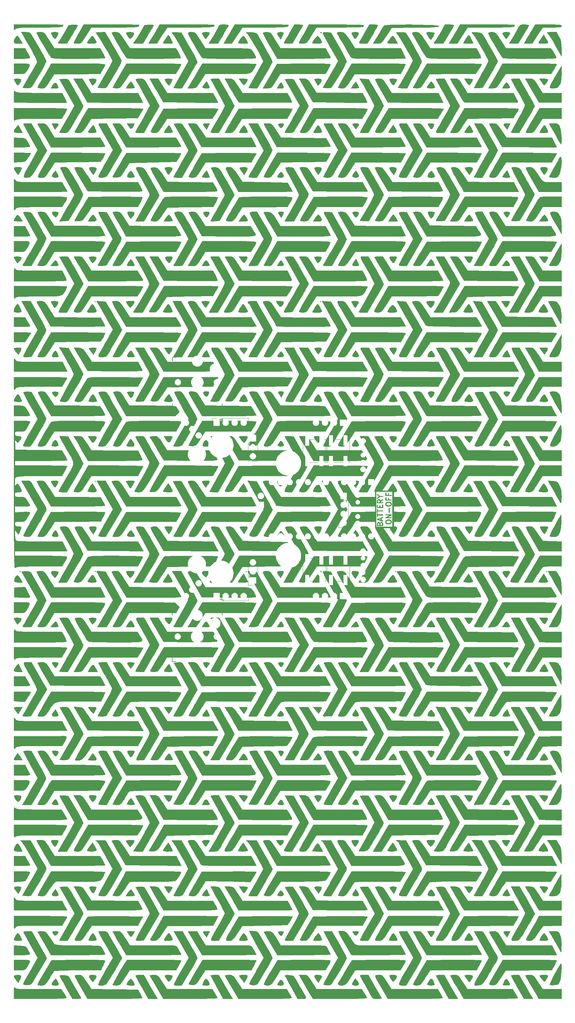
<source format=gbr>
G04 #@! TF.GenerationSoftware,KiCad,Pcbnew,9.0.2*
G04 #@! TF.CreationDate,2025-10-01T13:16:01-04:00*
G04 #@! TF.ProjectId,Trackball,54726163-6b62-4616-9c6c-2e6b69636164,rev?*
G04 #@! TF.SameCoordinates,Original*
G04 #@! TF.FileFunction,Legend,Top*
G04 #@! TF.FilePolarity,Positive*
%FSLAX46Y46*%
G04 Gerber Fmt 4.6, Leading zero omitted, Abs format (unit mm)*
G04 Created by KiCad (PCBNEW 9.0.2) date 2025-10-01 13:16:01*
%MOMM*%
%LPD*%
G01*
G04 APERTURE LIST*
%ADD10C,0.120000*%
%ADD11C,0.150000*%
%ADD12C,0.010000*%
%ADD13R,1.600000X1.600000*%
%ADD14C,1.600000*%
G04 APERTURE END LIST*
D10*
X164775000Y-96350000D02*
X170025000Y-96350000D01*
X170025000Y-106850000D01*
X164775000Y-106850000D01*
X164775000Y-96350000D01*
G36*
X164775000Y-96350000D02*
G01*
X170025000Y-96350000D01*
X170025000Y-106850000D01*
X164775000Y-106850000D01*
X164775000Y-96350000D01*
G37*
D11*
X120854819Y-78025523D02*
X121569104Y-78025523D01*
X121569104Y-78025523D02*
X121711961Y-78073142D01*
X121711961Y-78073142D02*
X121807200Y-78168380D01*
X121807200Y-78168380D02*
X121854819Y-78311237D01*
X121854819Y-78311237D02*
X121854819Y-78406475D01*
X121854819Y-77025523D02*
X121854819Y-77596951D01*
X121854819Y-77311237D02*
X120854819Y-77311237D01*
X120854819Y-77311237D02*
X120997676Y-77406475D01*
X120997676Y-77406475D02*
X121092914Y-77501713D01*
X121092914Y-77501713D02*
X121140533Y-77596951D01*
X121854819Y-76073142D02*
X121854819Y-76644570D01*
X121854819Y-76358856D02*
X120854819Y-76358856D01*
X120854819Y-76358856D02*
X120997676Y-76454094D01*
X120997676Y-76454094D02*
X121092914Y-76549332D01*
X121092914Y-76549332D02*
X121140533Y-76644570D01*
X121104819Y-126909523D02*
X121819104Y-126909523D01*
X121819104Y-126909523D02*
X121961961Y-126957142D01*
X121961961Y-126957142D02*
X122057200Y-127052380D01*
X122057200Y-127052380D02*
X122104819Y-127195237D01*
X122104819Y-127195237D02*
X122104819Y-127290475D01*
X122104819Y-125909523D02*
X122104819Y-126480951D01*
X122104819Y-126195237D02*
X121104819Y-126195237D01*
X121104819Y-126195237D02*
X121247676Y-126290475D01*
X121247676Y-126290475D02*
X121342914Y-126385713D01*
X121342914Y-126385713D02*
X121390533Y-126480951D01*
X121438152Y-125052380D02*
X122104819Y-125052380D01*
X121057200Y-125290475D02*
X121771485Y-125528570D01*
X121771485Y-125528570D02*
X121771485Y-124909523D01*
X155090476Y-98554819D02*
X155090476Y-99269104D01*
X155090476Y-99269104D02*
X155042857Y-99411961D01*
X155042857Y-99411961D02*
X154947619Y-99507200D01*
X154947619Y-99507200D02*
X154804762Y-99554819D01*
X154804762Y-99554819D02*
X154709524Y-99554819D01*
X156090476Y-99554819D02*
X155519048Y-99554819D01*
X155804762Y-99554819D02*
X155804762Y-98554819D01*
X155804762Y-98554819D02*
X155709524Y-98697676D01*
X155709524Y-98697676D02*
X155614286Y-98792914D01*
X155614286Y-98792914D02*
X155519048Y-98840533D01*
X156423810Y-98554819D02*
X157090476Y-98554819D01*
X157090476Y-98554819D02*
X156661905Y-99554819D01*
X120161905Y-84054819D02*
X120161905Y-83054819D01*
X120161905Y-83531009D02*
X120733333Y-83531009D01*
X120733333Y-84054819D02*
X120733333Y-83054819D01*
X121733333Y-84054819D02*
X121161905Y-84054819D01*
X121447619Y-84054819D02*
X121447619Y-83054819D01*
X121447619Y-83054819D02*
X121352381Y-83197676D01*
X121352381Y-83197676D02*
X121257143Y-83292914D01*
X121257143Y-83292914D02*
X121161905Y-83340533D01*
X122066667Y-83054819D02*
X122685714Y-83054819D01*
X122685714Y-83054819D02*
X122352381Y-83435771D01*
X122352381Y-83435771D02*
X122495238Y-83435771D01*
X122495238Y-83435771D02*
X122590476Y-83483390D01*
X122590476Y-83483390D02*
X122638095Y-83531009D01*
X122638095Y-83531009D02*
X122685714Y-83626247D01*
X122685714Y-83626247D02*
X122685714Y-83864342D01*
X122685714Y-83864342D02*
X122638095Y-83959580D01*
X122638095Y-83959580D02*
X122590476Y-84007200D01*
X122590476Y-84007200D02*
X122495238Y-84054819D01*
X122495238Y-84054819D02*
X122209524Y-84054819D01*
X122209524Y-84054819D02*
X122114286Y-84007200D01*
X122114286Y-84007200D02*
X122066667Y-83959580D01*
X129590476Y-119804819D02*
X129590476Y-120519104D01*
X129590476Y-120519104D02*
X129542857Y-120661961D01*
X129542857Y-120661961D02*
X129447619Y-120757200D01*
X129447619Y-120757200D02*
X129304762Y-120804819D01*
X129304762Y-120804819D02*
X129209524Y-120804819D01*
X130019048Y-119900057D02*
X130066667Y-119852438D01*
X130066667Y-119852438D02*
X130161905Y-119804819D01*
X130161905Y-119804819D02*
X130400000Y-119804819D01*
X130400000Y-119804819D02*
X130495238Y-119852438D01*
X130495238Y-119852438D02*
X130542857Y-119900057D01*
X130542857Y-119900057D02*
X130590476Y-119995295D01*
X130590476Y-119995295D02*
X130590476Y-120090533D01*
X130590476Y-120090533D02*
X130542857Y-120233390D01*
X130542857Y-120233390D02*
X129971429Y-120804819D01*
X129971429Y-120804819D02*
X130590476Y-120804819D01*
X131209524Y-119804819D02*
X131304762Y-119804819D01*
X131304762Y-119804819D02*
X131400000Y-119852438D01*
X131400000Y-119852438D02*
X131447619Y-119900057D01*
X131447619Y-119900057D02*
X131495238Y-119995295D01*
X131495238Y-119995295D02*
X131542857Y-120185771D01*
X131542857Y-120185771D02*
X131542857Y-120423866D01*
X131542857Y-120423866D02*
X131495238Y-120614342D01*
X131495238Y-120614342D02*
X131447619Y-120709580D01*
X131447619Y-120709580D02*
X131400000Y-120757200D01*
X131400000Y-120757200D02*
X131304762Y-120804819D01*
X131304762Y-120804819D02*
X131209524Y-120804819D01*
X131209524Y-120804819D02*
X131114286Y-120757200D01*
X131114286Y-120757200D02*
X131066667Y-120709580D01*
X131066667Y-120709580D02*
X131019048Y-120614342D01*
X131019048Y-120614342D02*
X130971429Y-120423866D01*
X130971429Y-120423866D02*
X130971429Y-120185771D01*
X130971429Y-120185771D02*
X131019048Y-119995295D01*
X131019048Y-119995295D02*
X131066667Y-119900057D01*
X131066667Y-119900057D02*
X131114286Y-119852438D01*
X131114286Y-119852438D02*
X131209524Y-119804819D01*
X113898095Y-86614819D02*
X113898095Y-85614819D01*
X113898095Y-86091009D02*
X114469523Y-86091009D01*
X114469523Y-86614819D02*
X114469523Y-85614819D01*
X115374285Y-85948152D02*
X115374285Y-86614819D01*
X115136190Y-85567200D02*
X114898095Y-86281485D01*
X114898095Y-86281485D02*
X115517142Y-86281485D01*
X129590476Y-82304819D02*
X129590476Y-83019104D01*
X129590476Y-83019104D02*
X129542857Y-83161961D01*
X129542857Y-83161961D02*
X129447619Y-83257200D01*
X129447619Y-83257200D02*
X129304762Y-83304819D01*
X129304762Y-83304819D02*
X129209524Y-83304819D01*
X130019048Y-82400057D02*
X130066667Y-82352438D01*
X130066667Y-82352438D02*
X130161905Y-82304819D01*
X130161905Y-82304819D02*
X130400000Y-82304819D01*
X130400000Y-82304819D02*
X130495238Y-82352438D01*
X130495238Y-82352438D02*
X130542857Y-82400057D01*
X130542857Y-82400057D02*
X130590476Y-82495295D01*
X130590476Y-82495295D02*
X130590476Y-82590533D01*
X130590476Y-82590533D02*
X130542857Y-82733390D01*
X130542857Y-82733390D02*
X129971429Y-83304819D01*
X129971429Y-83304819D02*
X130590476Y-83304819D01*
X131542857Y-83304819D02*
X130971429Y-83304819D01*
X131257143Y-83304819D02*
X131257143Y-82304819D01*
X131257143Y-82304819D02*
X131161905Y-82447676D01*
X131161905Y-82447676D02*
X131066667Y-82542914D01*
X131066667Y-82542914D02*
X130971429Y-82590533D01*
X139161905Y-89054819D02*
X139161905Y-88054819D01*
X139161905Y-88531009D02*
X139733333Y-88531009D01*
X139733333Y-89054819D02*
X139733333Y-88054819D01*
X140733333Y-89054819D02*
X140161905Y-89054819D01*
X140447619Y-89054819D02*
X140447619Y-88054819D01*
X140447619Y-88054819D02*
X140352381Y-88197676D01*
X140352381Y-88197676D02*
X140257143Y-88292914D01*
X140257143Y-88292914D02*
X140161905Y-88340533D01*
X141114286Y-88150057D02*
X141161905Y-88102438D01*
X141161905Y-88102438D02*
X141257143Y-88054819D01*
X141257143Y-88054819D02*
X141495238Y-88054819D01*
X141495238Y-88054819D02*
X141590476Y-88102438D01*
X141590476Y-88102438D02*
X141638095Y-88150057D01*
X141638095Y-88150057D02*
X141685714Y-88245295D01*
X141685714Y-88245295D02*
X141685714Y-88340533D01*
X141685714Y-88340533D02*
X141638095Y-88483390D01*
X141638095Y-88483390D02*
X141066667Y-89054819D01*
X141066667Y-89054819D02*
X141685714Y-89054819D01*
X113878095Y-117474819D02*
X113878095Y-116474819D01*
X113878095Y-116951009D02*
X114449523Y-116951009D01*
X114449523Y-117474819D02*
X114449523Y-116474819D01*
X115401904Y-116474819D02*
X114925714Y-116474819D01*
X114925714Y-116474819D02*
X114878095Y-116951009D01*
X114878095Y-116951009D02*
X114925714Y-116903390D01*
X114925714Y-116903390D02*
X115020952Y-116855771D01*
X115020952Y-116855771D02*
X115259047Y-116855771D01*
X115259047Y-116855771D02*
X115354285Y-116903390D01*
X115354285Y-116903390D02*
X115401904Y-116951009D01*
X115401904Y-116951009D02*
X115449523Y-117046247D01*
X115449523Y-117046247D02*
X115449523Y-117284342D01*
X115449523Y-117284342D02*
X115401904Y-117379580D01*
X115401904Y-117379580D02*
X115354285Y-117427200D01*
X115354285Y-117427200D02*
X115259047Y-117474819D01*
X115259047Y-117474819D02*
X115020952Y-117474819D01*
X115020952Y-117474819D02*
X114925714Y-117427200D01*
X114925714Y-117427200D02*
X114878095Y-117379580D01*
X139161905Y-115054819D02*
X139161905Y-114054819D01*
X139161905Y-114531009D02*
X139733333Y-114531009D01*
X139733333Y-115054819D02*
X139733333Y-114054819D01*
X140733333Y-115054819D02*
X140161905Y-115054819D01*
X140447619Y-115054819D02*
X140447619Y-114054819D01*
X140447619Y-114054819D02*
X140352381Y-114197676D01*
X140352381Y-114197676D02*
X140257143Y-114292914D01*
X140257143Y-114292914D02*
X140161905Y-114340533D01*
X141590476Y-114388152D02*
X141590476Y-115054819D01*
X141352381Y-114007200D02*
X141114286Y-114721485D01*
X141114286Y-114721485D02*
X141733333Y-114721485D01*
X120161905Y-120054819D02*
X120161905Y-119054819D01*
X120161905Y-119531009D02*
X120733333Y-119531009D01*
X120733333Y-120054819D02*
X120733333Y-119054819D01*
X121733333Y-120054819D02*
X121161905Y-120054819D01*
X121447619Y-120054819D02*
X121447619Y-119054819D01*
X121447619Y-119054819D02*
X121352381Y-119197676D01*
X121352381Y-119197676D02*
X121257143Y-119292914D01*
X121257143Y-119292914D02*
X121161905Y-119340533D01*
X122685714Y-120054819D02*
X122114286Y-120054819D01*
X122400000Y-120054819D02*
X122400000Y-119054819D01*
X122400000Y-119054819D02*
X122304762Y-119197676D01*
X122304762Y-119197676D02*
X122209524Y-119292914D01*
X122209524Y-119292914D02*
X122114286Y-119340533D01*
D12*
X65019473Y-119060526D02*
X64885789Y-119194210D01*
X64752105Y-119060526D01*
X64885789Y-118926842D01*
X65019473Y-119060526D01*
G36*
X65019473Y-119060526D02*
G01*
X64885789Y-119194210D01*
X64752105Y-119060526D01*
X64885789Y-118926842D01*
X65019473Y-119060526D01*
G37*
X86141579Y-119060526D02*
X86007895Y-119194210D01*
X85874210Y-119060526D01*
X86007895Y-118926842D01*
X86141579Y-119060526D01*
G36*
X86141579Y-119060526D02*
G01*
X86007895Y-119194210D01*
X85874210Y-119060526D01*
X86007895Y-118926842D01*
X86141579Y-119060526D01*
G37*
X128653158Y-119060526D02*
X128519473Y-119194210D01*
X128385789Y-119060526D01*
X128519473Y-118926842D01*
X128653158Y-119060526D01*
G36*
X128653158Y-119060526D02*
G01*
X128519473Y-119194210D01*
X128385789Y-119060526D01*
X128519473Y-118926842D01*
X128653158Y-119060526D01*
G37*
X170630000Y-119060526D02*
X170496316Y-119194210D01*
X170362631Y-119060526D01*
X170496316Y-118926842D01*
X170630000Y-119060526D01*
G36*
X170630000Y-119060526D02*
G01*
X170496316Y-119194210D01*
X170362631Y-119060526D01*
X170496316Y-118926842D01*
X170630000Y-119060526D01*
G37*
X213141579Y-119060526D02*
X213007895Y-119194210D01*
X212874210Y-119060526D01*
X213007895Y-118926842D01*
X213141579Y-119060526D01*
G36*
X213141579Y-119060526D02*
G01*
X213007895Y-119194210D01*
X212874210Y-119060526D01*
X213007895Y-118926842D01*
X213141579Y-119060526D01*
G37*
X86141579Y-93660526D02*
X86007895Y-93794210D01*
X85874210Y-93660526D01*
X86007895Y-93526842D01*
X86141579Y-93660526D01*
G36*
X86141579Y-93660526D02*
G01*
X86007895Y-93794210D01*
X85874210Y-93660526D01*
X86007895Y-93526842D01*
X86141579Y-93660526D01*
G37*
X86141579Y-43127895D02*
X86007895Y-43261579D01*
X85874210Y-43127895D01*
X86007895Y-42994210D01*
X86141579Y-43127895D01*
G36*
X86141579Y-43127895D02*
G01*
X86007895Y-43261579D01*
X85874210Y-43127895D01*
X86007895Y-42994210D01*
X86141579Y-43127895D01*
G37*
X149507895Y-43127895D02*
X149374210Y-43261579D01*
X149240526Y-43127895D01*
X149374210Y-42994210D01*
X149507895Y-43127895D01*
G36*
X149507895Y-43127895D02*
G01*
X149374210Y-43261579D01*
X149240526Y-43127895D01*
X149374210Y-42994210D01*
X149507895Y-43127895D01*
G37*
X149686140Y-119015965D02*
X149649439Y-119174915D01*
X149507895Y-119194210D01*
X149287820Y-119096385D01*
X149329649Y-119015965D01*
X149646953Y-118983966D01*
X149686140Y-119015965D01*
G36*
X149686140Y-119015965D02*
G01*
X149649439Y-119174915D01*
X149507895Y-119194210D01*
X149287820Y-119096385D01*
X149329649Y-119015965D01*
X149646953Y-118983966D01*
X149686140Y-119015965D01*
G37*
X149686140Y32581930D02*
X149649439Y32422980D01*
X149507895Y32403684D01*
X149287820Y32501510D01*
X149329649Y32581930D01*
X149646953Y32613929D01*
X149686140Y32581930D01*
G36*
X149686140Y32581930D02*
G01*
X149649439Y32422980D01*
X149507895Y32403684D01*
X149287820Y32501510D01*
X149329649Y32581930D01*
X149646953Y32613929D01*
X149686140Y32581930D01*
G37*
X64990910Y-146142431D02*
X65565078Y-147267895D01*
X64356486Y-147267895D01*
X63534863Y-147201788D01*
X63190338Y-146964145D01*
X63299762Y-146495977D01*
X63783646Y-145808221D01*
X64416741Y-145016968D01*
X64990910Y-146142431D01*
G36*
X64990910Y-146142431D02*
G01*
X65565078Y-147267895D01*
X64356486Y-147267895D01*
X63534863Y-147201788D01*
X63190338Y-146964145D01*
X63299762Y-146495977D01*
X63783646Y-145808221D01*
X64416741Y-145016968D01*
X64990910Y-146142431D01*
G37*
X85676764Y-145544011D02*
X86085303Y-146155692D01*
X86112566Y-146203960D01*
X86710531Y-147267895D01*
X83972399Y-147267895D01*
X84455410Y-146445233D01*
X84955836Y-145675093D01*
X85331615Y-145379249D01*
X85676764Y-145544011D01*
G36*
X85676764Y-145544011D02*
G01*
X86085303Y-146155692D01*
X86112566Y-146203960D01*
X86710531Y-147267895D01*
X83972399Y-147267895D01*
X84455410Y-146445233D01*
X84955836Y-145675093D01*
X85331615Y-145379249D01*
X85676764Y-145544011D01*
G37*
X75462291Y6937754D02*
X75675828Y6694337D01*
X75439860Y6204998D01*
X75213964Y5910410D01*
X74713718Y5292633D01*
X74271309Y6148158D01*
X73828899Y7003684D01*
X74771555Y7003684D01*
X75462291Y6937754D01*
G36*
X75462291Y6937754D02*
G01*
X75675828Y6694337D01*
X75439860Y6204998D01*
X75213964Y5910410D01*
X74713718Y5292633D01*
X74271309Y6148158D01*
X73828899Y7003684D01*
X74771555Y7003684D01*
X75462291Y6937754D01*
G37*
X170100276Y-18873028D02*
X170467506Y-19391588D01*
X170594573Y-19599474D01*
X171146702Y-20535263D01*
X168486136Y-20535263D01*
X169090173Y-19602783D01*
X169503727Y-19022293D01*
X169810261Y-18694086D01*
X169868327Y-18666994D01*
X170100276Y-18873028D01*
G36*
X170100276Y-18873028D02*
G01*
X170467506Y-19391588D01*
X170594573Y-19599474D01*
X171146702Y-20535263D01*
X168486136Y-20535263D01*
X169090173Y-19602783D01*
X169503727Y-19022293D01*
X169810261Y-18694086D01*
X169868327Y-18666994D01*
X170100276Y-18873028D01*
G37*
X159713961Y-234153126D02*
X160148687Y-234846341D01*
X160115768Y-235286045D01*
X159611500Y-235484626D01*
X159311403Y-235499474D01*
X158538599Y-235438466D01*
X158249773Y-235207094D01*
X158403194Y-234732836D01*
X158652386Y-234354212D01*
X159225290Y-233549643D01*
X159713961Y-234153126D01*
G36*
X159713961Y-234153126D02*
G01*
X160148687Y-234846341D01*
X160115768Y-235286045D01*
X159611500Y-235484626D01*
X159311403Y-235499474D01*
X158538599Y-235438466D01*
X158249773Y-235207094D01*
X158403194Y-234732836D01*
X158652386Y-234354212D01*
X159225290Y-233549643D01*
X159713961Y-234153126D01*
G37*
X64927636Y-232615796D02*
X65219215Y-232850244D01*
X65131773Y-233355251D01*
X64826992Y-233995167D01*
X64423865Y-234763493D01*
X63795495Y-233995167D01*
X63285130Y-233269629D01*
X63208872Y-232823986D01*
X63582245Y-232605375D01*
X64217368Y-232558421D01*
X64927636Y-232615796D01*
G36*
X64927636Y-232615796D02*
G01*
X65219215Y-232850244D01*
X65131773Y-233355251D01*
X64826992Y-233995167D01*
X64423865Y-234763493D01*
X63795495Y-233995167D01*
X63285130Y-233269629D01*
X63208872Y-232823986D01*
X63582245Y-232605375D01*
X64217368Y-232558421D01*
X64927636Y-232615796D01*
G37*
X149450287Y-232630864D02*
X149742270Y-232894260D01*
X149609214Y-233417713D01*
X149272545Y-233983978D01*
X148773351Y-234741114D01*
X148204833Y-233942704D01*
X147755340Y-233213497D01*
X147712774Y-232787904D01*
X148103035Y-232594358D01*
X148705789Y-232558421D01*
X149450287Y-232630864D01*
G36*
X149450287Y-232630864D02*
G01*
X149742270Y-232894260D01*
X149609214Y-233417713D01*
X149272545Y-233983978D01*
X148773351Y-234741114D01*
X148204833Y-233942704D01*
X147755340Y-233213497D01*
X147712774Y-232787904D01*
X148103035Y-232594358D01*
X148705789Y-232558421D01*
X149450287Y-232630864D01*
G37*
X86111615Y-232651515D02*
X86399415Y-232950246D01*
X86214304Y-233483788D01*
X85877862Y-233932485D01*
X85346777Y-234563684D01*
X84814334Y-233895263D01*
X84359100Y-233203635D01*
X84350701Y-232784308D01*
X84808230Y-232588683D01*
X85339473Y-232558421D01*
X86111615Y-232651515D01*
G36*
X86111615Y-232651515D02*
G01*
X86399415Y-232950246D01*
X86214304Y-233483788D01*
X85877862Y-233932485D01*
X85346777Y-234563684D01*
X84814334Y-233895263D01*
X84359100Y-233203635D01*
X84350701Y-232784308D01*
X84808230Y-232588683D01*
X85339473Y-232558421D01*
X86111615Y-232651515D01*
G37*
X75459264Y-220313629D02*
X75669670Y-220528482D01*
X75448784Y-220982610D01*
X75322444Y-221155195D01*
X74885771Y-221483201D01*
X74450435Y-221289419D01*
X74102031Y-220779320D01*
X73973794Y-220434218D01*
X74166824Y-220288841D01*
X74769014Y-220259474D01*
X75459264Y-220313629D01*
G36*
X75459264Y-220313629D02*
G01*
X75669670Y-220528482D01*
X75448784Y-220982610D01*
X75322444Y-221155195D01*
X74885771Y-221483201D01*
X74450435Y-221289419D01*
X74102031Y-220779320D01*
X73973794Y-220434218D01*
X74166824Y-220288841D01*
X74769014Y-220259474D01*
X75459264Y-220313629D01*
G37*
X159947685Y-220313629D02*
X160158092Y-220528482D01*
X159937205Y-220982610D01*
X159810865Y-221155195D01*
X159374193Y-221483201D01*
X158938856Y-221289419D01*
X158590452Y-220779320D01*
X158462215Y-220434218D01*
X158655245Y-220288841D01*
X159257435Y-220259474D01*
X159947685Y-220313629D01*
G36*
X159947685Y-220313629D02*
G01*
X160158092Y-220528482D01*
X159937205Y-220982610D01*
X159810865Y-221155195D01*
X159374193Y-221483201D01*
X158938856Y-221289419D01*
X158590452Y-220779320D01*
X158462215Y-220434218D01*
X158655245Y-220288841D01*
X159257435Y-220259474D01*
X159947685Y-220313629D01*
G37*
X181433070Y-220328269D02*
X181331282Y-220776306D01*
X181157622Y-221129457D01*
X180787683Y-221705515D01*
X180468287Y-221791780D01*
X180096329Y-221385031D01*
X179913881Y-221090594D01*
X179457205Y-220317504D01*
X180407202Y-220206598D01*
X181147217Y-220165635D01*
X181433070Y-220328269D01*
G36*
X181433070Y-220328269D02*
G01*
X181331282Y-220776306D01*
X181157622Y-221129457D01*
X180787683Y-221705515D01*
X180468287Y-221791780D01*
X180096329Y-221385031D01*
X179913881Y-221090594D01*
X179457205Y-220317504D01*
X180407202Y-220206598D01*
X181147217Y-220165635D01*
X181433070Y-220328269D01*
G37*
X75266165Y-209129487D02*
X75640596Y-209817540D01*
X75609615Y-210200347D01*
X75143577Y-210353111D01*
X74778421Y-210366842D01*
X74090535Y-210272425D01*
X73870135Y-209962713D01*
X74103671Y-209398013D01*
X74336320Y-209072052D01*
X74818119Y-208445683D01*
X75266165Y-209129487D01*
G36*
X75266165Y-209129487D02*
G01*
X75640596Y-209817540D01*
X75609615Y-210200347D01*
X75143577Y-210353111D01*
X74778421Y-210366842D01*
X74090535Y-210272425D01*
X73870135Y-209962713D01*
X74103671Y-209398013D01*
X74336320Y-209072052D01*
X74818119Y-208445683D01*
X75266165Y-209129487D01*
G37*
X159754586Y-209129487D02*
X160129017Y-209817540D01*
X160098036Y-210200347D01*
X159631998Y-210353111D01*
X159266842Y-210366842D01*
X158578956Y-210272425D01*
X158358557Y-209962713D01*
X158592092Y-209398013D01*
X158824741Y-209072052D01*
X159306540Y-208445683D01*
X159754586Y-209129487D01*
G36*
X159754586Y-209129487D02*
G01*
X160129017Y-209817540D01*
X160098036Y-210200347D01*
X159631998Y-210353111D01*
X159266842Y-210366842D01*
X158578956Y-210272425D01*
X158358557Y-209962713D01*
X158592092Y-209398013D01*
X158824741Y-209072052D01*
X159306540Y-208445683D01*
X159754586Y-209129487D01*
G37*
X64938368Y-207727201D02*
X65217462Y-207905816D01*
X65114685Y-208343730D01*
X64839250Y-208881569D01*
X64413068Y-209668927D01*
X63780481Y-208933501D01*
X63285800Y-208275656D01*
X63224876Y-207894339D01*
X63621043Y-207723303D01*
X64217368Y-207693158D01*
X64938368Y-207727201D01*
G36*
X64938368Y-207727201D02*
G01*
X65217462Y-207905816D01*
X65114685Y-208343730D01*
X64839250Y-208881569D01*
X64413068Y-209668927D01*
X63780481Y-208933501D01*
X63285800Y-208275656D01*
X63224876Y-207894339D01*
X63621043Y-207723303D01*
X64217368Y-207693158D01*
X64938368Y-207727201D01*
G37*
X170548894Y-207727201D02*
X170827988Y-207905816D01*
X170725211Y-208343730D01*
X170449776Y-208881569D01*
X170023594Y-209668927D01*
X169391007Y-208933501D01*
X168896326Y-208275656D01*
X168835402Y-207894339D01*
X169231570Y-207723303D01*
X169827895Y-207693158D01*
X170548894Y-207727201D01*
G36*
X170548894Y-207727201D02*
G01*
X170827988Y-207905816D01*
X170725211Y-208343730D01*
X170449776Y-208881569D01*
X170023594Y-209668927D01*
X169391007Y-208933501D01*
X168896326Y-208275656D01*
X168835402Y-207894339D01*
X169231570Y-207723303D01*
X169827895Y-207693158D01*
X170548894Y-207727201D01*
G37*
X138727602Y-194626791D02*
X139008163Y-194803676D01*
X138920236Y-195232000D01*
X138754204Y-195594737D01*
X138375439Y-196102929D01*
X137961434Y-196092319D01*
X137486830Y-195559193D01*
X137385162Y-195394210D01*
X136911347Y-194592105D01*
X137995936Y-194592105D01*
X138727602Y-194626791D01*
G36*
X138727602Y-194626791D02*
G01*
X139008163Y-194803676D01*
X138920236Y-195232000D01*
X138754204Y-195594737D01*
X138375439Y-196102929D01*
X137961434Y-196092319D01*
X137486830Y-195559193D01*
X137385162Y-195394210D01*
X136911347Y-194592105D01*
X137995936Y-194592105D01*
X138727602Y-194626791D01*
G37*
X117601124Y-183473627D02*
X117793987Y-183754277D01*
X118131608Y-184320245D01*
X118122821Y-184598457D01*
X117697243Y-184690822D01*
X117141200Y-184699474D01*
X116056610Y-184699474D01*
X116530425Y-183897368D01*
X116941454Y-183289196D01*
X117256149Y-183152728D01*
X117601124Y-183473627D01*
G36*
X117601124Y-183473627D02*
G01*
X117793987Y-183754277D01*
X118131608Y-184320245D01*
X118122821Y-184598457D01*
X117697243Y-184690822D01*
X117141200Y-184699474D01*
X116056610Y-184699474D01*
X116530425Y-183897368D01*
X116941454Y-183289196D01*
X117256149Y-183152728D01*
X117601124Y-183473627D01*
G37*
X202089545Y-183473627D02*
X202282408Y-183754277D01*
X202620029Y-184320245D01*
X202611242Y-184598457D01*
X202185664Y-184690822D01*
X201629621Y-184699474D01*
X200545031Y-184699474D01*
X201018846Y-183897368D01*
X201429875Y-183289196D01*
X201744570Y-183152728D01*
X202089545Y-183473627D01*
G36*
X202089545Y-183473627D02*
G01*
X202282408Y-183754277D01*
X202620029Y-184320245D01*
X202611242Y-184598457D01*
X202185664Y-184690822D01*
X201629621Y-184699474D01*
X200545031Y-184699474D01*
X201018846Y-183897368D01*
X201429875Y-183289196D01*
X201744570Y-183152728D01*
X202089545Y-183473627D01*
G37*
X107370941Y-182055170D02*
X107710562Y-182212321D01*
X107659742Y-182600760D01*
X107369456Y-183178650D01*
X107000519Y-183704595D01*
X106647060Y-183779154D01*
X106225528Y-183386070D01*
X105886879Y-182890168D01*
X105339593Y-182025789D01*
X106569007Y-182025789D01*
X107370941Y-182055170D01*
G36*
X107370941Y-182055170D02*
G01*
X107710562Y-182212321D01*
X107659742Y-182600760D01*
X107369456Y-183178650D01*
X107000519Y-183704595D01*
X106647060Y-183779154D01*
X106225528Y-183386070D01*
X105886879Y-182890168D01*
X105339593Y-182025789D01*
X106569007Y-182025789D01*
X107370941Y-182055170D01*
G37*
X128493047Y-182055170D02*
X128832667Y-182212321D01*
X128781847Y-182600760D01*
X128491561Y-183178650D01*
X128122624Y-183704595D01*
X127769165Y-183779154D01*
X127347634Y-183386070D01*
X127008984Y-182890168D01*
X126461698Y-182025789D01*
X127691112Y-182025789D01*
X128493047Y-182055170D01*
G36*
X128493047Y-182055170D02*
G01*
X128832667Y-182212321D01*
X128781847Y-182600760D01*
X128491561Y-183178650D01*
X128122624Y-183704595D01*
X127769165Y-183779154D01*
X127347634Y-183386070D01*
X127008984Y-182890168D01*
X126461698Y-182025789D01*
X127691112Y-182025789D01*
X128493047Y-182055170D01*
G37*
X191859362Y-182055170D02*
X192198983Y-182212321D01*
X192148163Y-182600760D01*
X191857877Y-183178650D01*
X191488940Y-183704595D01*
X191135481Y-183779154D01*
X190713949Y-183386070D01*
X190375300Y-182890168D01*
X189828014Y-182025789D01*
X191057428Y-182025789D01*
X191859362Y-182055170D01*
G36*
X191859362Y-182055170D02*
G01*
X192198983Y-182212321D01*
X192148163Y-182600760D01*
X191857877Y-183178650D01*
X191488940Y-183704595D01*
X191135481Y-183779154D01*
X190713949Y-183386070D01*
X190375300Y-182890168D01*
X189828014Y-182025789D01*
X191057428Y-182025789D01*
X191859362Y-182055170D01*
G37*
X212981468Y-182055170D02*
X213321088Y-182212321D01*
X213270268Y-182600760D01*
X212979982Y-183178650D01*
X212611045Y-183704595D01*
X212257586Y-183779154D01*
X211836055Y-183386070D01*
X211497405Y-182890168D01*
X210950119Y-182025789D01*
X212179533Y-182025789D01*
X212981468Y-182055170D01*
G36*
X212981468Y-182055170D02*
G01*
X213321088Y-182212321D01*
X213270268Y-182600760D01*
X212979982Y-183178650D01*
X212611045Y-183704595D01*
X212257586Y-183779154D01*
X211836055Y-183386070D01*
X211497405Y-182890168D01*
X210950119Y-182025789D01*
X212179533Y-182025789D01*
X212981468Y-182055170D01*
G37*
X117798227Y-158713473D02*
X118124529Y-159390279D01*
X118131782Y-159718732D01*
X117747833Y-159824808D01*
X117156316Y-159834210D01*
X116425463Y-159794591D01*
X116154722Y-159617464D01*
X116312984Y-159215426D01*
X116738369Y-158659909D01*
X117370665Y-157886659D01*
X117798227Y-158713473D01*
G36*
X117798227Y-158713473D02*
G01*
X118124529Y-159390279D01*
X118131782Y-159718732D01*
X117747833Y-159824808D01*
X117156316Y-159834210D01*
X116425463Y-159794591D01*
X116154722Y-159617464D01*
X116312984Y-159215426D01*
X116738369Y-158659909D01*
X117370665Y-157886659D01*
X117798227Y-158713473D01*
G37*
X75266165Y-158596856D02*
X75640596Y-159284908D01*
X75609615Y-159667715D01*
X75143577Y-159820479D01*
X74778421Y-159834210D01*
X74090535Y-159739794D01*
X73870135Y-159430081D01*
X74103671Y-158865382D01*
X74336320Y-158539421D01*
X74818119Y-157913052D01*
X75266165Y-158596856D01*
G36*
X75266165Y-158596856D02*
G01*
X75640596Y-159284908D01*
X75609615Y-159667715D01*
X75143577Y-159820479D01*
X74778421Y-159834210D01*
X74090535Y-159739794D01*
X73870135Y-159430081D01*
X74103671Y-158865382D01*
X74336320Y-158539421D01*
X74818119Y-157913052D01*
X75266165Y-158596856D01*
G37*
X159754586Y-158596856D02*
X160129017Y-159284908D01*
X160098036Y-159667715D01*
X159631998Y-159820479D01*
X159266842Y-159834210D01*
X158578956Y-159739794D01*
X158358557Y-159430081D01*
X158592092Y-158865382D01*
X158824741Y-158539421D01*
X159306540Y-157913052D01*
X159754586Y-158596856D01*
G36*
X159754586Y-158596856D02*
G01*
X160129017Y-159284908D01*
X160098036Y-159667715D01*
X159631998Y-159820479D01*
X159266842Y-159834210D01*
X158578956Y-159739794D01*
X158358557Y-159430081D01*
X158592092Y-158865382D01*
X158824741Y-158539421D01*
X159306540Y-157913052D01*
X159754586Y-158596856D01*
G37*
X149465779Y-146180647D02*
X150076846Y-147267895D01*
X148722897Y-147267895D01*
X147956241Y-147232281D01*
X147468862Y-147141103D01*
X147376140Y-147067368D01*
X147537413Y-146754916D01*
X147933611Y-146209789D01*
X148119022Y-145980121D01*
X148854711Y-145093399D01*
X149465779Y-146180647D01*
G36*
X149465779Y-146180647D02*
G01*
X150076846Y-147267895D01*
X148722897Y-147267895D01*
X147956241Y-147232281D01*
X147468862Y-147141103D01*
X147376140Y-147067368D01*
X147537413Y-146754916D01*
X147933611Y-146209789D01*
X148119022Y-145980121D01*
X148854711Y-145093399D01*
X149465779Y-146180647D01*
G37*
X170587884Y-146180647D02*
X171198952Y-147267895D01*
X169845002Y-147267895D01*
X169078346Y-147232281D01*
X168590967Y-147141103D01*
X168498245Y-147067368D01*
X168659518Y-146754916D01*
X169055717Y-146209789D01*
X169241127Y-145980121D01*
X169976817Y-145093399D01*
X170587884Y-146180647D01*
G36*
X170587884Y-146180647D02*
G01*
X171198952Y-147267895D01*
X169845002Y-147267895D01*
X169078346Y-147232281D01*
X168590967Y-147141103D01*
X168498245Y-147067368D01*
X168659518Y-146754916D01*
X169055717Y-146209789D01*
X169241127Y-145980121D01*
X169976817Y-145093399D01*
X170587884Y-146180647D01*
G37*
X159949835Y-144648107D02*
X160163312Y-144871619D01*
X159951233Y-145357480D01*
X159762088Y-145638929D01*
X159321545Y-146267893D01*
X158832244Y-145631578D01*
X158428565Y-145028210D01*
X158439165Y-144715005D01*
X158901381Y-144602841D01*
X159266842Y-144594210D01*
X159949835Y-144648107D01*
G36*
X159949835Y-144648107D02*
G01*
X160163312Y-144871619D01*
X159951233Y-145357480D01*
X159762088Y-145638929D01*
X159321545Y-146267893D01*
X158832244Y-145631578D01*
X158428565Y-145028210D01*
X158439165Y-144715005D01*
X158901381Y-144602841D01*
X159266842Y-144594210D01*
X159949835Y-144648107D01*
G37*
X202456139Y-144644961D02*
X202665431Y-144856630D01*
X202443635Y-145318339D01*
X202213019Y-145631578D01*
X201723718Y-146267893D01*
X201283175Y-145638929D01*
X200916641Y-145025255D01*
X200958473Y-144710195D01*
X201452631Y-144601013D01*
X201778421Y-144594210D01*
X202456139Y-144644961D01*
G36*
X202456139Y-144644961D02*
G01*
X202665431Y-144856630D01*
X202443635Y-145318339D01*
X202213019Y-145631578D01*
X201723718Y-146267893D01*
X201283175Y-145638929D01*
X200916641Y-145025255D01*
X200958473Y-144710195D01*
X201452631Y-144601013D01*
X201778421Y-144594210D01*
X202456139Y-144644961D01*
G37*
X117969331Y-144645513D02*
X118177420Y-144858700D01*
X117952530Y-145322689D01*
X117732100Y-145621632D01*
X117250302Y-146248001D01*
X116802256Y-145564197D01*
X116445158Y-144965246D01*
X116458003Y-144683108D01*
X116900490Y-144599057D01*
X117290000Y-144594210D01*
X117969331Y-144645513D01*
G36*
X117969331Y-144645513D02*
G01*
X118177420Y-144858700D01*
X117952530Y-145322689D01*
X117732100Y-145621632D01*
X117250302Y-146248001D01*
X116802256Y-145564197D01*
X116445158Y-144965246D01*
X116458003Y-144683108D01*
X116900490Y-144599057D01*
X117290000Y-144594210D01*
X117969331Y-144645513D01*
G37*
X96784790Y-144638538D02*
X97047574Y-144830377D01*
X96866212Y-145258008D01*
X96563002Y-145663684D01*
X96034210Y-146332105D01*
X95505419Y-145663684D01*
X95078928Y-145052545D01*
X95070439Y-144730076D01*
X95523601Y-144607997D01*
X96034210Y-144594210D01*
X96784790Y-144638538D01*
G36*
X96784790Y-144638538D02*
G01*
X97047574Y-144830377D01*
X96866212Y-145258008D01*
X96563002Y-145663684D01*
X96034210Y-146332105D01*
X95505419Y-145663684D01*
X95078928Y-145052545D01*
X95070439Y-144730076D01*
X95523601Y-144607997D01*
X96034210Y-144594210D01*
X96784790Y-144638538D01*
G37*
X181273211Y-144638538D02*
X181535995Y-144830377D01*
X181354633Y-145258008D01*
X181051423Y-145663684D01*
X180522631Y-146332105D01*
X179993840Y-145663684D01*
X179567350Y-145052545D01*
X179558860Y-144730076D01*
X180012022Y-144607997D01*
X180522631Y-144594210D01*
X181273211Y-144638538D01*
G36*
X181273211Y-144638538D02*
G01*
X181535995Y-144830377D01*
X181354633Y-145258008D01*
X181051423Y-145663684D01*
X180522631Y-146332105D01*
X179993840Y-145663684D01*
X179567350Y-145052545D01*
X179558860Y-144730076D01*
X180012022Y-144607997D01*
X180522631Y-144594210D01*
X181273211Y-144638538D01*
G37*
X75247349Y-133465257D02*
X75403925Y-133778370D01*
X75643149Y-134347685D01*
X75606828Y-134615913D01*
X75199564Y-134696346D01*
X74626530Y-134701579D01*
X73538850Y-134701579D01*
X74110000Y-133899474D01*
X74603258Y-133292603D01*
X74949279Y-133150962D01*
X75247349Y-133465257D01*
G36*
X75247349Y-133465257D02*
G01*
X75403925Y-133778370D01*
X75643149Y-134347685D01*
X75606828Y-134615913D01*
X75199564Y-134696346D01*
X74626530Y-134701579D01*
X73538850Y-134701579D01*
X74110000Y-133899474D01*
X74603258Y-133292603D01*
X74949279Y-133150962D01*
X75247349Y-133465257D01*
G37*
X117601124Y-133475732D02*
X117793987Y-133756382D01*
X118131608Y-134322350D01*
X118122821Y-134600563D01*
X117697243Y-134692927D01*
X117141200Y-134701579D01*
X116056610Y-134701579D01*
X116530425Y-133899474D01*
X116941454Y-133291301D01*
X117256149Y-133154834D01*
X117601124Y-133475732D01*
G36*
X117601124Y-133475732D02*
G01*
X117793987Y-133756382D01*
X118131608Y-134322350D01*
X118122821Y-134600563D01*
X117697243Y-134692927D01*
X117141200Y-134701579D01*
X116056610Y-134701579D01*
X116530425Y-133899474D01*
X116941454Y-133291301D01*
X117256149Y-133154834D01*
X117601124Y-133475732D01*
G37*
X138628305Y-133486488D02*
X138770241Y-133778370D01*
X139017037Y-134371620D01*
X138961997Y-134633531D01*
X138511084Y-134699620D01*
X138129621Y-134701579D01*
X137178715Y-134701579D01*
X137652530Y-133899474D01*
X138062732Y-133289149D01*
X138354187Y-133155149D01*
X138628305Y-133486488D01*
G36*
X138628305Y-133486488D02*
G01*
X138770241Y-133778370D01*
X139017037Y-134371620D01*
X138961997Y-134633531D01*
X138511084Y-134699620D01*
X138129621Y-134701579D01*
X137178715Y-134701579D01*
X137652530Y-133899474D01*
X138062732Y-133289149D01*
X138354187Y-133155149D01*
X138628305Y-133486488D01*
G37*
X159735770Y-133465257D02*
X159892346Y-133778370D01*
X160131570Y-134347685D01*
X160095249Y-134615913D01*
X159687985Y-134696346D01*
X159114951Y-134701579D01*
X158027271Y-134701579D01*
X158598421Y-133899474D01*
X159091679Y-133292603D01*
X159437700Y-133150962D01*
X159735770Y-133465257D01*
G36*
X159735770Y-133465257D02*
G01*
X159892346Y-133778370D01*
X160131570Y-134347685D01*
X160095249Y-134615913D01*
X159687985Y-134696346D01*
X159114951Y-134701579D01*
X158027271Y-134701579D01*
X158598421Y-133899474D01*
X159091679Y-133292603D01*
X159437700Y-133150962D01*
X159735770Y-133465257D01*
G37*
X202089545Y-133475732D02*
X202282408Y-133756382D01*
X202620029Y-134322350D01*
X202611242Y-134600563D01*
X202185664Y-134692927D01*
X201629621Y-134701579D01*
X200545031Y-134701579D01*
X201018846Y-133899474D01*
X201429875Y-133291301D01*
X201744570Y-133154834D01*
X202089545Y-133475732D01*
G36*
X202089545Y-133475732D02*
G01*
X202282408Y-133756382D01*
X202620029Y-134322350D01*
X202611242Y-134600563D01*
X202185664Y-134692927D01*
X201629621Y-134701579D01*
X200545031Y-134701579D01*
X201018846Y-133899474D01*
X201429875Y-133291301D01*
X201744570Y-133154834D01*
X202089545Y-133475732D01*
G37*
X128500226Y-132059736D02*
X128839415Y-132219125D01*
X128772550Y-132601862D01*
X128449605Y-133165573D01*
X128066705Y-133679330D01*
X127738762Y-133767408D01*
X127358149Y-133409391D01*
X127008984Y-132892273D01*
X126461698Y-132027895D01*
X127691112Y-132027895D01*
X128500226Y-132059736D01*
G36*
X128500226Y-132059736D02*
G01*
X128839415Y-132219125D01*
X128772550Y-132601862D01*
X128449605Y-133165573D01*
X128066705Y-133679330D01*
X127738762Y-133767408D01*
X127358149Y-133409391D01*
X127008984Y-132892273D01*
X126461698Y-132027895D01*
X127691112Y-132027895D01*
X128500226Y-132059736D01*
G37*
X191866541Y-132059736D02*
X192205731Y-132219125D01*
X192138865Y-132601862D01*
X191815921Y-133165573D01*
X191433021Y-133679330D01*
X191105078Y-133767408D01*
X190724465Y-133409391D01*
X190375300Y-132892273D01*
X189828014Y-132027895D01*
X191057428Y-132027895D01*
X191866541Y-132059736D01*
G36*
X191866541Y-132059736D02*
G01*
X192205731Y-132219125D01*
X192138865Y-132601862D01*
X191815921Y-133165573D01*
X191433021Y-133679330D01*
X191105078Y-133767408D01*
X190724465Y-133409391D01*
X190375300Y-132892273D01*
X189828014Y-132027895D01*
X191057428Y-132027895D01*
X191866541Y-132059736D01*
G37*
X212981468Y-132057275D02*
X213321088Y-132214427D01*
X213270268Y-132602866D01*
X212979982Y-133180755D01*
X212611045Y-133706700D01*
X212257586Y-133781259D01*
X211836055Y-133388175D01*
X211497405Y-132892273D01*
X210950119Y-132027895D01*
X212179533Y-132027895D01*
X212981468Y-132057275D01*
G36*
X212981468Y-132057275D02*
G01*
X213321088Y-132214427D01*
X213270268Y-132602866D01*
X212979982Y-133180755D01*
X212611045Y-133706700D01*
X212257586Y-133781259D01*
X211836055Y-133388175D01*
X211497405Y-132892273D01*
X210950119Y-132027895D01*
X212179533Y-132027895D01*
X212981468Y-132057275D01*
G37*
X64612359Y-120516868D02*
X64960615Y-121068028D01*
X65570177Y-122135263D01*
X64508499Y-122135263D01*
X63658639Y-122053465D01*
X63277450Y-121771313D01*
X63318962Y-121233671D01*
X63466996Y-120886091D01*
X63847333Y-120275156D01*
X64205770Y-120149238D01*
X64612359Y-120516868D01*
G36*
X64612359Y-120516868D02*
G01*
X64960615Y-121068028D01*
X65570177Y-122135263D01*
X64508499Y-122135263D01*
X63658639Y-122053465D01*
X63277450Y-121771313D01*
X63318962Y-121233671D01*
X63466996Y-120886091D01*
X63847333Y-120275156D01*
X64205770Y-120149238D01*
X64612359Y-120516868D01*
G37*
X138786980Y-118964507D02*
X139021101Y-119153484D01*
X138894586Y-119607752D01*
X138636803Y-120107870D01*
X138214489Y-120887845D01*
X137717663Y-120241554D01*
X137286996Y-119548925D01*
X137301190Y-119130735D01*
X137773761Y-118945378D01*
X138144737Y-118926842D01*
X138786980Y-118964507D01*
G36*
X138786980Y-118964507D02*
G01*
X139021101Y-119153484D01*
X138894586Y-119607752D01*
X138636803Y-120107870D01*
X138214489Y-120887845D01*
X137717663Y-120241554D01*
X137286996Y-119548925D01*
X137301190Y-119130735D01*
X137773761Y-118945378D01*
X138144737Y-118926842D01*
X138786980Y-118964507D01*
G37*
X159863176Y-118993838D02*
X160150300Y-119245457D01*
X160023735Y-119757648D01*
X159680374Y-120349931D01*
X159197205Y-121104599D01*
X158630444Y-120308657D01*
X158181858Y-119580355D01*
X158140603Y-119155444D01*
X158532690Y-118962429D01*
X159133158Y-118926842D01*
X159863176Y-118993838D01*
G36*
X159863176Y-118993838D02*
G01*
X160150300Y-119245457D01*
X160023735Y-119757648D01*
X159680374Y-120349931D01*
X159197205Y-121104599D01*
X158630444Y-120308657D01*
X158181858Y-119580355D01*
X158140603Y-119155444D01*
X158532690Y-118962429D01*
X159133158Y-118926842D01*
X159863176Y-118993838D01*
G37*
X75403435Y-119007169D02*
X75684605Y-119282374D01*
X75509566Y-119803793D01*
X75195971Y-120254178D01*
X74689623Y-120913094D01*
X74141338Y-120254178D01*
X73672093Y-119572155D01*
X73655841Y-119154983D01*
X74109521Y-118957996D01*
X74644737Y-118926842D01*
X75403435Y-119007169D01*
G36*
X75403435Y-119007169D02*
G01*
X75684605Y-119282374D01*
X75509566Y-119803793D01*
X75195971Y-120254178D01*
X74689623Y-120913094D01*
X74141338Y-120254178D01*
X73672093Y-119572155D01*
X73655841Y-119154983D01*
X74109521Y-118957996D01*
X74644737Y-118926842D01*
X75403435Y-119007169D01*
G37*
X159754586Y-108064224D02*
X160129017Y-108752277D01*
X160098036Y-109135084D01*
X159631998Y-109287848D01*
X159266842Y-109301579D01*
X158578956Y-109207162D01*
X158358557Y-108897450D01*
X158592092Y-108332750D01*
X158824741Y-108006789D01*
X159306540Y-107380420D01*
X159754586Y-108064224D01*
G36*
X159754586Y-108064224D02*
G01*
X160129017Y-108752277D01*
X160098036Y-109135084D01*
X159631998Y-109287848D01*
X159266842Y-109301579D01*
X158578956Y-109207162D01*
X158358557Y-108897450D01*
X158592092Y-108332750D01*
X158824741Y-108006789D01*
X159306540Y-107380420D01*
X159754586Y-108064224D01*
G37*
X86063318Y-106423351D02*
X86360388Y-106670199D01*
X86268031Y-107188631D01*
X85960852Y-107817266D01*
X85534167Y-108605584D01*
X84903411Y-107817266D01*
X84397889Y-107082362D01*
X84323516Y-106630837D01*
X84696390Y-106408909D01*
X85339473Y-106360526D01*
X86063318Y-106423351D01*
G36*
X86063318Y-106423351D02*
G01*
X86360388Y-106670199D01*
X86268031Y-107188631D01*
X85960852Y-107817266D01*
X85534167Y-108605584D01*
X84903411Y-107817266D01*
X84397889Y-107082362D01*
X84323516Y-106630837D01*
X84696390Y-106408909D01*
X85339473Y-106360526D01*
X86063318Y-106423351D01*
G37*
X149429634Y-106423351D02*
X149726704Y-106670199D01*
X149634347Y-107188631D01*
X149327168Y-107817266D01*
X148900483Y-108605584D01*
X148269727Y-107817266D01*
X147764205Y-107082362D01*
X147689832Y-106630837D01*
X148062706Y-106408909D01*
X148705789Y-106360526D01*
X149429634Y-106423351D01*
G36*
X149429634Y-106423351D02*
G01*
X149726704Y-106670199D01*
X149634347Y-107188631D01*
X149327168Y-107817266D01*
X148900483Y-108605584D01*
X148269727Y-107817266D01*
X147764205Y-107082362D01*
X147689832Y-106630837D01*
X148062706Y-106408909D01*
X148705789Y-106360526D01*
X149429634Y-106423351D01*
G37*
X170551740Y-106423351D02*
X170848809Y-106670199D01*
X170756452Y-107188631D01*
X170449273Y-107817266D01*
X170022588Y-108605584D01*
X169391832Y-107817266D01*
X168886310Y-107082362D01*
X168811937Y-106630837D01*
X169184811Y-106408909D01*
X169827895Y-106360526D01*
X170551740Y-106423351D01*
G36*
X170551740Y-106423351D02*
G01*
X170848809Y-106670199D01*
X170756452Y-107188631D01*
X170449273Y-107817266D01*
X170022588Y-108605584D01*
X169391832Y-107817266D01*
X168886310Y-107082362D01*
X168811937Y-106630837D01*
X169184811Y-106408909D01*
X169827895Y-106360526D01*
X170551740Y-106423351D01*
G37*
X159713961Y-82555231D02*
X160148687Y-83248446D01*
X160115768Y-83688151D01*
X159611500Y-83886731D01*
X159311403Y-83901579D01*
X158538599Y-83840571D01*
X158249773Y-83609199D01*
X158403194Y-83134941D01*
X158652386Y-82756317D01*
X159225290Y-81951748D01*
X159713961Y-82555231D01*
G36*
X159713961Y-82555231D02*
G01*
X160148687Y-83248446D01*
X160115768Y-83688151D01*
X159611500Y-83886731D01*
X159311403Y-83901579D01*
X158538599Y-83840571D01*
X158249773Y-83609199D01*
X158403194Y-83134941D01*
X158652386Y-82756317D01*
X159225290Y-81951748D01*
X159713961Y-82555231D01*
G37*
X86042380Y-81033755D02*
X86384391Y-81290238D01*
X86274452Y-81785167D01*
X85992734Y-82237877D01*
X85584333Y-82708598D01*
X85237889Y-82750015D01*
X84848977Y-82337008D01*
X84572795Y-81896316D01*
X84020666Y-80960526D01*
X85214806Y-80960526D01*
X86042380Y-81033755D01*
G36*
X86042380Y-81033755D02*
G01*
X86384391Y-81290238D01*
X86274452Y-81785167D01*
X85992734Y-82237877D01*
X85584333Y-82708598D01*
X85237889Y-82750015D01*
X84848977Y-82337008D01*
X84572795Y-81896316D01*
X84020666Y-80960526D01*
X85214806Y-80960526D01*
X86042380Y-81033755D01*
G37*
X107370941Y-80989907D02*
X107710562Y-81147058D01*
X107659742Y-81535497D01*
X107369456Y-82113387D01*
X107000519Y-82639332D01*
X106647060Y-82713891D01*
X106225528Y-82320806D01*
X105886879Y-81824905D01*
X105339593Y-80960526D01*
X106569007Y-80960526D01*
X107370941Y-80989907D01*
G36*
X107370941Y-80989907D02*
G01*
X107710562Y-81147058D01*
X107659742Y-81535497D01*
X107369456Y-82113387D01*
X107000519Y-82639332D01*
X106647060Y-82713891D01*
X106225528Y-82320806D01*
X105886879Y-81824905D01*
X105339593Y-80960526D01*
X106569007Y-80960526D01*
X107370941Y-80989907D01*
G37*
X138863550Y-68445008D02*
X139034580Y-68672891D01*
X138838547Y-69191095D01*
X138709124Y-69431055D01*
X138356670Y-70066847D01*
X137916493Y-69438406D01*
X137548959Y-68823187D01*
X137580039Y-68506672D01*
X138040832Y-68399140D01*
X138278421Y-68394210D01*
X138863550Y-68445008D01*
G36*
X138863550Y-68445008D02*
G01*
X139034580Y-68672891D01*
X138838547Y-69191095D01*
X138709124Y-69431055D01*
X138356670Y-70066847D01*
X137916493Y-69438406D01*
X137548959Y-68823187D01*
X137580039Y-68506672D01*
X138040832Y-68399140D01*
X138278421Y-68394210D01*
X138863550Y-68445008D01*
G37*
X159754586Y-57531593D02*
X160129017Y-58219645D01*
X160098036Y-58602452D01*
X159631998Y-58755216D01*
X159266842Y-58768947D01*
X158578956Y-58674530D01*
X158358557Y-58364818D01*
X158592092Y-57800119D01*
X158824741Y-57474157D01*
X159306540Y-56847789D01*
X159754586Y-57531593D01*
G36*
X159754586Y-57531593D02*
G01*
X160129017Y-58219645D01*
X160098036Y-58602452D01*
X159631998Y-58755216D01*
X159266842Y-58768947D01*
X158578956Y-58674530D01*
X158358557Y-58364818D01*
X158592092Y-57800119D01*
X158824741Y-57474157D01*
X159306540Y-56847789D01*
X159754586Y-57531593D01*
G37*
X170548894Y-56129306D02*
X170827988Y-56307921D01*
X170725211Y-56745835D01*
X170449776Y-57283674D01*
X170023594Y-58071032D01*
X169391007Y-57335607D01*
X168896326Y-56677761D01*
X168835402Y-56296444D01*
X169231570Y-56125408D01*
X169827895Y-56095263D01*
X170548894Y-56129306D01*
G36*
X170548894Y-56129306D02*
G01*
X170827988Y-56307921D01*
X170725211Y-56745835D01*
X170449776Y-57283674D01*
X170023594Y-58071032D01*
X169391007Y-57335607D01*
X168896326Y-56677761D01*
X168835402Y-56296444D01*
X169231570Y-56125408D01*
X169827895Y-56095263D01*
X170548894Y-56129306D01*
G37*
X138727602Y-43028896D02*
X139008163Y-43205781D01*
X138920236Y-43634106D01*
X138754204Y-43996842D01*
X138375439Y-44505034D01*
X137961434Y-44494424D01*
X137486830Y-43961298D01*
X137385162Y-43796316D01*
X136911347Y-42994210D01*
X137995936Y-42994210D01*
X138727602Y-43028896D01*
G36*
X138727602Y-43028896D02*
G01*
X139008163Y-43205781D01*
X138920236Y-43634106D01*
X138754204Y-43996842D01*
X138375439Y-44505034D01*
X137961434Y-44494424D01*
X137486830Y-43961298D01*
X137385162Y-43796316D01*
X136911347Y-42994210D01*
X137995936Y-42994210D01*
X138727602Y-43028896D01*
G37*
X159776523Y-31983653D02*
X160102193Y-32658516D01*
X160120378Y-32986237D01*
X159773914Y-33092202D01*
X159266842Y-33101579D01*
X158609529Y-33058491D01*
X158379722Y-32862246D01*
X158541026Y-32412370D01*
X158842496Y-31930089D01*
X159350415Y-31159651D01*
X159776523Y-31983653D01*
G36*
X159776523Y-31983653D02*
G01*
X160102193Y-32658516D01*
X160120378Y-32986237D01*
X159773914Y-33092202D01*
X159266842Y-33101579D01*
X158609529Y-33058491D01*
X158379722Y-32862246D01*
X158541026Y-32412370D01*
X158842496Y-31930089D01*
X159350415Y-31159651D01*
X159776523Y-31983653D01*
G37*
X75247349Y-31865257D02*
X75403925Y-32178370D01*
X75643149Y-32747685D01*
X75606828Y-33015913D01*
X75199564Y-33096346D01*
X74626530Y-33101579D01*
X73538850Y-33101579D01*
X74110000Y-32299474D01*
X74603258Y-31692603D01*
X74949279Y-31550962D01*
X75247349Y-31865257D01*
G36*
X75247349Y-31865257D02*
G01*
X75403925Y-32178370D01*
X75643149Y-32747685D01*
X75606828Y-33015913D01*
X75199564Y-33096346D01*
X74626530Y-33101579D01*
X73538850Y-33101579D01*
X74110000Y-32299474D01*
X74603258Y-31692603D01*
X74949279Y-31550962D01*
X75247349Y-31865257D01*
G37*
X117601124Y-31875732D02*
X117793987Y-32156382D01*
X118131608Y-32722350D01*
X118122821Y-33000563D01*
X117697243Y-33092927D01*
X117141200Y-33101579D01*
X116056610Y-33101579D01*
X116530425Y-32299474D01*
X116941454Y-31691301D01*
X117256149Y-31554834D01*
X117601124Y-31875732D01*
G36*
X117601124Y-31875732D02*
G01*
X117793987Y-32156382D01*
X118131608Y-32722350D01*
X118122821Y-33000563D01*
X117697243Y-33092927D01*
X117141200Y-33101579D01*
X116056610Y-33101579D01*
X116530425Y-32299474D01*
X116941454Y-31691301D01*
X117256149Y-31554834D01*
X117601124Y-31875732D01*
G37*
X138628305Y-31886488D02*
X138770241Y-32178370D01*
X139017037Y-32771620D01*
X138961997Y-33033531D01*
X138511084Y-33099620D01*
X138129621Y-33101579D01*
X137178715Y-33101579D01*
X137652530Y-32299474D01*
X138062732Y-31689149D01*
X138354187Y-31555149D01*
X138628305Y-31886488D01*
G36*
X138628305Y-31886488D02*
G01*
X138770241Y-32178370D01*
X139017037Y-32771620D01*
X138961997Y-33033531D01*
X138511084Y-33099620D01*
X138129621Y-33101579D01*
X137178715Y-33101579D01*
X137652530Y-32299474D01*
X138062732Y-31689149D01*
X138354187Y-31555149D01*
X138628305Y-31886488D01*
G37*
X202129974Y-31863134D02*
X202297997Y-32091596D01*
X202641706Y-32670947D01*
X202593863Y-32976161D01*
X202099542Y-33090235D01*
X201629621Y-33101579D01*
X200545031Y-33101579D01*
X201018846Y-32299474D01*
X201437759Y-31688833D01*
X201767624Y-31549969D01*
X202129974Y-31863134D01*
G36*
X202129974Y-31863134D02*
G01*
X202297997Y-32091596D01*
X202641706Y-32670947D01*
X202593863Y-32976161D01*
X202099542Y-33090235D01*
X201629621Y-33101579D01*
X200545031Y-33101579D01*
X201018846Y-32299474D01*
X201437759Y-31688833D01*
X201767624Y-31549969D01*
X202129974Y-31863134D01*
G37*
X128493047Y-30457275D02*
X128832667Y-30614427D01*
X128781847Y-31002866D01*
X128491561Y-31580755D01*
X128122624Y-32106700D01*
X127769165Y-32181259D01*
X127347634Y-31788175D01*
X127008984Y-31292273D01*
X126461698Y-30427895D01*
X127691112Y-30427895D01*
X128493047Y-30457275D01*
G36*
X128493047Y-30457275D02*
G01*
X128832667Y-30614427D01*
X128781847Y-31002866D01*
X128491561Y-31580755D01*
X128122624Y-32106700D01*
X127769165Y-32181259D01*
X127347634Y-31788175D01*
X127008984Y-31292273D01*
X126461698Y-30427895D01*
X127691112Y-30427895D01*
X128493047Y-30457275D01*
G37*
X191859362Y-30457275D02*
X192198983Y-30614427D01*
X192148163Y-31002866D01*
X191857877Y-31580755D01*
X191488940Y-32106700D01*
X191135481Y-32181259D01*
X190713949Y-31788175D01*
X190375300Y-31292273D01*
X189828014Y-30427895D01*
X191057428Y-30427895D01*
X191859362Y-30457275D01*
G36*
X191859362Y-30457275D02*
G01*
X192198983Y-30614427D01*
X192148163Y-31002866D01*
X191857877Y-31580755D01*
X191488940Y-32106700D01*
X191135481Y-32181259D01*
X190713949Y-31788175D01*
X190375300Y-31292273D01*
X189828014Y-30427895D01*
X191057428Y-30427895D01*
X191859362Y-30457275D01*
G37*
X212981468Y-30457275D02*
X213321088Y-30614427D01*
X213270268Y-31002866D01*
X212979982Y-31580755D01*
X212611045Y-32106700D01*
X212257586Y-32181259D01*
X211836055Y-31788175D01*
X211497405Y-31292273D01*
X210950119Y-30427895D01*
X212179533Y-30427895D01*
X212981468Y-30457275D01*
G36*
X212981468Y-30457275D02*
G01*
X213321088Y-30614427D01*
X213270268Y-31002866D01*
X212979982Y-31580755D01*
X212611045Y-32106700D01*
X212257586Y-32181259D01*
X211836055Y-31788175D01*
X211497405Y-31292273D01*
X210950119Y-30427895D01*
X212179533Y-30427895D01*
X212981468Y-30457275D01*
G37*
X85720782Y-18903591D02*
X85992734Y-19257912D01*
X86366768Y-19927836D01*
X86311312Y-20325841D01*
X85792169Y-20507262D01*
X85203331Y-20535263D01*
X83997715Y-20535263D01*
X84601752Y-19602783D01*
X85071635Y-18939990D01*
X85404770Y-18716812D01*
X85720782Y-18903591D01*
G36*
X85720782Y-18903591D02*
G01*
X85992734Y-19257912D01*
X86366768Y-19927836D01*
X86311312Y-20325841D01*
X85792169Y-20507262D01*
X85203331Y-20535263D01*
X83997715Y-20535263D01*
X84601752Y-19602783D01*
X85071635Y-18939990D01*
X85404770Y-18716812D01*
X85720782Y-18903591D01*
G37*
X149087098Y-18903591D02*
X149359049Y-19257912D01*
X149733084Y-19927836D01*
X149677628Y-20325841D01*
X149158485Y-20507262D01*
X148569647Y-20535263D01*
X147364031Y-20535263D01*
X147968068Y-19602783D01*
X148437951Y-18939990D01*
X148771086Y-18716812D01*
X149087098Y-18903591D01*
G36*
X149087098Y-18903591D02*
G01*
X149359049Y-19257912D01*
X149733084Y-19927836D01*
X149677628Y-20325841D01*
X149158485Y-20507262D01*
X148569647Y-20535263D01*
X147364031Y-20535263D01*
X147968068Y-19602783D01*
X148437951Y-18939990D01*
X148771086Y-18716812D01*
X149087098Y-18903591D01*
G37*
X138863550Y-17912376D02*
X139034580Y-18140259D01*
X138838547Y-18658464D01*
X138709124Y-18898424D01*
X138356670Y-19534216D01*
X137916493Y-18905775D01*
X137548959Y-18290555D01*
X137580039Y-17974040D01*
X138040832Y-17866508D01*
X138278421Y-17861579D01*
X138863550Y-17912376D01*
G36*
X138863550Y-17912376D02*
G01*
X139034580Y-18140259D01*
X138838547Y-18658464D01*
X138709124Y-18898424D01*
X138356670Y-19534216D01*
X137916493Y-18905775D01*
X137548959Y-18290555D01*
X137580039Y-17974040D01*
X138040832Y-17866508D01*
X138278421Y-17861579D01*
X138863550Y-17912376D01*
G37*
X159762088Y-6924229D02*
X160150827Y-7626323D01*
X160101627Y-8043801D01*
X159597398Y-8221936D01*
X159266842Y-8236316D01*
X158579944Y-8142573D01*
X158359073Y-7834235D01*
X158590684Y-7270639D01*
X158832244Y-6931580D01*
X159321545Y-6295265D01*
X159762088Y-6924229D01*
G36*
X159762088Y-6924229D02*
G01*
X160150827Y-7626323D01*
X160101627Y-8043801D01*
X159597398Y-8221936D01*
X159266842Y-8236316D01*
X158579944Y-8142573D01*
X158359073Y-7834235D01*
X158590684Y-7270639D01*
X158832244Y-6931580D01*
X159321545Y-6295265D01*
X159762088Y-6924229D01*
G37*
X75266165Y-6998961D02*
X75640596Y-7687014D01*
X75609615Y-8069820D01*
X75143577Y-8222584D01*
X74778421Y-8236316D01*
X74090535Y-8141899D01*
X73870135Y-7832187D01*
X74103671Y-7267487D01*
X74336320Y-6941526D01*
X74818119Y-6315157D01*
X75266165Y-6998961D01*
G36*
X75266165Y-6998961D02*
G01*
X75640596Y-7687014D01*
X75609615Y-8069820D01*
X75143577Y-8222584D01*
X74778421Y-8236316D01*
X74090535Y-8141899D01*
X73870135Y-7832187D01*
X74103671Y-7267487D01*
X74336320Y-6941526D01*
X74818119Y-6315157D01*
X75266165Y-6998961D01*
G37*
X86063318Y-5358088D02*
X86360388Y-5604936D01*
X86268031Y-6123368D01*
X85960852Y-6752002D01*
X85534167Y-7540321D01*
X84903411Y-6752002D01*
X84397889Y-6017099D01*
X84323516Y-5565574D01*
X84696390Y-5343646D01*
X85339473Y-5295263D01*
X86063318Y-5358088D01*
G36*
X86063318Y-5358088D02*
G01*
X86360388Y-5604936D01*
X86268031Y-6123368D01*
X85960852Y-6752002D01*
X85534167Y-7540321D01*
X84903411Y-6752002D01*
X84397889Y-6017099D01*
X84323516Y-5565574D01*
X84696390Y-5343646D01*
X85339473Y-5295263D01*
X86063318Y-5358088D01*
G37*
X149450287Y-5367706D02*
X149742270Y-5631102D01*
X149609214Y-6154555D01*
X149272545Y-6720820D01*
X148773351Y-7477956D01*
X148204833Y-6679546D01*
X147755340Y-5950339D01*
X147712774Y-5524746D01*
X148103035Y-5331200D01*
X148705789Y-5295263D01*
X149450287Y-5367706D01*
G36*
X149450287Y-5367706D02*
G01*
X149742270Y-5631102D01*
X149609214Y-6154555D01*
X149272545Y-6720820D01*
X148773351Y-7477956D01*
X148204833Y-6679546D01*
X147755340Y-5950339D01*
X147712774Y-5524746D01*
X148103035Y-5331200D01*
X148705789Y-5295263D01*
X149450287Y-5367706D01*
G37*
X169840148Y-5342629D02*
X170535670Y-5491524D01*
X170781544Y-5818118D01*
X170618619Y-6416375D01*
X170450948Y-6747593D01*
X170027209Y-7531502D01*
X169275667Y-6613909D01*
X168805403Y-5915950D01*
X168787099Y-5495147D01*
X169232452Y-5325158D01*
X169840148Y-5342629D01*
G36*
X169840148Y-5342629D02*
G01*
X170535670Y-5491524D01*
X170781544Y-5818118D01*
X170618619Y-6416375D01*
X170450948Y-6747593D01*
X170027209Y-7531502D01*
X169275667Y-6613909D01*
X168805403Y-5915950D01*
X168787099Y-5495147D01*
X169232452Y-5325158D01*
X169840148Y-5342629D01*
G37*
X159954041Y6948264D02*
X160164481Y6720580D01*
X159944583Y6228498D01*
X159780200Y5984824D01*
X159357768Y5381718D01*
X158844410Y6034347D01*
X158434021Y6614707D01*
X158428884Y6901820D01*
X158873035Y6996729D01*
X159266842Y7003684D01*
X159954041Y6948264D01*
G36*
X159954041Y6948264D02*
G01*
X160164481Y6720580D01*
X159944583Y6228498D01*
X159780200Y5984824D01*
X159357768Y5381718D01*
X158844410Y6034347D01*
X158434021Y6614707D01*
X158428884Y6901820D01*
X158873035Y6996729D01*
X159266842Y7003684D01*
X159954041Y6948264D01*
G37*
X117798227Y18017053D02*
X118124529Y17340247D01*
X118131782Y17011794D01*
X117747833Y16905719D01*
X117156316Y16896316D01*
X116425463Y16935935D01*
X116154722Y17113062D01*
X116312984Y17515101D01*
X116738369Y18070618D01*
X117370665Y18843867D01*
X117798227Y18017053D01*
G36*
X117798227Y18017053D02*
G01*
X118124529Y17340247D01*
X118131782Y17011794D01*
X117747833Y16905719D01*
X117156316Y16896316D01*
X116425463Y16935935D01*
X116154722Y17113062D01*
X116312984Y17515101D01*
X116738369Y18070618D01*
X117370665Y18843867D01*
X117798227Y18017053D01*
G37*
X75298500Y18030835D02*
X75403925Y17819525D01*
X75644787Y17245107D01*
X75604631Y16978069D01*
X75188232Y16900683D01*
X74657172Y16896316D01*
X73600134Y16896316D01*
X74055593Y17696731D01*
X74522286Y18329900D01*
X74925434Y18440253D01*
X75298500Y18030835D01*
G36*
X75298500Y18030835D02*
G01*
X75403925Y17819525D01*
X75644787Y17245107D01*
X75604631Y16978069D01*
X75188232Y16900683D01*
X74657172Y16896316D01*
X73600134Y16896316D01*
X74055593Y17696731D01*
X74522286Y18329900D01*
X74925434Y18440253D01*
X75298500Y18030835D01*
G37*
X138628305Y18111406D02*
X138770241Y17819525D01*
X139017037Y17226275D01*
X138961997Y16964364D01*
X138511084Y16898275D01*
X138129621Y16896316D01*
X137178715Y16896316D01*
X137652530Y17698421D01*
X138062732Y18308746D01*
X138354187Y18442745D01*
X138628305Y18111406D01*
G36*
X138628305Y18111406D02*
G01*
X138770241Y17819525D01*
X139017037Y17226275D01*
X138961997Y16964364D01*
X138511084Y16898275D01*
X138129621Y16896316D01*
X137178715Y16896316D01*
X137652530Y17698421D01*
X138062732Y18308746D01*
X138354187Y18442745D01*
X138628305Y18111406D01*
G37*
X202129974Y18134761D02*
X202297997Y17906298D01*
X202641706Y17326948D01*
X202593863Y17021734D01*
X202099542Y16907659D01*
X201629621Y16896316D01*
X200545031Y16896316D01*
X201018846Y17698421D01*
X201437759Y18309062D01*
X201767624Y18447925D01*
X202129974Y18134761D01*
G36*
X202129974Y18134761D02*
G01*
X202297997Y17906298D01*
X202641706Y17326948D01*
X202593863Y17021734D01*
X202099542Y16907659D01*
X201629621Y16896316D01*
X200545031Y16896316D01*
X201018846Y17698421D01*
X201437759Y18309062D01*
X201767624Y18447925D01*
X202129974Y18134761D01*
G37*
X128500226Y19538159D02*
X128839415Y19378769D01*
X128772550Y18996033D01*
X128449605Y18432322D01*
X128066705Y17918565D01*
X127738762Y17830487D01*
X127358149Y18188504D01*
X127008984Y18705622D01*
X126461698Y19570000D01*
X127691112Y19570000D01*
X128500226Y19538159D01*
G36*
X128500226Y19538159D02*
G01*
X128839415Y19378769D01*
X128772550Y18996033D01*
X128449605Y18432322D01*
X128066705Y17918565D01*
X127738762Y17830487D01*
X127358149Y18188504D01*
X127008984Y18705622D01*
X126461698Y19570000D01*
X127691112Y19570000D01*
X128500226Y19538159D01*
G37*
X191866541Y19538159D02*
X192205731Y19378769D01*
X192138865Y18996033D01*
X191815921Y18432322D01*
X191433021Y17918565D01*
X191105078Y17830487D01*
X190724465Y18188504D01*
X190375300Y18705622D01*
X189828014Y19570000D01*
X191057428Y19570000D01*
X191866541Y19538159D01*
G36*
X191866541Y19538159D02*
G01*
X192205731Y19378769D01*
X192138865Y18996033D01*
X191815921Y18432322D01*
X191433021Y17918565D01*
X191105078Y17830487D01*
X190724465Y18188504D01*
X190375300Y18705622D01*
X189828014Y19570000D01*
X191057428Y19570000D01*
X191866541Y19538159D01*
G37*
X212988647Y19538159D02*
X213327836Y19378769D01*
X213260971Y18996033D01*
X212938026Y18432322D01*
X212555126Y17918565D01*
X212227183Y17830487D01*
X211846570Y18188504D01*
X211497405Y18705622D01*
X210950119Y19570000D01*
X212179533Y19570000D01*
X212988647Y19538159D01*
G36*
X212988647Y19538159D02*
G01*
X213327836Y19378769D01*
X213260971Y18996033D01*
X212938026Y18432322D01*
X212555126Y17918565D01*
X212227183Y17830487D01*
X211846570Y18188504D01*
X211497405Y18705622D01*
X210950119Y19570000D01*
X212179533Y19570000D01*
X212988647Y19538159D01*
G37*
X138786980Y32633388D02*
X139021101Y32444410D01*
X138894586Y31990143D01*
X138636803Y31490025D01*
X138214489Y30710050D01*
X137717663Y31356341D01*
X137286996Y32048970D01*
X137301190Y32467160D01*
X137773761Y32652516D01*
X138144737Y32671053D01*
X138786980Y32633388D01*
G36*
X138786980Y32633388D02*
G01*
X139021101Y32444410D01*
X138894586Y31990143D01*
X138636803Y31490025D01*
X138214489Y30710050D01*
X137717663Y31356341D01*
X137286996Y32048970D01*
X137301190Y32467160D01*
X137773761Y32652516D01*
X138144737Y32671053D01*
X138786980Y32633388D01*
G37*
X138889474Y-220323355D02*
X139031445Y-220571037D01*
X138740198Y-221086574D01*
X138670970Y-221179523D01*
X138355300Y-221540111D01*
X138120268Y-221471043D01*
X137885871Y-221179523D01*
X137539879Y-220622162D01*
X137622350Y-220343800D01*
X138169147Y-220260383D01*
X138278421Y-220259474D01*
X138889474Y-220323355D01*
G36*
X138889474Y-220323355D02*
G01*
X139031445Y-220571037D01*
X138740198Y-221086574D01*
X138670970Y-221179523D01*
X138355300Y-221540111D01*
X138120268Y-221471043D01*
X137885871Y-221179523D01*
X137539879Y-220622162D01*
X137622350Y-220343800D01*
X138169147Y-220260383D01*
X138278421Y-220259474D01*
X138889474Y-220323355D01*
G37*
X67001878Y-200374202D02*
X67388962Y-201084037D01*
X67639825Y-201577206D01*
X67693158Y-201711044D01*
X67446263Y-201756241D01*
X66787427Y-201790806D01*
X65839417Y-201809338D01*
X65420526Y-201811053D01*
X63147895Y-201811053D01*
X63147895Y-199137368D01*
X66310598Y-199137368D01*
X67001878Y-200374202D01*
G36*
X67001878Y-200374202D02*
G01*
X67388962Y-201084037D01*
X67639825Y-201577206D01*
X67693158Y-201711044D01*
X67446263Y-201756241D01*
X66787427Y-201790806D01*
X65839417Y-201809338D01*
X65420526Y-201811053D01*
X63147895Y-201811053D01*
X63147895Y-199137368D01*
X66310598Y-199137368D01*
X67001878Y-200374202D01*
G37*
X138517767Y-183347896D02*
X138721490Y-183685735D01*
X139013498Y-184307396D01*
X138932316Y-184605658D01*
X138410579Y-184695771D01*
X138128957Y-184699474D01*
X137533652Y-184652364D01*
X137354576Y-184456214D01*
X137580302Y-184028792D01*
X137969527Y-183552051D01*
X138292200Y-183240739D01*
X138517767Y-183347896D01*
G36*
X138517767Y-183347896D02*
G01*
X138721490Y-183685735D01*
X139013498Y-184307396D01*
X138932316Y-184605658D01*
X138410579Y-184695771D01*
X138128957Y-184699474D01*
X137533652Y-184652364D01*
X137354576Y-184456214D01*
X137580302Y-184028792D01*
X137969527Y-183552051D01*
X138292200Y-183240739D01*
X138517767Y-183347896D01*
G37*
X67020233Y-174797954D02*
X67389965Y-175551194D01*
X67634384Y-176094388D01*
X67693158Y-176268480D01*
X67446275Y-176332911D01*
X66787468Y-176382188D01*
X65839495Y-176408607D01*
X65420526Y-176411053D01*
X63147895Y-176411053D01*
X63147895Y-173470000D01*
X66347307Y-173470000D01*
X67020233Y-174797954D01*
G36*
X67020233Y-174797954D02*
G01*
X67389965Y-175551194D01*
X67634384Y-176094388D01*
X67693158Y-176268480D01*
X67446275Y-176332911D01*
X66787468Y-176382188D01*
X65839495Y-176408607D01*
X65420526Y-176411053D01*
X63147895Y-176411053D01*
X63147895Y-173470000D01*
X66347307Y-173470000D01*
X67020233Y-174797954D01*
G37*
X117952236Y-169502447D02*
X118167023Y-169715450D01*
X118011029Y-170224611D01*
X117899468Y-170462105D01*
X117516094Y-170978581D01*
X117096633Y-170964549D01*
X116726399Y-170595789D01*
X116386268Y-169975188D01*
X116517121Y-169605020D01*
X117130184Y-169462654D01*
X117290000Y-169459474D01*
X117952236Y-169502447D01*
G36*
X117952236Y-169502447D02*
G01*
X118167023Y-169715450D01*
X118011029Y-170224611D01*
X117899468Y-170462105D01*
X117516094Y-170978581D01*
X117096633Y-170964549D01*
X116726399Y-170595789D01*
X116386268Y-169975188D01*
X116517121Y-169605020D01*
X117130184Y-169462654D01*
X117290000Y-169459474D01*
X117952236Y-169502447D01*
G37*
X66999331Y-149788663D02*
X67394506Y-150490389D01*
X67645783Y-150989272D01*
X67693158Y-151125505D01*
X67446279Y-151194610D01*
X66787480Y-151247461D01*
X65839518Y-151275798D01*
X65420526Y-151278421D01*
X63147895Y-151278421D01*
X63147895Y-148604737D01*
X66305504Y-148604737D01*
X66999331Y-149788663D01*
G36*
X66999331Y-149788663D02*
G01*
X67394506Y-150490389D01*
X67645783Y-150989272D01*
X67693158Y-151125505D01*
X67446279Y-151194610D01*
X66787480Y-151247461D01*
X65839518Y-151275798D01*
X65420526Y-151278421D01*
X63147895Y-151278421D01*
X63147895Y-148604737D01*
X66305504Y-148604737D01*
X66999331Y-149788663D01*
G37*
X138897373Y-144666826D02*
X139042662Y-144931970D01*
X138744191Y-145460584D01*
X138679473Y-145545740D01*
X138357891Y-145905765D01*
X138118989Y-145839429D01*
X137877368Y-145545740D01*
X137527275Y-144980467D01*
X137617328Y-144687241D01*
X138177428Y-144595120D01*
X138278421Y-144594210D01*
X138897373Y-144666826D01*
G36*
X138897373Y-144666826D02*
G01*
X139042662Y-144931970D01*
X138744191Y-145460584D01*
X138679473Y-145545740D01*
X138357891Y-145905765D01*
X138118989Y-145839429D01*
X137877368Y-145545740D01*
X137527275Y-144980467D01*
X137617328Y-144687241D01*
X138177428Y-144595120D01*
X138278421Y-144594210D01*
X138897373Y-144666826D01*
G37*
X202464303Y-68449148D02*
X202675698Y-68675522D01*
X202458256Y-69165669D01*
X202286114Y-69421158D01*
X201947731Y-69833241D01*
X201666023Y-69829805D01*
X201350325Y-69572894D01*
X200890996Y-69003034D01*
X200933852Y-68605440D01*
X201468172Y-68409625D01*
X201778421Y-68394210D01*
X202464303Y-68449148D01*
G36*
X202464303Y-68449148D02*
G01*
X202675698Y-68675522D01*
X202458256Y-69165669D01*
X202286114Y-69421158D01*
X201947731Y-69833241D01*
X201666023Y-69829805D01*
X201350325Y-69572894D01*
X200890996Y-69003034D01*
X200933852Y-68605440D01*
X201468172Y-68409625D01*
X201778421Y-68394210D01*
X202464303Y-68449148D01*
G37*
X117849803Y-68489390D02*
X118076611Y-68798072D01*
X117842461Y-69354966D01*
X117786543Y-69437077D01*
X117452569Y-69840103D01*
X117168195Y-69824529D01*
X116861904Y-69572894D01*
X116411577Y-69004647D01*
X116444046Y-68596287D01*
X116946350Y-68402647D01*
X117140536Y-68394210D01*
X117849803Y-68489390D01*
G36*
X117849803Y-68489390D02*
G01*
X118076611Y-68798072D01*
X117842461Y-69354966D01*
X117786543Y-69437077D01*
X117452569Y-69840103D01*
X117168195Y-69824529D01*
X116861904Y-69572894D01*
X116411577Y-69004647D01*
X116444046Y-68596287D01*
X116946350Y-68402647D01*
X117140536Y-68394210D01*
X117849803Y-68489390D01*
G37*
X159337998Y-68474960D02*
X159959283Y-68667008D01*
X160086046Y-69041238D01*
X159775191Y-69597368D01*
X159468656Y-69947463D01*
X159227403Y-69923080D01*
X158850707Y-69503678D01*
X158849886Y-69502676D01*
X158495730Y-68897812D01*
X158608501Y-68541687D01*
X159177014Y-68457848D01*
X159337998Y-68474960D01*
G36*
X159337998Y-68474960D02*
G01*
X159959283Y-68667008D01*
X160086046Y-69041238D01*
X159775191Y-69597368D01*
X159468656Y-69947463D01*
X159227403Y-69923080D01*
X158850707Y-69503678D01*
X158849886Y-69502676D01*
X158495730Y-68897812D01*
X158608501Y-68541687D01*
X159177014Y-68457848D01*
X159337998Y-68474960D01*
G37*
X66611230Y-51824231D02*
X67427410Y-51842617D01*
X67884663Y-51869219D01*
X67941922Y-51884210D01*
X67800766Y-52127045D01*
X67455666Y-52684372D01*
X67117209Y-53221053D01*
X66311101Y-54491053D01*
X63147895Y-54491053D01*
X63147895Y-51817368D01*
X65554210Y-51817368D01*
X66611230Y-51824231D01*
G36*
X66611230Y-51824231D02*
G01*
X67427410Y-51842617D01*
X67884663Y-51869219D01*
X67941922Y-51884210D01*
X67800766Y-52127045D01*
X67455666Y-52684372D01*
X67117209Y-53221053D01*
X66311101Y-54491053D01*
X63147895Y-54491053D01*
X63147895Y-51817368D01*
X65554210Y-51817368D01*
X66611230Y-51824231D01*
G37*
X66999331Y-48723400D02*
X67394506Y-49425126D01*
X67645783Y-49924009D01*
X67693158Y-50060242D01*
X67446279Y-50129347D01*
X66787480Y-50182198D01*
X65839518Y-50210535D01*
X65420526Y-50213158D01*
X63147895Y-50213158D01*
X63147895Y-47539474D01*
X66305504Y-47539474D01*
X66999331Y-48723400D01*
G36*
X66999331Y-48723400D02*
G01*
X67394506Y-49425126D01*
X67645783Y-49924009D01*
X67693158Y-50060242D01*
X67446279Y-50129347D01*
X66787480Y-50182198D01*
X65839518Y-50210535D01*
X65420526Y-50213158D01*
X63147895Y-50213158D01*
X63147895Y-47539474D01*
X66305504Y-47539474D01*
X66999331Y-48723400D01*
G37*
X67020233Y-23200059D02*
X67389965Y-23953300D01*
X67634384Y-24496493D01*
X67693158Y-24670585D01*
X67446275Y-24735017D01*
X66787468Y-24784293D01*
X65839495Y-24810712D01*
X65420526Y-24813158D01*
X63147895Y-24813158D01*
X63147895Y-21872105D01*
X66347307Y-21872105D01*
X67020233Y-23200059D01*
G36*
X67020233Y-23200059D02*
G01*
X67389965Y-23953300D01*
X67634384Y-24496493D01*
X67693158Y-24670585D01*
X67446275Y-24735017D01*
X66787468Y-24784293D01*
X65839495Y-24810712D01*
X65420526Y-24813158D01*
X63147895Y-24813158D01*
X63147895Y-21872105D01*
X66347307Y-21872105D01*
X67020233Y-23200059D01*
G37*
X138897373Y6931068D02*
X139042662Y6665925D01*
X138744191Y6137311D01*
X138679473Y6052155D01*
X138357891Y5692130D01*
X138118989Y5758465D01*
X137877368Y6052155D01*
X137527275Y6617428D01*
X137617328Y6910654D01*
X138177428Y7002775D01*
X138278421Y7003684D01*
X138897373Y6931068D01*
G36*
X138897373Y6931068D02*
G01*
X139042662Y6665925D01*
X138744191Y6137311D01*
X138679473Y6052155D01*
X138357891Y5692130D01*
X138118989Y5758465D01*
X137877368Y6052155D01*
X137527275Y6617428D01*
X137617328Y6910654D01*
X138177428Y7002775D01*
X138278421Y7003684D01*
X138897373Y6931068D01*
G37*
X96693668Y6989045D02*
X97070736Y6952417D01*
X97099742Y6936842D01*
X96989933Y6678170D01*
X96765532Y6222693D01*
X96355263Y5625505D01*
X95963121Y5553240D01*
X95530748Y6004880D01*
X95409833Y6199018D01*
X94934505Y7003684D01*
X96019094Y7003684D01*
X96693668Y6989045D01*
G36*
X96693668Y6989045D02*
G01*
X97070736Y6952417D01*
X97099742Y6936842D01*
X96989933Y6678170D01*
X96765532Y6222693D01*
X96355263Y5625505D01*
X95963121Y5553240D01*
X95530748Y6004880D01*
X95409833Y6199018D01*
X94934505Y7003684D01*
X96019094Y7003684D01*
X96693668Y6989045D01*
G37*
X67001878Y26888956D02*
X67392055Y26149792D01*
X67642718Y25596073D01*
X67693158Y25418429D01*
X67446314Y25312827D01*
X66787603Y25232060D01*
X65839753Y25188750D01*
X65420526Y25184737D01*
X63147895Y25184737D01*
X63147895Y28125790D01*
X66310598Y28125790D01*
X67001878Y26888956D01*
G36*
X67001878Y26888956D02*
G01*
X67392055Y26149792D01*
X67642718Y25596073D01*
X67693158Y25418429D01*
X67446314Y25312827D01*
X66787603Y25232060D01*
X65839753Y25188750D01*
X65420526Y25184737D01*
X63147895Y25184737D01*
X63147895Y28125790D01*
X66310598Y28125790D01*
X67001878Y26888956D01*
G37*
X96487683Y-234042587D02*
X96695765Y-234416722D01*
X97011857Y-235077893D01*
X97005393Y-235393820D01*
X96603714Y-235492010D01*
X96078772Y-235499474D01*
X95251494Y-235450677D01*
X94905538Y-235259171D01*
X94992778Y-234857285D01*
X95296726Y-234399778D01*
X95794800Y-233811308D01*
X96152154Y-233691765D01*
X96487683Y-234042587D01*
G36*
X96487683Y-234042587D02*
G01*
X96695765Y-234416722D01*
X97011857Y-235077893D01*
X97005393Y-235393820D01*
X96603714Y-235492010D01*
X96078772Y-235499474D01*
X95251494Y-235450677D01*
X94905538Y-235259171D01*
X94992778Y-234857285D01*
X95296726Y-234399778D01*
X95794800Y-233811308D01*
X96152154Y-233691765D01*
X96487683Y-234042587D01*
G37*
X138669446Y-234263141D02*
X138682817Y-234280576D01*
X139051605Y-234930707D01*
X138951687Y-235327975D01*
X138374227Y-235492395D01*
X138144737Y-235499474D01*
X137471801Y-235450095D01*
X137259572Y-235244140D01*
X137476281Y-234794883D01*
X137752973Y-234430000D01*
X138135676Y-233990513D01*
X138378964Y-233944889D01*
X138669446Y-234263141D01*
G36*
X138669446Y-234263141D02*
G01*
X138682817Y-234280576D01*
X139051605Y-234930707D01*
X138951687Y-235327975D01*
X138374227Y-235492395D01*
X138144737Y-235499474D01*
X137471801Y-235450095D01*
X137259572Y-235244140D01*
X137476281Y-234794883D01*
X137752973Y-234430000D01*
X138135676Y-233990513D01*
X138378964Y-233944889D01*
X138669446Y-234263141D01*
G37*
X75248730Y-233992583D02*
X75403925Y-234308896D01*
X75666887Y-235010779D01*
X75591382Y-235368974D01*
X75124509Y-235491895D01*
X74822982Y-235499474D01*
X74054053Y-235441072D01*
X73769665Y-235218330D01*
X73927779Y-234759945D01*
X74174620Y-234399778D01*
X74655155Y-233817079D01*
X74974931Y-233684176D01*
X75248730Y-233992583D01*
G36*
X75248730Y-233992583D02*
G01*
X75403925Y-234308896D01*
X75666887Y-235010779D01*
X75591382Y-235368974D01*
X75124509Y-235491895D01*
X74822982Y-235499474D01*
X74054053Y-235441072D01*
X73769665Y-235218330D01*
X73927779Y-234759945D01*
X74174620Y-234399778D01*
X74655155Y-233817079D01*
X74974931Y-233684176D01*
X75248730Y-233992583D01*
G37*
X117501742Y-233871056D02*
X117793987Y-234286909D01*
X118156974Y-234961308D01*
X118102323Y-235334338D01*
X117587574Y-235484011D01*
X117134035Y-235499474D01*
X116482330Y-235456620D01*
X116150335Y-235349093D01*
X116139982Y-235298947D01*
X116626565Y-234330755D01*
X116964855Y-233801165D01*
X117231148Y-233663493D01*
X117501742Y-233871056D01*
G36*
X117501742Y-233871056D02*
G01*
X117793987Y-234286909D01*
X118156974Y-234961308D01*
X118102323Y-235334338D01*
X117587574Y-235484011D01*
X117134035Y-235499474D01*
X116482330Y-235456620D01*
X116150335Y-235349093D01*
X116139982Y-235298947D01*
X116626565Y-234330755D01*
X116964855Y-233801165D01*
X117231148Y-233663493D01*
X117501742Y-233871056D01*
G37*
X170585229Y-232638097D02*
X170862959Y-232916629D01*
X170690094Y-233453273D01*
X170449680Y-233828421D01*
X170011816Y-234323132D01*
X169653747Y-234334330D01*
X169277526Y-233847724D01*
X169166340Y-233641172D01*
X168850511Y-232980218D01*
X168860802Y-232664263D01*
X169275027Y-232565947D01*
X169827895Y-232558421D01*
X170585229Y-232638097D01*
G36*
X170585229Y-232638097D02*
G01*
X170862959Y-232916629D01*
X170690094Y-233453273D01*
X170449680Y-233828421D01*
X170011816Y-234323132D01*
X169653747Y-234334330D01*
X169277526Y-233847724D01*
X169166340Y-233641172D01*
X168850511Y-232980218D01*
X168860802Y-232664263D01*
X169275027Y-232565947D01*
X169827895Y-232558421D01*
X170585229Y-232638097D01*
G37*
X191913211Y-232629100D02*
X192250213Y-232878373D01*
X192122622Y-233362099D01*
X191752242Y-233895263D01*
X191229532Y-234563684D01*
X190564644Y-233761579D01*
X190135305Y-233199220D01*
X189902984Y-232808798D01*
X189890141Y-232758947D01*
X190123102Y-232639420D01*
X190723657Y-232567670D01*
X191083684Y-232558421D01*
X191913211Y-232629100D01*
G36*
X191913211Y-232629100D02*
G01*
X192250213Y-232878373D01*
X192122622Y-233362099D01*
X191752242Y-233895263D01*
X191229532Y-234563684D01*
X190564644Y-233761579D01*
X190135305Y-233199220D01*
X189902984Y-232808798D01*
X189890141Y-232758947D01*
X190123102Y-232639420D01*
X190723657Y-232567670D01*
X191083684Y-232558421D01*
X191913211Y-232629100D01*
G37*
X128496997Y-232585737D02*
X128828631Y-232743246D01*
X128774181Y-233144287D01*
X128423147Y-233850488D01*
X127948182Y-234741502D01*
X127231196Y-233801485D01*
X126796118Y-233199774D01*
X126541584Y-232787232D01*
X126514210Y-232709945D01*
X126753367Y-232619548D01*
X127358408Y-232565350D01*
X127717368Y-232558421D01*
X128496997Y-232585737D01*
G36*
X128496997Y-232585737D02*
G01*
X128828631Y-232743246D01*
X128774181Y-233144287D01*
X128423147Y-233850488D01*
X127948182Y-234741502D01*
X127231196Y-233801485D01*
X126796118Y-233199774D01*
X126541584Y-232787232D01*
X126514210Y-232709945D01*
X126753367Y-232619548D01*
X127358408Y-232565350D01*
X127717368Y-232558421D01*
X128496997Y-232585737D01*
G37*
X117905680Y-220276252D02*
X118208353Y-220317512D01*
X118215084Y-220326316D01*
X118094411Y-220581202D01*
X117814746Y-221112635D01*
X117782066Y-221173133D01*
X117359752Y-221953108D01*
X116862926Y-221306817D01*
X116455005Y-220699341D01*
X116459158Y-220383115D01*
X116911803Y-220268829D01*
X117290000Y-220259474D01*
X117905680Y-220276252D01*
G36*
X117905680Y-220276252D02*
G01*
X118208353Y-220317512D01*
X118215084Y-220326316D01*
X118094411Y-220581202D01*
X117814746Y-221112635D01*
X117782066Y-221173133D01*
X117359752Y-221953108D01*
X116862926Y-221306817D01*
X116455005Y-220699341D01*
X116459158Y-220383115D01*
X116911803Y-220268829D01*
X117290000Y-220259474D01*
X117905680Y-220276252D01*
G37*
X202394101Y-220276252D02*
X202696774Y-220317512D01*
X202703505Y-220326316D01*
X202582832Y-220581202D01*
X202303167Y-221112635D01*
X202270487Y-221173133D01*
X201848173Y-221953108D01*
X201351347Y-221306817D01*
X200943426Y-220699341D01*
X200947579Y-220383115D01*
X201400224Y-220268829D01*
X201778421Y-220259474D01*
X202394101Y-220276252D01*
G36*
X202394101Y-220276252D02*
G01*
X202696774Y-220317512D01*
X202703505Y-220326316D01*
X202582832Y-220581202D01*
X202303167Y-221112635D01*
X202270487Y-221173133D01*
X201848173Y-221953108D01*
X201351347Y-221306817D01*
X200943426Y-220699341D01*
X200947579Y-220383115D01*
X201400224Y-220268829D01*
X201778421Y-220259474D01*
X202394101Y-220276252D01*
G37*
X96691805Y-220274094D02*
X97065320Y-220310680D01*
X97092979Y-220326316D01*
X96972335Y-220581493D01*
X96695515Y-221106045D01*
X96683388Y-221128421D01*
X96306556Y-221701275D01*
X95986327Y-221792630D01*
X95616942Y-221396939D01*
X95408320Y-221061579D01*
X94934505Y-220259474D01*
X96019094Y-220259474D01*
X96691805Y-220274094D01*
G36*
X96691805Y-220274094D02*
G01*
X97065320Y-220310680D01*
X97092979Y-220326316D01*
X96972335Y-220581493D01*
X96695515Y-221106045D01*
X96683388Y-221128421D01*
X96306556Y-221701275D01*
X95986327Y-221792630D01*
X95616942Y-221396939D01*
X95408320Y-221061579D01*
X94934505Y-220259474D01*
X96019094Y-220259474D01*
X96691805Y-220274094D01*
G37*
X138638745Y-209138862D02*
X138657600Y-209163684D01*
X139032517Y-209813339D01*
X138946972Y-210201236D01*
X138387324Y-210359377D01*
X138144737Y-210366842D01*
X137472158Y-210317783D01*
X137259148Y-210111040D01*
X137471579Y-209657262D01*
X137736259Y-209297368D01*
X138108142Y-208854967D01*
X138345974Y-208811272D01*
X138638745Y-209138862D01*
G36*
X138638745Y-209138862D02*
G01*
X138657600Y-209163684D01*
X139032517Y-209813339D01*
X138946972Y-210201236D01*
X138387324Y-210359377D01*
X138144737Y-210366842D01*
X137472158Y-210317783D01*
X137259148Y-210111040D01*
X137471579Y-209657262D01*
X137736259Y-209297368D01*
X138108142Y-208854967D01*
X138345974Y-208811272D01*
X138638745Y-209138862D01*
G37*
X181054664Y-209045409D02*
X181184186Y-209284091D01*
X181500015Y-209945045D01*
X181489724Y-210261000D01*
X181075498Y-210359316D01*
X180522631Y-210366842D01*
X179768859Y-210299850D01*
X179493542Y-210047035D01*
X179655789Y-209530643D01*
X179884960Y-209154277D01*
X180322616Y-208620762D01*
X180680647Y-208581288D01*
X181054664Y-209045409D01*
G36*
X181054664Y-209045409D02*
G01*
X181184186Y-209284091D01*
X181500015Y-209945045D01*
X181489724Y-210261000D01*
X181075498Y-210359316D01*
X180522631Y-210366842D01*
X179768859Y-210299850D01*
X179493542Y-210047035D01*
X179655789Y-209530643D01*
X179884960Y-209154277D01*
X180322616Y-208620762D01*
X180680647Y-208581288D01*
X181054664Y-209045409D01*
G37*
X86061401Y-207729039D02*
X86342322Y-207914038D01*
X86228521Y-208364193D01*
X85988651Y-208829474D01*
X85669754Y-209352803D01*
X85403175Y-209538053D01*
X85118651Y-209345744D01*
X84745917Y-208736396D01*
X84323140Y-207893684D01*
X84496266Y-207770148D01*
X85047293Y-207699547D01*
X85317193Y-207693158D01*
X86061401Y-207729039D01*
G36*
X86061401Y-207729039D02*
G01*
X86342322Y-207914038D01*
X86228521Y-208364193D01*
X85988651Y-208829474D01*
X85669754Y-209352803D01*
X85403175Y-209538053D01*
X85118651Y-209345744D01*
X84745917Y-208736396D01*
X84323140Y-207893684D01*
X84496266Y-207770148D01*
X85047293Y-207699547D01*
X85317193Y-207693158D01*
X86061401Y-207729039D01*
G37*
X149426613Y-207727160D02*
X149705802Y-207905636D01*
X149603283Y-208343292D01*
X149327168Y-208882529D01*
X148900483Y-209670847D01*
X148269727Y-208882529D01*
X147858994Y-208321033D01*
X147645924Y-207935743D01*
X147637644Y-207893684D01*
X147874096Y-207768093D01*
X148466373Y-207698259D01*
X148705789Y-207693158D01*
X149426613Y-207727160D01*
G36*
X149426613Y-207727160D02*
G01*
X149705802Y-207905636D01*
X149603283Y-208343292D01*
X149327168Y-208882529D01*
X148900483Y-209670847D01*
X148269727Y-208882529D01*
X147858994Y-208321033D01*
X147645924Y-207935743D01*
X147637644Y-207893684D01*
X147874096Y-207768093D01*
X148466373Y-207698259D01*
X148705789Y-207693158D01*
X149426613Y-207727160D01*
G37*
X107392313Y-207726056D02*
X107721370Y-207889896D01*
X107643229Y-208282400D01*
X107328327Y-208829474D01*
X106976905Y-209333848D01*
X106742441Y-209560440D01*
X106733862Y-209561427D01*
X106516478Y-209356611D01*
X106139023Y-208847727D01*
X105991226Y-208625638D01*
X105387189Y-207693158D01*
X106592805Y-207693158D01*
X107392313Y-207726056D01*
G36*
X107392313Y-207726056D02*
G01*
X107721370Y-207889896D01*
X107643229Y-208282400D01*
X107328327Y-208829474D01*
X106976905Y-209333848D01*
X106742441Y-209560440D01*
X106733862Y-209561427D01*
X106516478Y-209356611D01*
X106139023Y-208847727D01*
X105991226Y-208625638D01*
X105387189Y-207693158D01*
X106592805Y-207693158D01*
X107392313Y-207726056D01*
G37*
X128514418Y-207726056D02*
X128843475Y-207889896D01*
X128765334Y-208282400D01*
X128450432Y-208829474D01*
X128099010Y-209333848D01*
X127864546Y-209560440D01*
X127855967Y-209561427D01*
X127638583Y-209356611D01*
X127261128Y-208847727D01*
X127113331Y-208625638D01*
X126509294Y-207693158D01*
X127714910Y-207693158D01*
X128514418Y-207726056D01*
G36*
X128514418Y-207726056D02*
G01*
X128843475Y-207889896D01*
X128765334Y-208282400D01*
X128450432Y-208829474D01*
X128099010Y-209333848D01*
X127864546Y-209560440D01*
X127855967Y-209561427D01*
X127638583Y-209356611D01*
X127261128Y-208847727D01*
X127113331Y-208625638D01*
X126509294Y-207693158D01*
X127714910Y-207693158D01*
X128514418Y-207726056D01*
G37*
X191869914Y-207723369D02*
X192189867Y-207883416D01*
X192106469Y-208277416D01*
X191794503Y-208828996D01*
X191451855Y-209334597D01*
X191224753Y-209560144D01*
X191217368Y-209560949D01*
X191003131Y-209356545D01*
X190627555Y-208848083D01*
X190479647Y-208625638D01*
X189875610Y-207693158D01*
X191081226Y-207693158D01*
X191869914Y-207723369D01*
G36*
X191869914Y-207723369D02*
G01*
X192189867Y-207883416D01*
X192106469Y-208277416D01*
X191794503Y-208828996D01*
X191451855Y-209334597D01*
X191224753Y-209560144D01*
X191217368Y-209560949D01*
X191003131Y-209356545D01*
X190627555Y-208848083D01*
X190479647Y-208625638D01*
X189875610Y-207693158D01*
X191081226Y-207693158D01*
X191869914Y-207723369D01*
G37*
X213002839Y-207726056D02*
X213331896Y-207889896D01*
X213253755Y-208282400D01*
X212938853Y-208829474D01*
X212587431Y-209333848D01*
X212352967Y-209560440D01*
X212344388Y-209561427D01*
X212127005Y-209356611D01*
X211749549Y-208847727D01*
X211601752Y-208625638D01*
X210997715Y-207693158D01*
X212203331Y-207693158D01*
X213002839Y-207726056D01*
G36*
X213002839Y-207726056D02*
G01*
X213331896Y-207889896D01*
X213253755Y-208282400D01*
X212938853Y-208829474D01*
X212587431Y-209333848D01*
X212352967Y-209560440D01*
X212344388Y-209561427D01*
X212127005Y-209356611D01*
X211749549Y-208847727D01*
X211601752Y-208625638D01*
X210997715Y-207693158D01*
X212203331Y-207693158D01*
X213002839Y-207726056D01*
G37*
X181181435Y-194624388D02*
X181502849Y-194785345D01*
X181415866Y-195171143D01*
X181104666Y-195690262D01*
X180645920Y-196283365D01*
X180271721Y-196386325D01*
X179864672Y-196004135D01*
X179688639Y-195750495D01*
X179300742Y-195096312D01*
X179282905Y-194749184D01*
X179693086Y-194613239D01*
X180388947Y-194592105D01*
X181181435Y-194624388D01*
G36*
X181181435Y-194624388D02*
G01*
X181502849Y-194785345D01*
X181415866Y-195171143D01*
X181104666Y-195690262D01*
X180645920Y-196283365D01*
X180271721Y-196386325D01*
X179864672Y-196004135D01*
X179688639Y-195750495D01*
X179300742Y-195096312D01*
X179282905Y-194749184D01*
X179693086Y-194613239D01*
X180388947Y-194592105D01*
X181181435Y-194624388D01*
G37*
X75375456Y-194628476D02*
X75649120Y-194814847D01*
X75531937Y-195267112D01*
X75293914Y-195728421D01*
X74913932Y-196304311D01*
X74591514Y-196391856D01*
X74220169Y-195987570D01*
X74033962Y-195687168D01*
X73678052Y-195031112D01*
X73673360Y-194708939D01*
X74085977Y-194602154D01*
X74644737Y-194592105D01*
X75375456Y-194628476D01*
G36*
X75375456Y-194628476D02*
G01*
X75649120Y-194814847D01*
X75531937Y-195267112D01*
X75293914Y-195728421D01*
X74913932Y-196304311D01*
X74591514Y-196391856D01*
X74220169Y-195987570D01*
X74033962Y-195687168D01*
X73678052Y-195031112D01*
X73673360Y-194708939D01*
X74085977Y-194602154D01*
X74644737Y-194592105D01*
X75375456Y-194628476D01*
G37*
X159869996Y-194630954D02*
X160142101Y-194818917D01*
X160005977Y-195263121D01*
X159732537Y-195728421D01*
X159339662Y-196291871D01*
X159051347Y-196391228D01*
X158726413Y-196021680D01*
X158522383Y-195687168D01*
X158166473Y-195031112D01*
X158161781Y-194708939D01*
X158574398Y-194602154D01*
X159133158Y-194592105D01*
X159869996Y-194630954D01*
G36*
X159869996Y-194630954D02*
G01*
X160142101Y-194818917D01*
X160005977Y-195263121D01*
X159732537Y-195728421D01*
X159339662Y-196291871D01*
X159051347Y-196391228D01*
X158726413Y-196021680D01*
X158522383Y-195687168D01*
X158166473Y-195031112D01*
X158161781Y-194708939D01*
X158574398Y-194602154D01*
X159133158Y-194592105D01*
X159869996Y-194630954D01*
G37*
X180745836Y-183028223D02*
X181080286Y-183577225D01*
X181538964Y-184498947D01*
X181365839Y-184622483D01*
X180814812Y-184693085D01*
X180544912Y-184699474D01*
X179795564Y-184672542D01*
X179512797Y-184513382D01*
X179628656Y-184104445D01*
X179911857Y-183604411D01*
X180239417Y-183084586D01*
X180491478Y-182878267D01*
X180745836Y-183028223D01*
G36*
X180745836Y-183028223D02*
G01*
X181080286Y-183577225D01*
X181538964Y-184498947D01*
X181365839Y-184622483D01*
X180814812Y-184693085D01*
X180544912Y-184699474D01*
X179795564Y-184672542D01*
X179512797Y-184513382D01*
X179628656Y-184104445D01*
X179911857Y-183604411D01*
X180239417Y-183084586D01*
X180491478Y-182878267D01*
X180745836Y-183028223D01*
G37*
X75041164Y-183198516D02*
X75376653Y-183717264D01*
X75403925Y-183776265D01*
X75651600Y-184372354D01*
X75594213Y-184633391D01*
X75137990Y-184697779D01*
X74778421Y-184699474D01*
X74089774Y-184643518D01*
X73880389Y-184414390D01*
X74102993Y-183920198D01*
X74258845Y-183689491D01*
X74700383Y-183191670D01*
X75041164Y-183198516D01*
G36*
X75041164Y-183198516D02*
G01*
X75376653Y-183717264D01*
X75403925Y-183776265D01*
X75651600Y-184372354D01*
X75594213Y-184633391D01*
X75137990Y-184697779D01*
X74778421Y-184699474D01*
X74089774Y-184643518D01*
X73880389Y-184414390D01*
X74102993Y-183920198D01*
X74258845Y-183689491D01*
X74700383Y-183191670D01*
X75041164Y-183198516D01*
G37*
X159529585Y-183198516D02*
X159865075Y-183717264D01*
X159892346Y-183776265D01*
X160140021Y-184372354D01*
X160082634Y-184633391D01*
X159626411Y-184697779D01*
X159266842Y-184699474D01*
X158578195Y-184643518D01*
X158368810Y-184414390D01*
X158591414Y-183920198D01*
X158747266Y-183689491D01*
X159188805Y-183191670D01*
X159529585Y-183198516D01*
G36*
X159529585Y-183198516D02*
G01*
X159865075Y-183717264D01*
X159892346Y-183776265D01*
X160140021Y-184372354D01*
X160082634Y-184633391D01*
X159626411Y-184697779D01*
X159266842Y-184699474D01*
X158578195Y-184643518D01*
X158368810Y-184414390D01*
X158591414Y-183920198D01*
X158747266Y-183689491D01*
X159188805Y-183191670D01*
X159529585Y-183198516D01*
G37*
X86096808Y-182105465D02*
X86374538Y-182383997D01*
X86201673Y-182920641D01*
X85961259Y-183295789D01*
X85523395Y-183790501D01*
X85165326Y-183801699D01*
X84789105Y-183315092D01*
X84677918Y-183108541D01*
X84362090Y-182447586D01*
X84372381Y-182131631D01*
X84786606Y-182033316D01*
X85339473Y-182025789D01*
X86096808Y-182105465D01*
G36*
X86096808Y-182105465D02*
G01*
X86374538Y-182383997D01*
X86201673Y-182920641D01*
X85961259Y-183295789D01*
X85523395Y-183790501D01*
X85165326Y-183801699D01*
X84789105Y-183315092D01*
X84677918Y-183108541D01*
X84362090Y-182447586D01*
X84372381Y-182131631D01*
X84786606Y-182033316D01*
X85339473Y-182025789D01*
X86096808Y-182105465D01*
G37*
X64945672Y-182089157D02*
X65225812Y-182343733D01*
X65111543Y-182886230D01*
X64923244Y-183295789D01*
X64549867Y-183801691D01*
X64155544Y-183795867D01*
X63699823Y-183272944D01*
X63606594Y-183120852D01*
X63250684Y-182464796D01*
X63245992Y-182142623D01*
X63658609Y-182035839D01*
X64217368Y-182025789D01*
X64945672Y-182089157D01*
G36*
X64945672Y-182089157D02*
G01*
X65225812Y-182343733D01*
X65111543Y-182886230D01*
X64923244Y-183295789D01*
X64549867Y-183801691D01*
X64155544Y-183795867D01*
X63699823Y-183272944D01*
X63606594Y-183120852D01*
X63250684Y-182464796D01*
X63245992Y-182142623D01*
X63658609Y-182035839D01*
X64217368Y-182025789D01*
X64945672Y-182089157D01*
G37*
X159961415Y-169559410D02*
X160177554Y-169879836D01*
X159928338Y-170451674D01*
X159775739Y-170662631D01*
X159469089Y-171012408D01*
X159227713Y-170988359D01*
X158851303Y-170569646D01*
X158848453Y-170566169D01*
X158421398Y-169949286D01*
X158430763Y-169606915D01*
X158902200Y-169471202D01*
X159266842Y-169459474D01*
X159961415Y-169559410D01*
G36*
X159961415Y-169559410D02*
G01*
X160177554Y-169879836D01*
X159928338Y-170451674D01*
X159775739Y-170662631D01*
X159469089Y-171012408D01*
X159227713Y-170988359D01*
X158851303Y-170569646D01*
X158848453Y-170566169D01*
X158421398Y-169949286D01*
X158430763Y-169606915D01*
X158902200Y-169471202D01*
X159266842Y-169459474D01*
X159961415Y-169559410D01*
G37*
X202440658Y-169502447D02*
X202655445Y-169715450D01*
X202499450Y-170224611D01*
X202387889Y-170462105D01*
X201989489Y-170976776D01*
X201571372Y-170962085D01*
X201170417Y-170420404D01*
X201152916Y-170382683D01*
X200905242Y-169786593D01*
X200962629Y-169525557D01*
X201418851Y-169461168D01*
X201778421Y-169459474D01*
X202440658Y-169502447D01*
G36*
X202440658Y-169502447D02*
G01*
X202655445Y-169715450D01*
X202499450Y-170224611D01*
X202387889Y-170462105D01*
X201989489Y-170976776D01*
X201571372Y-170962085D01*
X201170417Y-170420404D01*
X201152916Y-170382683D01*
X200905242Y-169786593D01*
X200962629Y-169525557D01*
X201418851Y-169461168D01*
X201778421Y-169459474D01*
X202440658Y-169502447D01*
G37*
X138896775Y-169578467D02*
X139045992Y-169943556D01*
X138730135Y-170566907D01*
X138673733Y-170643113D01*
X138370606Y-170992812D01*
X138152290Y-170970580D01*
X137875621Y-170528830D01*
X137779900Y-170345998D01*
X137523432Y-169770345D01*
X137617610Y-169519520D01*
X138137448Y-169460129D01*
X138278421Y-169459474D01*
X138896775Y-169578467D01*
G36*
X138896775Y-169578467D02*
G01*
X139045992Y-169943556D01*
X138730135Y-170566907D01*
X138673733Y-170643113D01*
X138370606Y-170992812D01*
X138152290Y-170970580D01*
X137875621Y-170528830D01*
X137779900Y-170345998D01*
X137523432Y-169770345D01*
X137617610Y-169519520D01*
X138137448Y-169460129D01*
X138278421Y-169459474D01*
X138896775Y-169578467D01*
G37*
X75472781Y-169559221D02*
X75689232Y-169879795D01*
X75441415Y-170453199D01*
X75291284Y-170662631D01*
X74991052Y-171007511D01*
X74754915Y-170982434D01*
X74393881Y-170559979D01*
X74369943Y-170528947D01*
X73951423Y-169912833D01*
X73940743Y-169589835D01*
X74372031Y-169470606D01*
X74778421Y-169459474D01*
X75472781Y-169559221D01*
G36*
X75472781Y-169559221D02*
G01*
X75689232Y-169879795D01*
X75441415Y-170453199D01*
X75291284Y-170662631D01*
X74991052Y-171007511D01*
X74754915Y-170982434D01*
X74393881Y-170559979D01*
X74369943Y-170528947D01*
X73951423Y-169912833D01*
X73940743Y-169589835D01*
X74372031Y-169470606D01*
X74778421Y-169459474D01*
X75472781Y-169559221D01*
G37*
X96764929Y-169495844D02*
X97038593Y-169682216D01*
X96921411Y-170134480D01*
X96683388Y-170595789D01*
X96303406Y-171171679D01*
X95980988Y-171259224D01*
X95609643Y-170854939D01*
X95423436Y-170554537D01*
X95067526Y-169898481D01*
X95062834Y-169576308D01*
X95475451Y-169469523D01*
X96034210Y-169459474D01*
X96764929Y-169495844D01*
G36*
X96764929Y-169495844D02*
G01*
X97038593Y-169682216D01*
X96921411Y-170134480D01*
X96683388Y-170595789D01*
X96303406Y-171171679D01*
X95980988Y-171259224D01*
X95609643Y-170854939D01*
X95423436Y-170554537D01*
X95067526Y-169898481D01*
X95062834Y-169576308D01*
X95475451Y-169469523D01*
X96034210Y-169459474D01*
X96764929Y-169495844D01*
G37*
X181129426Y-169526143D02*
X181418769Y-169781518D01*
X181298478Y-170308647D01*
X181157622Y-170596825D01*
X180788097Y-171172483D01*
X180468997Y-171259255D01*
X180097293Y-170853646D01*
X179911857Y-170554537D01*
X179555655Y-169899111D01*
X179537276Y-169576539D01*
X179906215Y-169469328D01*
X180373168Y-169459474D01*
X181129426Y-169526143D01*
G36*
X181129426Y-169526143D02*
G01*
X181418769Y-169781518D01*
X181298478Y-170308647D01*
X181157622Y-170596825D01*
X180788097Y-171172483D01*
X180468997Y-171259255D01*
X180097293Y-170853646D01*
X179911857Y-170554537D01*
X179555655Y-169899111D01*
X179537276Y-169576539D01*
X179906215Y-169469328D01*
X180373168Y-169459474D01*
X181129426Y-169526143D01*
G37*
X138638745Y-158606230D02*
X138657600Y-158631053D01*
X139032517Y-159280707D01*
X138946972Y-159668604D01*
X138387324Y-159826745D01*
X138144737Y-159834210D01*
X137472158Y-159785151D01*
X137259148Y-159578408D01*
X137471579Y-159124631D01*
X137736259Y-158764737D01*
X138108142Y-158322335D01*
X138345974Y-158278641D01*
X138638745Y-158606230D01*
G36*
X138638745Y-158606230D02*
G01*
X138657600Y-158631053D01*
X139032517Y-159280707D01*
X138946972Y-159668604D01*
X138387324Y-159826745D01*
X138144737Y-159834210D01*
X137472158Y-159785151D01*
X137259148Y-159578408D01*
X137471579Y-159124631D01*
X137736259Y-158764737D01*
X138108142Y-158322335D01*
X138345974Y-158278641D01*
X138638745Y-158606230D01*
G37*
X96566243Y-158512778D02*
X96695765Y-158751459D01*
X97011593Y-159412414D01*
X97001303Y-159728369D01*
X96587077Y-159826684D01*
X96034210Y-159834210D01*
X95280438Y-159767218D01*
X95005121Y-159514404D01*
X95167367Y-158998011D01*
X95396539Y-158621646D01*
X95834195Y-158088130D01*
X96192225Y-158048656D01*
X96566243Y-158512778D01*
G36*
X96566243Y-158512778D02*
G01*
X96695765Y-158751459D01*
X97011593Y-159412414D01*
X97001303Y-159728369D01*
X96587077Y-159826684D01*
X96034210Y-159834210D01*
X95280438Y-159767218D01*
X95005121Y-159514404D01*
X95167367Y-158998011D01*
X95396539Y-158621646D01*
X95834195Y-158088130D01*
X96192225Y-158048656D01*
X96566243Y-158512778D01*
G37*
X181054664Y-158512778D02*
X181184186Y-158751459D01*
X181500015Y-159412414D01*
X181489724Y-159728369D01*
X181075498Y-159826684D01*
X180522631Y-159834210D01*
X179768859Y-159767218D01*
X179493542Y-159514404D01*
X179655789Y-158998011D01*
X179884960Y-158621646D01*
X180322616Y-158088130D01*
X180680647Y-158048656D01*
X181054664Y-158512778D01*
G36*
X181054664Y-158512778D02*
G01*
X181184186Y-158751459D01*
X181500015Y-159412414D01*
X181489724Y-159728369D01*
X181075498Y-159826684D01*
X180522631Y-159834210D01*
X179768859Y-159767218D01*
X179493542Y-159514404D01*
X179655789Y-158998011D01*
X179884960Y-158621646D01*
X180322616Y-158088130D01*
X180680647Y-158048656D01*
X181054664Y-158512778D01*
G37*
X65063315Y-157173766D02*
X65482832Y-157207273D01*
X65532060Y-157227368D01*
X65391720Y-157474431D01*
X65069050Y-158008313D01*
X64950052Y-158201957D01*
X64390194Y-159109703D01*
X63769044Y-158387574D01*
X63282213Y-157738405D01*
X63233820Y-157362769D01*
X63655870Y-157193184D01*
X64351052Y-157160526D01*
X65063315Y-157173766D01*
G36*
X65063315Y-157173766D02*
G01*
X65482832Y-157207273D01*
X65532060Y-157227368D01*
X65391720Y-157474431D01*
X65069050Y-158008313D01*
X64950052Y-158201957D01*
X64390194Y-159109703D01*
X63769044Y-158387574D01*
X63282213Y-157738405D01*
X63233820Y-157362769D01*
X63655870Y-157193184D01*
X64351052Y-157160526D01*
X65063315Y-157173766D01*
G37*
X85988874Y-157190585D02*
X86323678Y-157349460D01*
X86268821Y-157740197D01*
X85988651Y-158296842D01*
X85685185Y-158807601D01*
X85499838Y-159031664D01*
X85496352Y-159032105D01*
X85293485Y-158840214D01*
X84891275Y-158356433D01*
X84689179Y-158096316D01*
X83975418Y-157160526D01*
X85192183Y-157160526D01*
X85988874Y-157190585D01*
G36*
X85988874Y-157190585D02*
G01*
X86323678Y-157349460D01*
X86268821Y-157740197D01*
X85988651Y-158296842D01*
X85685185Y-158807601D01*
X85499838Y-159031664D01*
X85496352Y-159032105D01*
X85293485Y-158840214D01*
X84891275Y-158356433D01*
X84689179Y-158096316D01*
X83975418Y-157160526D01*
X85192183Y-157160526D01*
X85988874Y-157190585D01*
G37*
X107381493Y-157190738D02*
X107701446Y-157350785D01*
X107618048Y-157744784D01*
X107306082Y-158296364D01*
X106963434Y-158801966D01*
X106736332Y-159027513D01*
X106728947Y-159028318D01*
X106514710Y-158823914D01*
X106139134Y-158315451D01*
X105991226Y-158093006D01*
X105387189Y-157160526D01*
X106592805Y-157160526D01*
X107381493Y-157190738D01*
G36*
X107381493Y-157190738D02*
G01*
X107701446Y-157350785D01*
X107618048Y-157744784D01*
X107306082Y-158296364D01*
X106963434Y-158801966D01*
X106736332Y-159027513D01*
X106728947Y-159028318D01*
X106514710Y-158823914D01*
X106139134Y-158315451D01*
X105991226Y-158093006D01*
X105387189Y-157160526D01*
X106592805Y-157160526D01*
X107381493Y-157190738D01*
G37*
X128503598Y-157190738D02*
X128823552Y-157350785D01*
X128740154Y-157744784D01*
X128428187Y-158296364D01*
X128085539Y-158801966D01*
X127858437Y-159027513D01*
X127851052Y-159028318D01*
X127636815Y-158823914D01*
X127261239Y-158315451D01*
X127113331Y-158093006D01*
X126509294Y-157160526D01*
X127714910Y-157160526D01*
X128503598Y-157190738D01*
G36*
X128503598Y-157190738D02*
G01*
X128823552Y-157350785D01*
X128740154Y-157744784D01*
X128428187Y-158296364D01*
X128085539Y-158801966D01*
X127858437Y-159027513D01*
X127851052Y-159028318D01*
X127636815Y-158823914D01*
X127261239Y-158315451D01*
X127113331Y-158093006D01*
X126509294Y-157160526D01*
X127714910Y-157160526D01*
X128503598Y-157190738D01*
G37*
X149355190Y-157190585D02*
X149689994Y-157349460D01*
X149635137Y-157740197D01*
X149354966Y-158296842D01*
X149051501Y-158807601D01*
X148866154Y-159031664D01*
X148862668Y-159032105D01*
X148659801Y-158840214D01*
X148257591Y-158356433D01*
X148055495Y-158096316D01*
X147341734Y-157160526D01*
X148558498Y-157160526D01*
X149355190Y-157190585D01*
G36*
X149355190Y-157190585D02*
G01*
X149689994Y-157349460D01*
X149635137Y-157740197D01*
X149354966Y-158296842D01*
X149051501Y-158807601D01*
X148866154Y-159031664D01*
X148862668Y-159032105D01*
X148659801Y-158840214D01*
X148257591Y-158356433D01*
X148055495Y-158096316D01*
X147341734Y-157160526D01*
X148558498Y-157160526D01*
X149355190Y-157190585D01*
G37*
X170477295Y-157190585D02*
X170812099Y-157349460D01*
X170757242Y-157740197D01*
X170477072Y-158296842D01*
X170173606Y-158807601D01*
X169988259Y-159031664D01*
X169984773Y-159032105D01*
X169781906Y-158840214D01*
X169379696Y-158356433D01*
X169177600Y-158096316D01*
X168463839Y-157160526D01*
X169680604Y-157160526D01*
X170477295Y-157190585D01*
G36*
X170477295Y-157190585D02*
G01*
X170812099Y-157349460D01*
X170757242Y-157740197D01*
X170477072Y-158296842D01*
X170173606Y-158807601D01*
X169988259Y-159031664D01*
X169984773Y-159032105D01*
X169781906Y-158840214D01*
X169379696Y-158356433D01*
X169177600Y-158096316D01*
X168463839Y-157160526D01*
X169680604Y-157160526D01*
X170477295Y-157190585D01*
G37*
X191880734Y-157193424D02*
X192209791Y-157357265D01*
X192131650Y-157749768D01*
X191816748Y-158296842D01*
X191465326Y-158801216D01*
X191230862Y-159027808D01*
X191222283Y-159028796D01*
X191004899Y-158823979D01*
X190627444Y-158315095D01*
X190479647Y-158093006D01*
X189875610Y-157160526D01*
X191081226Y-157160526D01*
X191880734Y-157193424D01*
G36*
X191880734Y-157193424D02*
G01*
X192209791Y-157357265D01*
X192131650Y-157749768D01*
X191816748Y-158296842D01*
X191465326Y-158801216D01*
X191230862Y-159027808D01*
X191222283Y-159028796D01*
X191004899Y-158823979D01*
X190627444Y-158315095D01*
X190479647Y-158093006D01*
X189875610Y-157160526D01*
X191081226Y-157160526D01*
X191880734Y-157193424D01*
G37*
X213002839Y-157193424D02*
X213331896Y-157357265D01*
X213253755Y-157749768D01*
X212938853Y-158296842D01*
X212587431Y-158801216D01*
X212352967Y-159027808D01*
X212344388Y-159028796D01*
X212127005Y-158823979D01*
X211749549Y-158315095D01*
X211601752Y-158093006D01*
X210997715Y-157160526D01*
X212203331Y-157160526D01*
X213002839Y-157193424D01*
G36*
X213002839Y-157193424D02*
G01*
X213331896Y-157357265D01*
X213253755Y-157749768D01*
X212938853Y-158296842D01*
X212587431Y-158801216D01*
X212352967Y-159027808D01*
X212344388Y-159028796D01*
X212127005Y-158823979D01*
X211749549Y-158315095D01*
X211601752Y-158093006D01*
X210997715Y-157160526D01*
X212203331Y-157160526D01*
X213002839Y-157193424D01*
G37*
X75440658Y-144637183D02*
X75655445Y-144850187D01*
X75499450Y-145359348D01*
X75387889Y-145596842D01*
X75065290Y-146094582D01*
X74746039Y-146106970D01*
X74334078Y-145629050D01*
X74274434Y-145539407D01*
X73926490Y-144950983D01*
X73954578Y-144677059D01*
X74422464Y-144598044D01*
X74778421Y-144594210D01*
X75440658Y-144637183D01*
G36*
X75440658Y-144637183D02*
G01*
X75655445Y-144850187D01*
X75499450Y-145359348D01*
X75387889Y-145596842D01*
X75065290Y-146094582D01*
X74746039Y-146106970D01*
X74334078Y-145629050D01*
X74274434Y-145539407D01*
X73926490Y-144950983D01*
X73954578Y-144677059D01*
X74422464Y-144598044D01*
X74778421Y-144594210D01*
X75440658Y-144637183D01*
G37*
X170558613Y-132064265D02*
X170832278Y-132250637D01*
X170715095Y-132702901D01*
X170477072Y-133164210D01*
X170097090Y-133740100D01*
X169774672Y-133827645D01*
X169403327Y-133423360D01*
X169217120Y-133122958D01*
X168861210Y-132466902D01*
X168856518Y-132144729D01*
X169269135Y-132037944D01*
X169827895Y-132027895D01*
X170558613Y-132064265D01*
G36*
X170558613Y-132064265D02*
G01*
X170832278Y-132250637D01*
X170715095Y-132702901D01*
X170477072Y-133164210D01*
X170097090Y-133740100D01*
X169774672Y-133827645D01*
X169403327Y-133423360D01*
X169217120Y-133122958D01*
X168861210Y-132466902D01*
X168856518Y-132144729D01*
X169269135Y-132037944D01*
X169827895Y-132027895D01*
X170558613Y-132064265D01*
G37*
X67013639Y-124787047D02*
X67385630Y-125546330D01*
X67632447Y-126098399D01*
X67693158Y-126281398D01*
X67446862Y-126342947D01*
X66790900Y-126373171D01*
X65849655Y-126367800D01*
X65487368Y-126357129D01*
X63281579Y-126279474D01*
X63281579Y-123605789D01*
X64807850Y-123525936D01*
X66334120Y-123446082D01*
X67013639Y-124787047D01*
G36*
X67013639Y-124787047D02*
G01*
X67385630Y-125546330D01*
X67632447Y-126098399D01*
X67693158Y-126281398D01*
X67446862Y-126342947D01*
X66790900Y-126373171D01*
X65849655Y-126367800D01*
X65487368Y-126357129D01*
X63281579Y-126279474D01*
X63281579Y-123605789D01*
X64807850Y-123525936D01*
X66334120Y-123446082D01*
X67013639Y-124787047D01*
G37*
X96704679Y-118961195D02*
X97033317Y-119128167D01*
X96944399Y-119523628D01*
X96600835Y-120085231D01*
X96153106Y-120669414D01*
X95804428Y-120774197D01*
X95416957Y-120399578D01*
X95200217Y-120085231D01*
X94812321Y-119431049D01*
X94794484Y-119083921D01*
X95204665Y-118947976D01*
X95900526Y-118926842D01*
X96704679Y-118961195D01*
G36*
X96704679Y-118961195D02*
G01*
X97033317Y-119128167D01*
X96944399Y-119523628D01*
X96600835Y-120085231D01*
X96153106Y-120669414D01*
X95804428Y-120774197D01*
X95416957Y-120399578D01*
X95200217Y-120085231D01*
X94812321Y-119431049D01*
X94794484Y-119083921D01*
X95204665Y-118947976D01*
X95900526Y-118926842D01*
X96704679Y-118961195D01*
G37*
X181193100Y-118961195D02*
X181521738Y-119128167D01*
X181432820Y-119523628D01*
X181089256Y-120085231D01*
X180641528Y-120669414D01*
X180292849Y-120774197D01*
X179905378Y-120399578D01*
X179688639Y-120085231D01*
X179300742Y-119431049D01*
X179282905Y-119083921D01*
X179693086Y-118947976D01*
X180388947Y-118926842D01*
X181193100Y-118961195D01*
G36*
X181193100Y-118961195D02*
G01*
X181521738Y-119128167D01*
X181432820Y-119523628D01*
X181089256Y-120085231D01*
X180641528Y-120669414D01*
X180292849Y-120774197D01*
X179905378Y-120399578D01*
X179688639Y-120085231D01*
X179300742Y-119431049D01*
X179282905Y-119083921D01*
X179693086Y-118947976D01*
X180388947Y-118926842D01*
X181193100Y-118961195D01*
G37*
X96566243Y-107980146D02*
X96695765Y-108218828D01*
X97011593Y-108879782D01*
X97001303Y-109195737D01*
X96587077Y-109294053D01*
X96034210Y-109301579D01*
X95280438Y-109234587D01*
X95005121Y-108981772D01*
X95167367Y-108465380D01*
X95396539Y-108089014D01*
X95834195Y-107555499D01*
X96192225Y-107516025D01*
X96566243Y-107980146D01*
G36*
X96566243Y-107980146D02*
G01*
X96695765Y-108218828D01*
X97011593Y-108879782D01*
X97001303Y-109195737D01*
X96587077Y-109294053D01*
X96034210Y-109301579D01*
X95280438Y-109234587D01*
X95005121Y-108981772D01*
X95167367Y-108465380D01*
X95396539Y-108089014D01*
X95834195Y-107555499D01*
X96192225Y-107516025D01*
X96566243Y-107980146D01*
G37*
X181054664Y-107980146D02*
X181184186Y-108218828D01*
X181500015Y-108879782D01*
X181489724Y-109195737D01*
X181075498Y-109294053D01*
X180522631Y-109301579D01*
X179768859Y-109234587D01*
X179493542Y-108981772D01*
X179655789Y-108465380D01*
X179884960Y-108089014D01*
X180322616Y-107555499D01*
X180680647Y-107516025D01*
X181054664Y-107980146D01*
G36*
X181054664Y-107980146D02*
G01*
X181184186Y-108218828D01*
X181500015Y-108879782D01*
X181489724Y-109195737D01*
X181075498Y-109294053D01*
X180522631Y-109301579D01*
X179768859Y-109234587D01*
X179493542Y-108981772D01*
X179655789Y-108465380D01*
X179884960Y-108089014D01*
X180322616Y-107555499D01*
X180680647Y-107516025D01*
X181054664Y-107980146D01*
G37*
X75294894Y-107975840D02*
X75380000Y-108153811D01*
X75654434Y-108839823D01*
X75601732Y-109180028D01*
X75159685Y-109293114D01*
X74778421Y-109301579D01*
X74100801Y-109227169D01*
X73877020Y-108954629D01*
X74076337Y-108409997D01*
X74274434Y-108089014D01*
X74686112Y-107558816D01*
X74986910Y-107518785D01*
X75294894Y-107975840D01*
G36*
X75294894Y-107975840D02*
G01*
X75380000Y-108153811D01*
X75654434Y-108839823D01*
X75601732Y-109180028D01*
X75159685Y-109293114D01*
X74778421Y-109301579D01*
X74100801Y-109227169D01*
X73877020Y-108954629D01*
X74076337Y-108409997D01*
X74274434Y-108089014D01*
X74686112Y-107558816D01*
X74986910Y-107518785D01*
X75294894Y-107975840D01*
G37*
X138679157Y-108077905D02*
X138682817Y-108082681D01*
X139048139Y-108741654D01*
X138943266Y-109148624D01*
X138369175Y-109300524D01*
X138294200Y-109301579D01*
X137595125Y-109216789D01*
X137384901Y-108930588D01*
X137640197Y-108395232D01*
X137767939Y-108224630D01*
X138142727Y-107788163D01*
X138383612Y-107749007D01*
X138679157Y-108077905D01*
G36*
X138679157Y-108077905D02*
G01*
X138682817Y-108082681D01*
X139048139Y-108741654D01*
X138943266Y-109148624D01*
X138369175Y-109300524D01*
X138294200Y-109301579D01*
X137595125Y-109216789D01*
X137384901Y-108930588D01*
X137640197Y-108395232D01*
X137767939Y-108224630D01*
X138142727Y-107788163D01*
X138383612Y-107749007D01*
X138679157Y-108077905D01*
G37*
X128602376Y-106431154D02*
X128871102Y-106692364D01*
X128728457Y-107218148D01*
X128404686Y-107773005D01*
X127927935Y-108517062D01*
X127232635Y-107605477D01*
X126843269Y-107014453D01*
X126684786Y-106604074D01*
X126704019Y-106527209D01*
X127056902Y-106419358D01*
X127719756Y-106362931D01*
X127895614Y-106360526D01*
X128602376Y-106431154D01*
G36*
X128602376Y-106431154D02*
G01*
X128871102Y-106692364D01*
X128728457Y-107218148D01*
X128404686Y-107773005D01*
X127927935Y-108517062D01*
X127232635Y-107605477D01*
X126843269Y-107014453D01*
X126684786Y-106604074D01*
X126704019Y-106527209D01*
X127056902Y-106419358D01*
X127719756Y-106362931D01*
X127895614Y-106360526D01*
X128602376Y-106431154D01*
G37*
X191968692Y-106431154D02*
X192237418Y-106692364D01*
X192094773Y-107218148D01*
X191771002Y-107773005D01*
X191294251Y-108517062D01*
X190598951Y-107605477D01*
X190209584Y-107014453D01*
X190051101Y-106604074D01*
X190070334Y-106527209D01*
X190423217Y-106419358D01*
X191086071Y-106362931D01*
X191261930Y-106360526D01*
X191968692Y-106431154D01*
G36*
X191968692Y-106431154D02*
G01*
X192237418Y-106692364D01*
X192094773Y-107218148D01*
X191771002Y-107773005D01*
X191294251Y-108517062D01*
X190598951Y-107605477D01*
X190209584Y-107014453D01*
X190051101Y-106604074D01*
X190070334Y-106527209D01*
X190423217Y-106419358D01*
X191086071Y-106362931D01*
X191261930Y-106360526D01*
X191968692Y-106431154D01*
G37*
X75366664Y-93562723D02*
X75647585Y-93747723D01*
X75533784Y-94197877D01*
X75293914Y-94663158D01*
X74975017Y-95186488D01*
X74708438Y-95371737D01*
X74423914Y-95179428D01*
X74051180Y-94570080D01*
X73628403Y-93727368D01*
X73801529Y-93603832D01*
X74352556Y-93533231D01*
X74622456Y-93526842D01*
X75366664Y-93562723D01*
G36*
X75366664Y-93562723D02*
G01*
X75647585Y-93747723D01*
X75533784Y-94197877D01*
X75293914Y-94663158D01*
X74975017Y-95186488D01*
X74708438Y-95371737D01*
X74423914Y-95179428D01*
X74051180Y-94570080D01*
X73628403Y-93727368D01*
X73801529Y-93603832D01*
X74352556Y-93533231D01*
X74622456Y-93526842D01*
X75366664Y-93562723D01*
G37*
X159853981Y-93560844D02*
X160133170Y-93739320D01*
X160030652Y-94176976D01*
X159754536Y-94716213D01*
X159327851Y-95504531D01*
X158697096Y-94716213D01*
X158286362Y-94154717D01*
X158073292Y-93769427D01*
X158065012Y-93727368D01*
X158301465Y-93601778D01*
X158893742Y-93531943D01*
X159133158Y-93526842D01*
X159853981Y-93560844D01*
G36*
X159853981Y-93560844D02*
G01*
X160133170Y-93739320D01*
X160030652Y-94176976D01*
X159754536Y-94716213D01*
X159327851Y-95504531D01*
X158697096Y-94716213D01*
X158286362Y-94154717D01*
X158073292Y-93769427D01*
X158065012Y-93727368D01*
X158301465Y-93601778D01*
X158893742Y-93531943D01*
X159133158Y-93526842D01*
X159853981Y-93560844D01*
G37*
X138806973Y-93569815D02*
X139021760Y-93782819D01*
X138865766Y-94291980D01*
X138754204Y-94529474D01*
X138355804Y-95044144D01*
X137937688Y-95029453D01*
X137536733Y-94487772D01*
X137519232Y-94450051D01*
X137271558Y-93853961D01*
X137328945Y-93592925D01*
X137785167Y-93528537D01*
X138144737Y-93526842D01*
X138806973Y-93569815D01*
G36*
X138806973Y-93569815D02*
G01*
X139021760Y-93782819D01*
X138865766Y-94291980D01*
X138754204Y-94529474D01*
X138355804Y-95044144D01*
X137937688Y-95029453D01*
X137536733Y-94487772D01*
X137519232Y-94450051D01*
X137271558Y-93853961D01*
X137328945Y-93592925D01*
X137785167Y-93528537D01*
X138144737Y-93526842D01*
X138806973Y-93569815D01*
G37*
X75257309Y-82415682D02*
X75403925Y-82711001D01*
X75663150Y-83382777D01*
X75596562Y-83714823D01*
X75144677Y-83831103D01*
X74860035Y-83844489D01*
X74072838Y-83810918D01*
X73764282Y-83608347D01*
X73888692Y-83172844D01*
X74123366Y-82813334D01*
X74612281Y-82215479D01*
X74957045Y-82085582D01*
X75257309Y-82415682D01*
G36*
X75257309Y-82415682D02*
G01*
X75403925Y-82711001D01*
X75663150Y-83382777D01*
X75596562Y-83714823D01*
X75144677Y-83831103D01*
X74860035Y-83844489D01*
X74072838Y-83810918D01*
X73764282Y-83608347D01*
X73888692Y-83172844D01*
X74123366Y-82813334D01*
X74612281Y-82215479D01*
X74957045Y-82085582D01*
X75257309Y-82415682D01*
G37*
X202153475Y-82539868D02*
X202306292Y-82818828D01*
X202621180Y-83470662D01*
X202624136Y-83769219D01*
X202250379Y-83835416D01*
X201774685Y-83811112D01*
X201092667Y-83743096D01*
X200854372Y-83561415D01*
X200969747Y-83120385D01*
X201128193Y-82765263D01*
X201473099Y-82180487D01*
X201791302Y-82104284D01*
X202153475Y-82539868D01*
G36*
X202153475Y-82539868D02*
G01*
X202306292Y-82818828D01*
X202621180Y-83470662D01*
X202624136Y-83769219D01*
X202250379Y-83835416D01*
X201774685Y-83811112D01*
X201092667Y-83743096D01*
X200854372Y-83561415D01*
X200969747Y-83120385D01*
X201128193Y-82765263D01*
X201473099Y-82180487D01*
X201791302Y-82104284D01*
X202153475Y-82539868D01*
G37*
X117628378Y-82445909D02*
X117793987Y-82689014D01*
X118159247Y-83368599D01*
X118116125Y-83745292D01*
X117637209Y-83891441D01*
X117334561Y-83901579D01*
X116561016Y-83839829D01*
X116259455Y-83603935D01*
X116376214Y-83117929D01*
X116552586Y-82794589D01*
X116956679Y-82204771D01*
X117272141Y-82092212D01*
X117628378Y-82445909D01*
G36*
X117628378Y-82445909D02*
G01*
X117793987Y-82689014D01*
X118159247Y-83368599D01*
X118116125Y-83745292D01*
X117637209Y-83891441D01*
X117334561Y-83901579D01*
X116561016Y-83839829D01*
X116259455Y-83603935D01*
X116376214Y-83117929D01*
X116552586Y-82794589D01*
X116956679Y-82204771D01*
X117272141Y-82092212D01*
X117628378Y-82445909D01*
G37*
X138679157Y-82677905D02*
X138682817Y-82682681D01*
X139048139Y-83341654D01*
X138943266Y-83748624D01*
X138369175Y-83900524D01*
X138294200Y-83901579D01*
X137595125Y-83816789D01*
X137384901Y-83530588D01*
X137640197Y-82995232D01*
X137767939Y-82824630D01*
X138142727Y-82388163D01*
X138383612Y-82349007D01*
X138679157Y-82677905D01*
G36*
X138679157Y-82677905D02*
G01*
X138682817Y-82682681D01*
X139048139Y-83341654D01*
X138943266Y-83748624D01*
X138369175Y-83900524D01*
X138294200Y-83901579D01*
X137595125Y-83816789D01*
X137384901Y-83530588D01*
X137640197Y-82995232D01*
X137767939Y-82824630D01*
X138142727Y-82388163D01*
X138383612Y-82349007D01*
X138679157Y-82677905D01*
G37*
X170596576Y-81045784D02*
X170881320Y-81336089D01*
X170708617Y-81883243D01*
X170481155Y-82237877D01*
X170032883Y-82730763D01*
X169657564Y-82732543D01*
X169266928Y-82230152D01*
X169166340Y-82043277D01*
X168850511Y-81382323D01*
X168860802Y-81066368D01*
X169275027Y-80968052D01*
X169827895Y-80960526D01*
X170596576Y-81045784D01*
G36*
X170596576Y-81045784D02*
G01*
X170881320Y-81336089D01*
X170708617Y-81883243D01*
X170481155Y-82237877D01*
X170032883Y-82730763D01*
X169657564Y-82732543D01*
X169266928Y-82230152D01*
X169166340Y-82043277D01*
X168850511Y-81382323D01*
X168860802Y-81066368D01*
X169275027Y-80968052D01*
X169827895Y-80960526D01*
X170596576Y-81045784D01*
G37*
X75471576Y-68515734D02*
X75690457Y-68815697D01*
X75447996Y-69374830D01*
X75287318Y-69597368D01*
X74980667Y-69947145D01*
X74739292Y-69923096D01*
X74362882Y-69504383D01*
X74360032Y-69500906D01*
X73939204Y-68911367D01*
X73943379Y-68597581D01*
X74408800Y-68468138D01*
X74778421Y-68445674D01*
X75471576Y-68515734D01*
G36*
X75471576Y-68515734D02*
G01*
X75690457Y-68815697D01*
X75447996Y-69374830D01*
X75287318Y-69597368D01*
X74980667Y-69947145D01*
X74739292Y-69923096D01*
X74362882Y-69504383D01*
X74360032Y-69500906D01*
X73939204Y-68911367D01*
X73943379Y-68597581D01*
X74408800Y-68468138D01*
X74778421Y-68445674D01*
X75471576Y-68515734D01*
G37*
X181218031Y-68480654D02*
X181423934Y-68785377D01*
X181202264Y-69376466D01*
X181107975Y-69537616D01*
X180723020Y-70098479D01*
X180437110Y-70192661D01*
X180110592Y-69815884D01*
X179918902Y-69501200D01*
X179627542Y-68856450D01*
X179755234Y-68514846D01*
X180346948Y-68397685D01*
X180551413Y-68394210D01*
X181218031Y-68480654D01*
G36*
X181218031Y-68480654D02*
G01*
X181423934Y-68785377D01*
X181202264Y-69376466D01*
X181107975Y-69537616D01*
X180723020Y-70098479D01*
X180437110Y-70192661D01*
X180110592Y-69815884D01*
X179918902Y-69501200D01*
X179627542Y-68856450D01*
X179755234Y-68514846D01*
X180346948Y-68397685D01*
X180551413Y-68394210D01*
X181218031Y-68480654D01*
G37*
X138638745Y-57540967D02*
X138657600Y-57565789D01*
X139032517Y-58215444D01*
X138946972Y-58603341D01*
X138387324Y-58761482D01*
X138144737Y-58768947D01*
X137472158Y-58719888D01*
X137259148Y-58513145D01*
X137471579Y-58059367D01*
X137736259Y-57699474D01*
X138108142Y-57257072D01*
X138345974Y-57213377D01*
X138638745Y-57540967D01*
G36*
X138638745Y-57540967D02*
G01*
X138657600Y-57565789D01*
X139032517Y-58215444D01*
X138946972Y-58603341D01*
X138387324Y-58761482D01*
X138144737Y-58768947D01*
X137472158Y-58719888D01*
X137259148Y-58513145D01*
X137471579Y-58059367D01*
X137736259Y-57699474D01*
X138108142Y-57257072D01*
X138345974Y-57213377D01*
X138638745Y-57540967D01*
G37*
X96566243Y-57447515D02*
X96695765Y-57686196D01*
X97011593Y-58347150D01*
X97001303Y-58663106D01*
X96587077Y-58761421D01*
X96034210Y-58768947D01*
X95280438Y-58701955D01*
X95005121Y-58449140D01*
X95167367Y-57932748D01*
X95396539Y-57556382D01*
X95834195Y-57022867D01*
X96192225Y-56983393D01*
X96566243Y-57447515D01*
G36*
X96566243Y-57447515D02*
G01*
X96695765Y-57686196D01*
X97011593Y-58347150D01*
X97001303Y-58663106D01*
X96587077Y-58761421D01*
X96034210Y-58768947D01*
X95280438Y-58701955D01*
X95005121Y-58449140D01*
X95167367Y-57932748D01*
X95396539Y-57556382D01*
X95834195Y-57022867D01*
X96192225Y-56983393D01*
X96566243Y-57447515D01*
G37*
X181054664Y-57447515D02*
X181184186Y-57686196D01*
X181500015Y-58347150D01*
X181489724Y-58663106D01*
X181075498Y-58761421D01*
X180522631Y-58768947D01*
X179768859Y-58701955D01*
X179493542Y-58449140D01*
X179655789Y-57932748D01*
X179884960Y-57556382D01*
X180322616Y-57022867D01*
X180680647Y-56983393D01*
X181054664Y-57447515D01*
G36*
X181054664Y-57447515D02*
G01*
X181184186Y-57686196D01*
X181500015Y-58347150D01*
X181489724Y-58663106D01*
X181075498Y-58761421D01*
X180522631Y-58768947D01*
X179768859Y-58701955D01*
X179493542Y-58449140D01*
X179655789Y-57932748D01*
X179884960Y-57556382D01*
X180322616Y-57022867D01*
X180680647Y-56983393D01*
X181054664Y-57447515D01*
G37*
X75294894Y-57443209D02*
X75380000Y-57621179D01*
X75654434Y-58307191D01*
X75601732Y-58647396D01*
X75159685Y-58760483D01*
X74778421Y-58768947D01*
X74100801Y-58694537D01*
X73877020Y-58421998D01*
X74076337Y-57877366D01*
X74274434Y-57556382D01*
X74686112Y-57026184D01*
X74986910Y-56986153D01*
X75294894Y-57443209D01*
G36*
X75294894Y-57443209D02*
G01*
X75380000Y-57621179D01*
X75654434Y-58307191D01*
X75601732Y-58647396D01*
X75159685Y-58760483D01*
X74778421Y-58768947D01*
X74100801Y-58694537D01*
X73877020Y-58421998D01*
X74076337Y-57877366D01*
X74274434Y-57556382D01*
X74686112Y-57026184D01*
X74986910Y-56986153D01*
X75294894Y-57443209D01*
G37*
X64938192Y-56129265D02*
X65217381Y-56307741D01*
X65114862Y-56745397D01*
X64838747Y-57284634D01*
X64412062Y-58072952D01*
X63781306Y-57284634D01*
X63370573Y-56723138D01*
X63157503Y-56337848D01*
X63149223Y-56295789D01*
X63385675Y-56170199D01*
X63977952Y-56100364D01*
X64217368Y-56095263D01*
X64938192Y-56129265D01*
G36*
X64938192Y-56129265D02*
G01*
X65217381Y-56307741D01*
X65114862Y-56745397D01*
X64838747Y-57284634D01*
X64412062Y-58072952D01*
X63781306Y-57284634D01*
X63370573Y-56723138D01*
X63157503Y-56337848D01*
X63149223Y-56295789D01*
X63385675Y-56170199D01*
X63977952Y-56100364D01*
X64217368Y-56095263D01*
X64938192Y-56129265D01*
G37*
X86060297Y-56129265D02*
X86339486Y-56307741D01*
X86236967Y-56745397D01*
X85960852Y-57284634D01*
X85534167Y-58072952D01*
X84903411Y-57284634D01*
X84492678Y-56723138D01*
X84279608Y-56337848D01*
X84271328Y-56295789D01*
X84507781Y-56170199D01*
X85100058Y-56100364D01*
X85339473Y-56095263D01*
X86060297Y-56129265D01*
G36*
X86060297Y-56129265D02*
G01*
X86339486Y-56307741D01*
X86236967Y-56745397D01*
X85960852Y-57284634D01*
X85534167Y-58072952D01*
X84903411Y-57284634D01*
X84492678Y-56723138D01*
X84279608Y-56337848D01*
X84271328Y-56295789D01*
X84507781Y-56170199D01*
X85100058Y-56100364D01*
X85339473Y-56095263D01*
X86060297Y-56129265D01*
G37*
X149444432Y-56134905D02*
X149719458Y-56321804D01*
X149580757Y-56757915D01*
X149272545Y-57253452D01*
X148773351Y-58010588D01*
X148204833Y-57212178D01*
X147831266Y-56648096D01*
X147642066Y-56285194D01*
X147636316Y-56254516D01*
X147873733Y-56154750D01*
X148466763Y-56099300D01*
X148705789Y-56095263D01*
X149444432Y-56134905D01*
G36*
X149444432Y-56134905D02*
G01*
X149719458Y-56321804D01*
X149580757Y-56757915D01*
X149272545Y-57253452D01*
X148773351Y-58010588D01*
X148204833Y-57212178D01*
X147831266Y-56648096D01*
X147642066Y-56285194D01*
X147636316Y-56254516D01*
X147873733Y-56154750D01*
X148466763Y-56099300D01*
X148705789Y-56095263D01*
X149444432Y-56134905D01*
G37*
X128490800Y-56125759D02*
X128825022Y-56282196D01*
X128749323Y-56661999D01*
X128409075Y-57233117D01*
X128066030Y-57711238D01*
X127827564Y-57776746D01*
X127547746Y-57500485D01*
X126940648Y-56756203D01*
X126678175Y-56335796D01*
X126769330Y-56146843D01*
X127223116Y-56096924D01*
X127684630Y-56095263D01*
X128490800Y-56125759D01*
G36*
X128490800Y-56125759D02*
G01*
X128825022Y-56282196D01*
X128749323Y-56661999D01*
X128409075Y-57233117D01*
X128066030Y-57711238D01*
X127827564Y-57776746D01*
X127547746Y-57500485D01*
X126940648Y-56756203D01*
X126678175Y-56335796D01*
X126769330Y-56146843D01*
X127223116Y-56096924D01*
X127684630Y-56095263D01*
X128490800Y-56125759D01*
G37*
X191857116Y-56125759D02*
X192191338Y-56282196D01*
X192115638Y-56661999D01*
X191775391Y-57233117D01*
X191432345Y-57711238D01*
X191193880Y-57776746D01*
X190914062Y-57500485D01*
X190306964Y-56756203D01*
X190044491Y-56335796D01*
X190135646Y-56146843D01*
X190589432Y-56096924D01*
X191050946Y-56095263D01*
X191857116Y-56125759D01*
G36*
X191857116Y-56125759D02*
G01*
X192191338Y-56282196D01*
X192115638Y-56661999D01*
X191775391Y-57233117D01*
X191432345Y-57711238D01*
X191193880Y-57776746D01*
X190914062Y-57500485D01*
X190306964Y-56756203D01*
X190044491Y-56335796D01*
X190135646Y-56146843D01*
X190589432Y-56096924D01*
X191050946Y-56095263D01*
X191857116Y-56125759D01*
G37*
X107373639Y-56122801D02*
X107694399Y-56279373D01*
X107629441Y-56675917D01*
X107354417Y-57231579D01*
X107030349Y-57744675D01*
X106785276Y-57963435D01*
X106781200Y-57963532D01*
X106533571Y-57757755D01*
X106138251Y-57246763D01*
X105991226Y-57027743D01*
X105387189Y-56095263D01*
X106592805Y-56095263D01*
X107373639Y-56122801D01*
G36*
X107373639Y-56122801D02*
G01*
X107694399Y-56279373D01*
X107629441Y-56675917D01*
X107354417Y-57231579D01*
X107030349Y-57744675D01*
X106785276Y-57963435D01*
X106781200Y-57963532D01*
X106533571Y-57757755D01*
X106138251Y-57246763D01*
X105991226Y-57027743D01*
X105387189Y-56095263D01*
X106592805Y-56095263D01*
X107373639Y-56122801D01*
G37*
X212992019Y-56125475D02*
X213311973Y-56285521D01*
X213228575Y-56679521D01*
X212916608Y-57231101D01*
X212573960Y-57736702D01*
X212346858Y-57962249D01*
X212339473Y-57963055D01*
X212125236Y-57758651D01*
X211749660Y-57250188D01*
X211601752Y-57027743D01*
X210997715Y-56095263D01*
X212203331Y-56095263D01*
X212992019Y-56125475D01*
G36*
X212992019Y-56125475D02*
G01*
X213311973Y-56285521D01*
X213228575Y-56679521D01*
X212916608Y-57231101D01*
X212573960Y-57736702D01*
X212346858Y-57962249D01*
X212339473Y-57963055D01*
X212125236Y-57758651D01*
X211749660Y-57250188D01*
X211601752Y-57027743D01*
X210997715Y-56095263D01*
X212203331Y-56095263D01*
X212992019Y-56125475D01*
G37*
X75366664Y-43030091D02*
X75647585Y-43215091D01*
X75533784Y-43665245D01*
X75293914Y-44130526D01*
X74975017Y-44653856D01*
X74708438Y-44839106D01*
X74423914Y-44646796D01*
X74051180Y-44037449D01*
X73628403Y-43194737D01*
X73801529Y-43071201D01*
X74352556Y-43000599D01*
X74622456Y-42994210D01*
X75366664Y-43030091D01*
G36*
X75366664Y-43030091D02*
G01*
X75647585Y-43215091D01*
X75533784Y-43665245D01*
X75293914Y-44130526D01*
X74975017Y-44653856D01*
X74708438Y-44839106D01*
X74423914Y-44646796D01*
X74051180Y-44037449D01*
X73628403Y-43194737D01*
X73801529Y-43071201D01*
X74352556Y-43000599D01*
X74622456Y-42994210D01*
X75366664Y-43030091D01*
G37*
X159861048Y-43032507D02*
X160140629Y-43218934D01*
X160008324Y-43660796D01*
X159732537Y-44130526D01*
X159405851Y-44625007D01*
X159155699Y-44816621D01*
X158903689Y-44659962D01*
X158571426Y-44109626D01*
X158116825Y-43194737D01*
X158289950Y-43071201D01*
X158840977Y-43000599D01*
X159110877Y-42994210D01*
X159861048Y-43032507D01*
G36*
X159861048Y-43032507D02*
G01*
X160140629Y-43218934D01*
X160008324Y-43660796D01*
X159732537Y-44130526D01*
X159405851Y-44625007D01*
X159155699Y-44816621D01*
X158903689Y-44659962D01*
X158571426Y-44109626D01*
X158116825Y-43194737D01*
X158289950Y-43071201D01*
X158840977Y-43000599D01*
X159110877Y-42994210D01*
X159861048Y-43032507D01*
G37*
X202207453Y-43007196D02*
X202640410Y-43040129D01*
X202697111Y-43061053D01*
X202579199Y-43319293D01*
X202310241Y-43870730D01*
X202245051Y-44002120D01*
X201885774Y-44600942D01*
X201564208Y-44741985D01*
X201184062Y-44415666D01*
X200802668Y-43858589D01*
X200255383Y-42994210D01*
X201484796Y-42994210D01*
X202207453Y-43007196D01*
G36*
X202207453Y-43007196D02*
G01*
X202640410Y-43040129D01*
X202697111Y-43061053D01*
X202579199Y-43319293D01*
X202310241Y-43870730D01*
X202245051Y-44002120D01*
X201885774Y-44600942D01*
X201564208Y-44741985D01*
X201184062Y-44415666D01*
X200802668Y-43858589D01*
X200255383Y-42994210D01*
X201484796Y-42994210D01*
X202207453Y-43007196D01*
G37*
X180715036Y-31370103D02*
X180998934Y-31835544D01*
X181442691Y-32704309D01*
X181538964Y-32901053D01*
X181360859Y-33018780D01*
X180797967Y-33090905D01*
X180408770Y-33101579D01*
X179180873Y-33101579D01*
X179784910Y-32169099D01*
X180194535Y-31589028D01*
X180492030Y-31260666D01*
X180546557Y-31233310D01*
X180715036Y-31370103D01*
G36*
X180715036Y-31370103D02*
G01*
X180998934Y-31835544D01*
X181442691Y-32704309D01*
X181538964Y-32901053D01*
X181360859Y-33018780D01*
X180797967Y-33090905D01*
X180408770Y-33101579D01*
X179180873Y-33101579D01*
X179784910Y-32169099D01*
X180194535Y-31589028D01*
X180492030Y-31260666D01*
X180546557Y-31233310D01*
X180715036Y-31370103D01*
G37*
X107459666Y-30464265D02*
X107733330Y-30650637D01*
X107616148Y-31102901D01*
X107378124Y-31564210D01*
X107023741Y-32133606D01*
X106731245Y-32235045D01*
X106339350Y-31886511D01*
X106179121Y-31697895D01*
X105736297Y-31038835D01*
X105755518Y-30636724D01*
X106254064Y-30451646D01*
X106728947Y-30427895D01*
X107459666Y-30464265D01*
G36*
X107459666Y-30464265D02*
G01*
X107733330Y-30650637D01*
X107616148Y-31102901D01*
X107378124Y-31564210D01*
X107023741Y-32133606D01*
X106731245Y-32235045D01*
X106339350Y-31886511D01*
X106179121Y-31697895D01*
X105736297Y-31038835D01*
X105755518Y-30636724D01*
X106254064Y-30451646D01*
X106728947Y-30427895D01*
X107459666Y-30464265D01*
G37*
X170558613Y-30464265D02*
X170832278Y-30650637D01*
X170715095Y-31102901D01*
X170477072Y-31564210D01*
X170097090Y-32140100D01*
X169774672Y-32227645D01*
X169403327Y-31823360D01*
X169217120Y-31522958D01*
X168861210Y-30866902D01*
X168856518Y-30544729D01*
X169269135Y-30437944D01*
X169827895Y-30427895D01*
X170558613Y-30464265D01*
G36*
X170558613Y-30464265D02*
G01*
X170832278Y-30650637D01*
X170715095Y-31102901D01*
X170477072Y-31564210D01*
X170097090Y-32140100D01*
X169774672Y-32227645D01*
X169403327Y-31823360D01*
X169217120Y-31522958D01*
X168861210Y-30866902D01*
X168856518Y-30544729D01*
X169269135Y-30437944D01*
X169827895Y-30427895D01*
X170558613Y-30464265D01*
G37*
X159961415Y-17961516D02*
X160177554Y-18281941D01*
X159928338Y-18853780D01*
X159775739Y-19064737D01*
X159469089Y-19414513D01*
X159227713Y-19390464D01*
X158851303Y-18971752D01*
X158848453Y-18968275D01*
X158421398Y-18351392D01*
X158430763Y-18009020D01*
X158902200Y-17873307D01*
X159266842Y-17861579D01*
X159961415Y-17961516D01*
G36*
X159961415Y-17961516D02*
G01*
X160177554Y-18281941D01*
X159928338Y-18853780D01*
X159775739Y-19064737D01*
X159469089Y-19414513D01*
X159227713Y-19390464D01*
X158851303Y-18971752D01*
X158848453Y-18968275D01*
X158421398Y-18351392D01*
X158430763Y-18009020D01*
X158902200Y-17873307D01*
X159266842Y-17861579D01*
X159961415Y-17961516D01*
G37*
X117952236Y-17904552D02*
X118167023Y-18117556D01*
X118011029Y-18626717D01*
X117899468Y-18864210D01*
X117561825Y-19368234D01*
X117216291Y-19371218D01*
X116771959Y-18873753D01*
X116770424Y-18871561D01*
X116418769Y-18272451D01*
X116483881Y-17967996D01*
X117013031Y-17866305D01*
X117290000Y-17861579D01*
X117952236Y-17904552D01*
G36*
X117952236Y-17904552D02*
G01*
X118167023Y-18117556D01*
X118011029Y-18626717D01*
X117899468Y-18864210D01*
X117561825Y-19368234D01*
X117216291Y-19371218D01*
X116771959Y-18873753D01*
X116770424Y-18871561D01*
X116418769Y-18272451D01*
X116483881Y-17967996D01*
X117013031Y-17866305D01*
X117290000Y-17861579D01*
X117952236Y-17904552D01*
G37*
X202440658Y-17904552D02*
X202655445Y-18117556D01*
X202499450Y-18626717D01*
X202387889Y-18864210D01*
X202050247Y-19368234D01*
X201704712Y-19371218D01*
X201260380Y-18873753D01*
X201258845Y-18871561D01*
X200907190Y-18272451D01*
X200972302Y-17967996D01*
X201501452Y-17866305D01*
X201778421Y-17861579D01*
X202440658Y-17904552D01*
G36*
X202440658Y-17904552D02*
G01*
X202655445Y-18117556D01*
X202499450Y-18626717D01*
X202387889Y-18864210D01*
X202050247Y-19368234D01*
X201704712Y-19371218D01*
X201260380Y-18873753D01*
X201258845Y-18871561D01*
X200907190Y-18272451D01*
X200972302Y-17967996D01*
X201501452Y-17866305D01*
X201778421Y-17861579D01*
X202440658Y-17904552D01*
G37*
X75472781Y-17961326D02*
X75689232Y-18281901D01*
X75441415Y-18855304D01*
X75291284Y-19064737D01*
X74991052Y-19409616D01*
X74754915Y-19384539D01*
X74393881Y-18962084D01*
X74369943Y-18931053D01*
X73951423Y-18314938D01*
X73940743Y-17991941D01*
X74372031Y-17872711D01*
X74778421Y-17861579D01*
X75472781Y-17961326D01*
G36*
X75472781Y-17961326D02*
G01*
X75689232Y-18281901D01*
X75441415Y-18855304D01*
X75291284Y-19064737D01*
X74991052Y-19409616D01*
X74754915Y-19384539D01*
X74393881Y-18962084D01*
X74369943Y-18931053D01*
X73951423Y-18314938D01*
X73940743Y-17991941D01*
X74372031Y-17872711D01*
X74778421Y-17861579D01*
X75472781Y-17961326D01*
G37*
X96764929Y-17897949D02*
X97038593Y-18084321D01*
X96921411Y-18536585D01*
X96683388Y-18997895D01*
X96303406Y-19573784D01*
X95980988Y-19661330D01*
X95609643Y-19257044D01*
X95423436Y-18956642D01*
X95067526Y-18300586D01*
X95062834Y-17978413D01*
X95475451Y-17871628D01*
X96034210Y-17861579D01*
X96764929Y-17897949D01*
G36*
X96764929Y-17897949D02*
G01*
X97038593Y-18084321D01*
X96921411Y-18536585D01*
X96683388Y-18997895D01*
X96303406Y-19573784D01*
X95980988Y-19661330D01*
X95609643Y-19257044D01*
X95423436Y-18956642D01*
X95067526Y-18300586D01*
X95062834Y-17978413D01*
X95475451Y-17871628D01*
X96034210Y-17861579D01*
X96764929Y-17897949D01*
G37*
X181253350Y-17897949D02*
X181527014Y-18084321D01*
X181409832Y-18536585D01*
X181171809Y-18997895D01*
X180791827Y-19573784D01*
X180469409Y-19661330D01*
X180098064Y-19257044D01*
X179911857Y-18956642D01*
X179555947Y-18300586D01*
X179551255Y-17978413D01*
X179963872Y-17871628D01*
X180522631Y-17861579D01*
X181253350Y-17897949D01*
G36*
X181253350Y-17897949D02*
G01*
X181527014Y-18084321D01*
X181409832Y-18536585D01*
X181171809Y-18997895D01*
X180791827Y-19573784D01*
X180469409Y-19661330D01*
X180098064Y-19257044D01*
X179911857Y-18956642D01*
X179555947Y-18300586D01*
X179551255Y-17978413D01*
X179963872Y-17871628D01*
X180522631Y-17861579D01*
X181253350Y-17897949D01*
G37*
X138638745Y-7008335D02*
X138657600Y-7033158D01*
X139032517Y-7682812D01*
X138946972Y-8070709D01*
X138387324Y-8228850D01*
X138144737Y-8236316D01*
X137472158Y-8187257D01*
X137259148Y-7980513D01*
X137471579Y-7526736D01*
X137736259Y-7166842D01*
X138108142Y-6724441D01*
X138345974Y-6680746D01*
X138638745Y-7008335D01*
G36*
X138638745Y-7008335D02*
G01*
X138657600Y-7033158D01*
X139032517Y-7682812D01*
X138946972Y-8070709D01*
X138387324Y-8228850D01*
X138144737Y-8236316D01*
X137472158Y-8187257D01*
X137259148Y-7980513D01*
X137471579Y-7526736D01*
X137736259Y-7166842D01*
X138108142Y-6724441D01*
X138345974Y-6680746D01*
X138638745Y-7008335D01*
G37*
X96566243Y-6914883D02*
X96695765Y-7153565D01*
X97011593Y-7814519D01*
X97001303Y-8130474D01*
X96587077Y-8228789D01*
X96034210Y-8236316D01*
X95280438Y-8169323D01*
X95005121Y-7916509D01*
X95167367Y-7400116D01*
X95396539Y-7023751D01*
X95834195Y-6490235D01*
X96192225Y-6450762D01*
X96566243Y-6914883D01*
G36*
X96566243Y-6914883D02*
G01*
X96695765Y-7153565D01*
X97011593Y-7814519D01*
X97001303Y-8130474D01*
X96587077Y-8228789D01*
X96034210Y-8236316D01*
X95280438Y-8169323D01*
X95005121Y-7916509D01*
X95167367Y-7400116D01*
X95396539Y-7023751D01*
X95834195Y-6490235D01*
X96192225Y-6450762D01*
X96566243Y-6914883D01*
G37*
X181054664Y-6914883D02*
X181184186Y-7153565D01*
X181500015Y-7814519D01*
X181489724Y-8130474D01*
X181075498Y-8228789D01*
X180522631Y-8236316D01*
X179768859Y-8169323D01*
X179493542Y-7916509D01*
X179655789Y-7400116D01*
X179884960Y-7023751D01*
X180322616Y-6490235D01*
X180680647Y-6450762D01*
X181054664Y-6914883D01*
G36*
X181054664Y-6914883D02*
G01*
X181184186Y-7153565D01*
X181500015Y-7814519D01*
X181489724Y-8130474D01*
X181075498Y-8228789D01*
X180522631Y-8236316D01*
X179768859Y-8169323D01*
X179493542Y-7916509D01*
X179655789Y-7400116D01*
X179884960Y-7023751D01*
X180322616Y-6490235D01*
X180680647Y-6450762D01*
X181054664Y-6914883D01*
G37*
X128588370Y-5363396D02*
X128869156Y-5618033D01*
X128737426Y-6134529D01*
X128399376Y-6716520D01*
X127917315Y-7469357D01*
X127233446Y-6595534D01*
X126837246Y-6006138D01*
X126669644Y-5583830D01*
X126681357Y-5508487D01*
X127008781Y-5372564D01*
X127659085Y-5299351D01*
X127866832Y-5295263D01*
X128588370Y-5363396D01*
G36*
X128588370Y-5363396D02*
G01*
X128869156Y-5618033D01*
X128737426Y-6134529D01*
X128399376Y-6716520D01*
X127917315Y-7469357D01*
X127233446Y-6595534D01*
X126837246Y-6006138D01*
X126669644Y-5583830D01*
X126681357Y-5508487D01*
X127008781Y-5372564D01*
X127659085Y-5299351D01*
X127866832Y-5295263D01*
X128588370Y-5363396D01*
G37*
X191954686Y-5363396D02*
X192235472Y-5618033D01*
X192103741Y-6134529D01*
X191765692Y-6716520D01*
X191283631Y-7469357D01*
X190599762Y-6595534D01*
X190203562Y-6006138D01*
X190035960Y-5583830D01*
X190047673Y-5508487D01*
X190375097Y-5372564D01*
X191025401Y-5299351D01*
X191233147Y-5295263D01*
X191954686Y-5363396D01*
G36*
X191954686Y-5363396D02*
G01*
X192235472Y-5618033D01*
X192103741Y-6134529D01*
X191765692Y-6716520D01*
X191283631Y-7469357D01*
X190599762Y-6595534D01*
X190203562Y-6006138D01*
X190035960Y-5583830D01*
X190047673Y-5508487D01*
X190375097Y-5372564D01*
X191025401Y-5299351D01*
X191233147Y-5295263D01*
X191954686Y-5363396D01*
G37*
X64897500Y-5341395D02*
X65323135Y-5456122D01*
X65365856Y-5495789D01*
X65311517Y-5831471D01*
X65039589Y-6418637D01*
X64933127Y-6604376D01*
X64389827Y-7512436D01*
X63770189Y-6738060D01*
X63270400Y-6007791D01*
X63203664Y-5559387D01*
X63585648Y-5340449D01*
X64201589Y-5295263D01*
X64897500Y-5341395D01*
G36*
X64897500Y-5341395D02*
G01*
X65323135Y-5456122D01*
X65365856Y-5495789D01*
X65311517Y-5831471D01*
X65039589Y-6418637D01*
X64933127Y-6604376D01*
X64389827Y-7512436D01*
X63770189Y-6738060D01*
X63270400Y-6007791D01*
X63203664Y-5559387D01*
X63585648Y-5340449D01*
X64201589Y-5295263D01*
X64897500Y-5341395D01*
G37*
X170393036Y5758018D02*
X170812802Y5009640D01*
X170824318Y4571563D01*
X170391559Y4370172D01*
X169694210Y4330000D01*
X168976466Y4364839D01*
X168546100Y4452978D01*
X168491052Y4505289D01*
X168639507Y4807508D01*
X169012373Y5358211D01*
X169191640Y5599096D01*
X169892228Y6517615D01*
X170393036Y5758018D01*
G36*
X170393036Y5758018D02*
G01*
X170812802Y5009640D01*
X170824318Y4571563D01*
X170391559Y4370172D01*
X169694210Y4330000D01*
X168976466Y4364839D01*
X168546100Y4452978D01*
X168491052Y4505289D01*
X168639507Y4807508D01*
X169012373Y5358211D01*
X169191640Y5599096D01*
X169892228Y6517615D01*
X170393036Y5758018D01*
G37*
X85971101Y5737992D02*
X86317708Y4967339D01*
X86312269Y4541722D01*
X85901135Y4362439D01*
X85205789Y4330000D01*
X84488115Y4371853D01*
X84057732Y4477739D01*
X84002631Y4540626D01*
X84160305Y4857167D01*
X84557606Y5407883D01*
X84767943Y5667972D01*
X85533255Y6584693D01*
X85971101Y5737992D01*
G36*
X85971101Y5737992D02*
G01*
X86317708Y4967339D01*
X86312269Y4541722D01*
X85901135Y4362439D01*
X85205789Y4330000D01*
X84488115Y4371853D01*
X84057732Y4477739D01*
X84002631Y4540626D01*
X84160305Y4857167D01*
X84557606Y5407883D01*
X84767943Y5667972D01*
X85533255Y6584693D01*
X85971101Y5737992D01*
G37*
X64970998Y5555274D02*
X65328863Y4923663D01*
X65534680Y4511843D01*
X65554210Y4448401D01*
X65315019Y4377761D01*
X64709901Y4335411D01*
X64351052Y4330000D01*
X63514838Y4411249D01*
X63165487Y4680580D01*
X63288008Y5176369D01*
X63767840Y5823016D01*
X64387785Y6543746D01*
X64970998Y5555274D01*
G36*
X64970998Y5555274D02*
G01*
X65328863Y4923663D01*
X65534680Y4511843D01*
X65554210Y4448401D01*
X65315019Y4377761D01*
X64709901Y4335411D01*
X64351052Y4330000D01*
X63514838Y4411249D01*
X63165487Y4680580D01*
X63288008Y5176369D01*
X63767840Y5823016D01*
X64387785Y6543746D01*
X64970998Y5555274D01*
G37*
X202394101Y6986906D02*
X202696774Y6945646D01*
X202703505Y6936842D01*
X202582827Y6682002D01*
X202302730Y6149530D01*
X202266725Y6082844D01*
X201840649Y5295689D01*
X201341640Y5911938D01*
X200926201Y6524197D01*
X200948618Y6862024D01*
X201436152Y6993560D01*
X201778421Y7003684D01*
X202394101Y6986906D01*
G36*
X202394101Y6986906D02*
G01*
X202696774Y6945646D01*
X202703505Y6936842D01*
X202582827Y6682002D01*
X202302730Y6149530D01*
X202266725Y6082844D01*
X201840649Y5295689D01*
X201341640Y5911938D01*
X200926201Y6524197D01*
X200948618Y6862024D01*
X201436152Y6993560D01*
X201778421Y7003684D01*
X202394101Y6986906D01*
G37*
X117905680Y6986906D02*
X118208353Y6945646D01*
X118215084Y6936842D01*
X118094411Y6681956D01*
X117814746Y6150523D01*
X117782066Y6090025D01*
X117359752Y5310050D01*
X116862926Y5956341D01*
X116455005Y6563817D01*
X116459158Y6880043D01*
X116911803Y6994329D01*
X117290000Y7003684D01*
X117905680Y6986906D01*
G36*
X117905680Y6986906D02*
G01*
X118208353Y6945646D01*
X118215084Y6936842D01*
X118094411Y6681956D01*
X117814746Y6150523D01*
X117782066Y6090025D01*
X117359752Y5310050D01*
X116862926Y5956341D01*
X116455005Y6563817D01*
X116459158Y6880043D01*
X116911803Y6994329D01*
X117290000Y7003684D01*
X117905680Y6986906D01*
G37*
X180607304Y6954581D02*
X181223020Y6875924D01*
X181401967Y6700876D01*
X181240135Y6287129D01*
X181160324Y6134737D01*
X180796609Y5565445D01*
X180475126Y5476317D01*
X180068891Y5863324D01*
X179894777Y6094583D01*
X179562108Y6642741D01*
X179623451Y6919507D01*
X180129031Y6985500D01*
X180607304Y6954581D01*
G36*
X180607304Y6954581D02*
G01*
X181223020Y6875924D01*
X181401967Y6700876D01*
X181240135Y6287129D01*
X181160324Y6134737D01*
X180796609Y5565445D01*
X180475126Y5476317D01*
X180068891Y5863324D01*
X179894777Y6094583D01*
X179562108Y6642741D01*
X179623451Y6919507D01*
X180129031Y6985500D01*
X180607304Y6954581D01*
G37*
X64939296Y19534119D02*
X65220217Y19349119D01*
X65106416Y18898965D01*
X64866545Y18433684D01*
X64547648Y17910354D01*
X64281070Y17725105D01*
X63996546Y17917414D01*
X63623812Y18526762D01*
X63201035Y19369474D01*
X63374160Y19493010D01*
X63925187Y19563611D01*
X64195087Y19570000D01*
X64939296Y19534119D01*
G36*
X64939296Y19534119D02*
G01*
X65220217Y19349119D01*
X65106416Y18898965D01*
X64866545Y18433684D01*
X64547648Y17910354D01*
X64281070Y17725105D01*
X63996546Y17917414D01*
X63623812Y18526762D01*
X63201035Y19369474D01*
X63374160Y19493010D01*
X63925187Y19563611D01*
X64195087Y19570000D01*
X64939296Y19534119D01*
G37*
X170558613Y19533630D02*
X170832278Y19347258D01*
X170715095Y18894994D01*
X170477072Y18433684D01*
X170097090Y17857795D01*
X169774672Y17770249D01*
X169403327Y18174535D01*
X169217120Y18474937D01*
X168861210Y19130993D01*
X168856518Y19453166D01*
X169269135Y19559951D01*
X169827895Y19570000D01*
X170558613Y19533630D01*
G36*
X170558613Y19533630D02*
G01*
X170832278Y19347258D01*
X170715095Y18894994D01*
X170477072Y18433684D01*
X170097090Y17857795D01*
X169774672Y17770249D01*
X169403327Y18174535D01*
X169217120Y18474937D01*
X168861210Y19130993D01*
X168856518Y19453166D01*
X169269135Y19559951D01*
X169827895Y19570000D01*
X170558613Y19533630D01*
G37*
X159863877Y32634682D02*
X160137541Y32448311D01*
X160020358Y31996046D01*
X159782335Y31534737D01*
X159370685Y30947028D01*
X159005944Y30874952D01*
X158618848Y31321341D01*
X158471603Y31588302D01*
X158155774Y32249256D01*
X158166065Y32565211D01*
X158580291Y32663526D01*
X159133158Y32671053D01*
X159863877Y32634682D01*
G36*
X159863877Y32634682D02*
G01*
X160137541Y32448311D01*
X160020358Y31996046D01*
X159782335Y31534737D01*
X159370685Y30947028D01*
X159005944Y30874952D01*
X158618848Y31321341D01*
X158471603Y31588302D01*
X158155774Y32249256D01*
X158166065Y32565211D01*
X158580291Y32663526D01*
X159133158Y32671053D01*
X159863877Y32634682D01*
G37*
X96576102Y32608449D02*
X96921913Y32378204D01*
X96833795Y31916671D01*
X96587373Y31495984D01*
X96147391Y30922374D01*
X95800996Y30824695D01*
X95412429Y31204578D01*
X95200217Y31512663D01*
X94806644Y32178559D01*
X94791372Y32525414D01*
X95202818Y32655038D01*
X95751063Y32671053D01*
X96576102Y32608449D01*
G36*
X96576102Y32608449D02*
G01*
X96921913Y32378204D01*
X96833795Y31916671D01*
X96587373Y31495984D01*
X96147391Y30922374D01*
X95800996Y30824695D01*
X95412429Y31204578D01*
X95200217Y31512663D01*
X94806644Y32178559D01*
X94791372Y32525414D01*
X95202818Y32655038D01*
X95751063Y32671053D01*
X96576102Y32608449D01*
G37*
X75375456Y32634682D02*
X75649120Y32448311D01*
X75531937Y31996046D01*
X75293914Y31534737D01*
X74913932Y30958847D01*
X74591514Y30871302D01*
X74220169Y31275587D01*
X74033962Y31575990D01*
X73678052Y32232046D01*
X73673360Y32554219D01*
X74085977Y32661004D01*
X74644737Y32671053D01*
X75375456Y32634682D01*
G36*
X75375456Y32634682D02*
G01*
X75649120Y32448311D01*
X75531937Y31996046D01*
X75293914Y31534737D01*
X74913932Y30958847D01*
X74591514Y30871302D01*
X74220169Y31275587D01*
X74033962Y31575990D01*
X73678052Y32232046D01*
X73673360Y32554219D01*
X74085977Y32661004D01*
X74644737Y32671053D01*
X75375456Y32634682D01*
G37*
X202152577Y-234135930D02*
X202306292Y-234416722D01*
X202618058Y-235060810D01*
X202614866Y-235364747D01*
X202216088Y-235452396D01*
X201633016Y-235451035D01*
X200982391Y-235405295D01*
X200650119Y-235308595D01*
X200638964Y-235267267D01*
X200810664Y-234928274D01*
X201094653Y-234363158D01*
X201464986Y-233779462D01*
X201791081Y-233702546D01*
X202152577Y-234135930D01*
G36*
X202152577Y-234135930D02*
G01*
X202306292Y-234416722D01*
X202618058Y-235060810D01*
X202614866Y-235364747D01*
X202216088Y-235452396D01*
X201633016Y-235451035D01*
X200982391Y-235405295D01*
X200650119Y-235308595D01*
X200638964Y-235267267D01*
X200810664Y-234928274D01*
X201094653Y-234363158D01*
X201464986Y-233779462D01*
X201791081Y-233702546D01*
X202152577Y-234135930D01*
G37*
X107420133Y-232628682D02*
X107761096Y-232875768D01*
X107635978Y-233354135D01*
X107254395Y-233895263D01*
X106872330Y-234336474D01*
X106628872Y-234383863D01*
X106332637Y-234064378D01*
X106304960Y-234028947D01*
X105747397Y-233270716D01*
X105559798Y-232829246D01*
X105758232Y-232620426D01*
X106358764Y-232560143D01*
X106585856Y-232558421D01*
X107420133Y-232628682D01*
G36*
X107420133Y-232628682D02*
G01*
X107761096Y-232875768D01*
X107635978Y-233354135D01*
X107254395Y-233895263D01*
X106872330Y-234336474D01*
X106628872Y-234383863D01*
X106332637Y-234064378D01*
X106304960Y-234028947D01*
X105747397Y-233270716D01*
X105559798Y-232829246D01*
X105758232Y-232620426D01*
X106358764Y-232560143D01*
X106585856Y-232558421D01*
X107420133Y-232628682D01*
G37*
X96259955Y-208705698D02*
X96611812Y-209155594D01*
X96933978Y-209707168D01*
X97100044Y-210168281D01*
X97103684Y-210219880D01*
X96864217Y-210306765D01*
X96257043Y-210359506D01*
X95874270Y-210366842D01*
X94644856Y-210366842D01*
X95192142Y-209502464D01*
X95612371Y-208918792D01*
X95955322Y-208574900D01*
X96004819Y-208549622D01*
X96259955Y-208705698D01*
G36*
X96259955Y-208705698D02*
G01*
X96611812Y-209155594D01*
X96933978Y-209707168D01*
X97100044Y-210168281D01*
X97103684Y-210219880D01*
X96864217Y-210306765D01*
X96257043Y-210359506D01*
X95874270Y-210366842D01*
X94644856Y-210366842D01*
X95192142Y-209502464D01*
X95612371Y-208918792D01*
X95955322Y-208574900D01*
X96004819Y-208549622D01*
X96259955Y-208705698D01*
G37*
X64601946Y-195977766D02*
X65032306Y-196747089D01*
X65126608Y-196931579D01*
X65567942Y-197800526D01*
X64357918Y-197800526D01*
X63606192Y-197767661D01*
X63249324Y-197626524D01*
X63149289Y-197313304D01*
X63147895Y-197241119D01*
X63309271Y-196626697D01*
X63652140Y-196040668D01*
X63997080Y-195676047D01*
X64285276Y-195637916D01*
X64601946Y-195977766D01*
G36*
X64601946Y-195977766D02*
G01*
X65032306Y-196747089D01*
X65126608Y-196931579D01*
X65567942Y-197800526D01*
X64357918Y-197800526D01*
X63606192Y-197767661D01*
X63249324Y-197626524D01*
X63149289Y-197313304D01*
X63147895Y-197241119D01*
X63309271Y-196626697D01*
X63652140Y-196040668D01*
X63997080Y-195676047D01*
X64285276Y-195637916D01*
X64601946Y-195977766D01*
G37*
X64486567Y-170469985D02*
X64857353Y-170990351D01*
X64984047Y-171197368D01*
X65536176Y-172133158D01*
X64342035Y-172133158D01*
X63627395Y-172101275D01*
X63200799Y-172020677D01*
X63147895Y-171973884D01*
X63279269Y-171612375D01*
X63586850Y-171073949D01*
X63940823Y-170560549D01*
X64211373Y-170274122D01*
X64248605Y-170261579D01*
X64486567Y-170469985D01*
G36*
X64486567Y-170469985D02*
G01*
X64857353Y-170990351D01*
X64984047Y-171197368D01*
X65536176Y-172133158D01*
X64342035Y-172133158D01*
X63627395Y-172101275D01*
X63200799Y-172020677D01*
X63147895Y-171973884D01*
X63279269Y-171612375D01*
X63586850Y-171073949D01*
X63940823Y-170560549D01*
X64211373Y-170274122D01*
X64248605Y-170261579D01*
X64486567Y-170469985D01*
G37*
X128024132Y-170487797D02*
X128383372Y-170929773D01*
X128723577Y-171465981D01*
X128912417Y-171906043D01*
X128920526Y-171973884D01*
X128681073Y-172068045D01*
X128073931Y-172125205D01*
X127691112Y-172133158D01*
X126461698Y-172133158D01*
X127008984Y-171268780D01*
X127417179Y-170690517D01*
X127733912Y-170354591D01*
X127778186Y-170330429D01*
X128024132Y-170487797D01*
G36*
X128024132Y-170487797D02*
G01*
X128383372Y-170929773D01*
X128723577Y-171465981D01*
X128912417Y-171906043D01*
X128920526Y-171973884D01*
X128681073Y-172068045D01*
X128073931Y-172125205D01*
X127691112Y-172133158D01*
X126461698Y-172133158D01*
X127008984Y-171268780D01*
X127417179Y-170690517D01*
X127733912Y-170354591D01*
X127778186Y-170330429D01*
X128024132Y-170487797D01*
G37*
X191390448Y-170487797D02*
X191749688Y-170929773D01*
X192089893Y-171465981D01*
X192278733Y-171906043D01*
X192286842Y-171973884D01*
X192047389Y-172068045D01*
X191440246Y-172125205D01*
X191057428Y-172133158D01*
X189828014Y-172133158D01*
X190375300Y-171268780D01*
X190783495Y-170690517D01*
X191100227Y-170354591D01*
X191144502Y-170330429D01*
X191390448Y-170487797D01*
G36*
X191390448Y-170487797D02*
G01*
X191749688Y-170929773D01*
X192089893Y-171465981D01*
X192278733Y-171906043D01*
X192286842Y-171973884D01*
X192047389Y-172068045D01*
X191440246Y-172125205D01*
X191057428Y-172133158D01*
X189828014Y-172133158D01*
X190375300Y-171268780D01*
X190783495Y-170690517D01*
X191100227Y-170354591D01*
X191144502Y-170330429D01*
X191390448Y-170487797D01*
G37*
X148847385Y-170344366D02*
X149186842Y-170720005D01*
X149528722Y-171220243D01*
X149745887Y-171672834D01*
X149769318Y-171798947D01*
X149518550Y-172031851D01*
X148769219Y-172130143D01*
X148553899Y-172133158D01*
X147332535Y-172133158D01*
X147932578Y-171264210D01*
X148340443Y-170678717D01*
X148606534Y-170306180D01*
X148637491Y-170265573D01*
X148847385Y-170344366D01*
G36*
X148847385Y-170344366D02*
G01*
X149186842Y-170720005D01*
X149528722Y-171220243D01*
X149745887Y-171672834D01*
X149769318Y-171798947D01*
X149518550Y-172031851D01*
X148769219Y-172130143D01*
X148553899Y-172133158D01*
X147332535Y-172133158D01*
X147932578Y-171264210D01*
X148340443Y-170678717D01*
X148606534Y-170306180D01*
X148637491Y-170265573D01*
X148847385Y-170344366D01*
G37*
X85484109Y-170337299D02*
X85819183Y-170715624D01*
X86156237Y-171230459D01*
X86375113Y-171711713D01*
X86403002Y-171867716D01*
X86284837Y-172115977D01*
X85844864Y-172201917D01*
X85206702Y-172175077D01*
X84004456Y-172079458D01*
X84585381Y-171237361D01*
X84986779Y-170660853D01*
X85245409Y-170299184D01*
X85271175Y-170265573D01*
X85484109Y-170337299D01*
G36*
X85484109Y-170337299D02*
G01*
X85819183Y-170715624D01*
X86156237Y-171230459D01*
X86375113Y-171711713D01*
X86403002Y-171867716D01*
X86284837Y-172115977D01*
X85844864Y-172201917D01*
X85206702Y-172175077D01*
X84004456Y-172079458D01*
X84585381Y-171237361D01*
X84986779Y-170660853D01*
X85245409Y-170299184D01*
X85271175Y-170265573D01*
X85484109Y-170337299D01*
G37*
X170110015Y-170471454D02*
X170432524Y-170957692D01*
X170734037Y-171516670D01*
X170893197Y-171941459D01*
X170897368Y-171986196D01*
X170658177Y-172073797D01*
X170052923Y-172126381D01*
X169691752Y-172133158D01*
X168486136Y-172133158D01*
X169090173Y-171200678D01*
X169508394Y-170619692D01*
X169825661Y-170291669D01*
X169887871Y-170264889D01*
X170110015Y-170471454D01*
G36*
X170110015Y-170471454D02*
G01*
X170432524Y-170957692D01*
X170734037Y-171516670D01*
X170893197Y-171941459D01*
X170897368Y-171986196D01*
X170658177Y-172073797D01*
X170052923Y-172126381D01*
X169691752Y-172133158D01*
X168486136Y-172133158D01*
X169090173Y-171200678D01*
X169508394Y-170619692D01*
X169825661Y-170291669D01*
X169887871Y-170264889D01*
X170110015Y-170471454D01*
G37*
X210627783Y-159165789D02*
X211898068Y-161171053D01*
X217152105Y-161171053D01*
X217152105Y-163844737D01*
X214010526Y-163841458D01*
X210868947Y-163838178D01*
X209665789Y-161786197D01*
X209004926Y-160659671D01*
X208339972Y-159527117D01*
X207794840Y-158599561D01*
X207705299Y-158447371D01*
X206947966Y-157160526D01*
X209357498Y-157160526D01*
X210627783Y-159165789D01*
G36*
X210627783Y-159165789D02*
G01*
X211898068Y-161171053D01*
X217152105Y-161171053D01*
X217152105Y-163844737D01*
X214010526Y-163841458D01*
X210868947Y-163838178D01*
X209665789Y-161786197D01*
X209004926Y-160659671D01*
X208339972Y-159527117D01*
X207794840Y-158599561D01*
X207705299Y-158447371D01*
X206947966Y-157160526D01*
X209357498Y-157160526D01*
X210627783Y-159165789D01*
G37*
X96253836Y-133035101D02*
X96582349Y-133510748D01*
X96903496Y-134058045D01*
X97091824Y-134474785D01*
X97103684Y-134542305D01*
X96864507Y-134637242D01*
X96259285Y-134694232D01*
X95898068Y-134701579D01*
X94692452Y-134701579D01*
X95296489Y-133769099D01*
X95702617Y-133189403D01*
X95992068Y-132860904D01*
X96043406Y-132833310D01*
X96253836Y-133035101D01*
G36*
X96253836Y-133035101D02*
G01*
X96582349Y-133510748D01*
X96903496Y-134058045D01*
X97091824Y-134474785D01*
X97103684Y-134542305D01*
X96864507Y-134637242D01*
X96259285Y-134694232D01*
X95898068Y-134701579D01*
X94692452Y-134701579D01*
X95296489Y-133769099D01*
X95702617Y-133189403D01*
X95992068Y-132860904D01*
X96043406Y-132833310D01*
X96253836Y-133035101D01*
G37*
X107380864Y-132058131D02*
X107713905Y-132217814D01*
X107657115Y-132610408D01*
X107378124Y-133164210D01*
X107014050Y-133737638D01*
X106719308Y-133847719D01*
X106362318Y-133526668D01*
X106286013Y-133431579D01*
X105739943Y-132695263D01*
X105565911Y-132273658D01*
X105782386Y-132080317D01*
X106407832Y-132028790D01*
X106585856Y-132027895D01*
X107380864Y-132058131D01*
G36*
X107380864Y-132058131D02*
G01*
X107713905Y-132217814D01*
X107657115Y-132610408D01*
X107378124Y-133164210D01*
X107014050Y-133737638D01*
X106719308Y-133847719D01*
X106362318Y-133526668D01*
X106286013Y-133431579D01*
X105739943Y-132695263D01*
X105565911Y-132273658D01*
X105782386Y-132080317D01*
X106407832Y-132028790D01*
X106585856Y-132027895D01*
X107380864Y-132058131D01*
G37*
X149408676Y-81041533D02*
X149759573Y-81309260D01*
X149633676Y-81800765D01*
X149240704Y-82334590D01*
X148852535Y-82754270D01*
X148605348Y-82784454D01*
X148296758Y-82445579D01*
X148285323Y-82431053D01*
X147724805Y-81674226D01*
X147536636Y-81232617D01*
X147736508Y-81023019D01*
X148340119Y-80962226D01*
X148562698Y-80960526D01*
X149408676Y-81041533D01*
G36*
X149408676Y-81041533D02*
G01*
X149759573Y-81309260D01*
X149633676Y-81800765D01*
X149240704Y-82334590D01*
X148852535Y-82754270D01*
X148605348Y-82784454D01*
X148296758Y-82445579D01*
X148285323Y-82431053D01*
X147724805Y-81674226D01*
X147536636Y-81232617D01*
X147736508Y-81023019D01*
X148340119Y-80962226D01*
X148562698Y-80960526D01*
X149408676Y-81041533D01*
G37*
X64565623Y-18988176D02*
X64965801Y-19526810D01*
X65059437Y-19670885D01*
X65606722Y-20535263D01*
X64377308Y-20535263D01*
X63650491Y-20504241D01*
X63209280Y-20425585D01*
X63147895Y-20375990D01*
X63282967Y-19985195D01*
X63599965Y-19454285D01*
X63966561Y-18973639D01*
X64250424Y-18733634D01*
X64290235Y-18732534D01*
X64565623Y-18988176D01*
G36*
X64565623Y-18988176D02*
G01*
X64965801Y-19526810D01*
X65059437Y-19670885D01*
X65606722Y-20535263D01*
X64377308Y-20535263D01*
X63650491Y-20504241D01*
X63209280Y-20425585D01*
X63147895Y-20375990D01*
X63282967Y-19985195D01*
X63599965Y-19454285D01*
X63966561Y-18973639D01*
X64250424Y-18733634D01*
X64290235Y-18732534D01*
X64565623Y-18988176D01*
G37*
X106954692Y-18874119D02*
X107306548Y-19324015D01*
X107628714Y-19875589D01*
X107794781Y-20336702D01*
X107798421Y-20388301D01*
X107558954Y-20475186D01*
X106951780Y-20527927D01*
X106569007Y-20535263D01*
X105339593Y-20535263D01*
X105886879Y-19670885D01*
X106307107Y-19087213D01*
X106650059Y-18743321D01*
X106699556Y-18718043D01*
X106954692Y-18874119D01*
G36*
X106954692Y-18874119D02*
G01*
X107306548Y-19324015D01*
X107628714Y-19875589D01*
X107794781Y-20336702D01*
X107798421Y-20388301D01*
X107558954Y-20475186D01*
X106951780Y-20527927D01*
X106569007Y-20535263D01*
X105339593Y-20535263D01*
X105886879Y-19670885D01*
X106307107Y-19087213D01*
X106650059Y-18743321D01*
X106699556Y-18718043D01*
X106954692Y-18874119D01*
G37*
X128076798Y-18874119D02*
X128428654Y-19324015D01*
X128750820Y-19875589D01*
X128916886Y-20336702D01*
X128920526Y-20388301D01*
X128681059Y-20475186D01*
X128073885Y-20527927D01*
X127691112Y-20535263D01*
X126461698Y-20535263D01*
X127008984Y-19670885D01*
X127429213Y-19087213D01*
X127772164Y-18743321D01*
X127821661Y-18718043D01*
X128076798Y-18874119D01*
G36*
X128076798Y-18874119D02*
G01*
X128428654Y-19324015D01*
X128750820Y-19875589D01*
X128916886Y-20336702D01*
X128920526Y-20388301D01*
X128681059Y-20475186D01*
X128073885Y-20527927D01*
X127691112Y-20535263D01*
X126461698Y-20535263D01*
X127008984Y-19670885D01*
X127429213Y-19087213D01*
X127772164Y-18743321D01*
X127821661Y-18718043D01*
X128076798Y-18874119D01*
G37*
X191443113Y-18874119D02*
X191794969Y-19324015D01*
X192117135Y-19875589D01*
X192283202Y-20336702D01*
X192286842Y-20388301D01*
X192047375Y-20475186D01*
X191440201Y-20527927D01*
X191057428Y-20535263D01*
X189828014Y-20535263D01*
X190375300Y-19670885D01*
X190795528Y-19087213D01*
X191138480Y-18743321D01*
X191187977Y-18718043D01*
X191443113Y-18874119D01*
G36*
X191443113Y-18874119D02*
G01*
X191794969Y-19324015D01*
X192117135Y-19875589D01*
X192283202Y-20336702D01*
X192286842Y-20388301D01*
X192047375Y-20475186D01*
X191440201Y-20527927D01*
X191057428Y-20535263D01*
X189828014Y-20535263D01*
X190375300Y-19670885D01*
X190795528Y-19087213D01*
X191138480Y-18743321D01*
X191187977Y-18718043D01*
X191443113Y-18874119D01*
G37*
X212565219Y-18874119D02*
X212917075Y-19324015D01*
X213239241Y-19875589D01*
X213405307Y-20336702D01*
X213408947Y-20388301D01*
X213169480Y-20475186D01*
X212562306Y-20527927D01*
X212179533Y-20535263D01*
X210950119Y-20535263D01*
X211497405Y-19670885D01*
X211917634Y-19087213D01*
X212260585Y-18743321D01*
X212310082Y-18718043D01*
X212565219Y-18874119D01*
G36*
X212565219Y-18874119D02*
G01*
X212917075Y-19324015D01*
X213239241Y-19875589D01*
X213405307Y-20336702D01*
X213408947Y-20388301D01*
X213169480Y-20475186D01*
X212562306Y-20527927D01*
X212179533Y-20535263D01*
X210950119Y-20535263D01*
X211497405Y-19670885D01*
X211917634Y-19087213D01*
X212260585Y-18743321D01*
X212310082Y-18718043D01*
X212565219Y-18874119D01*
G37*
X159437863Y18582325D02*
X159701644Y18146468D01*
X159981324Y17611425D01*
X160172655Y17170291D01*
X160202631Y17043278D01*
X159964942Y16951846D01*
X159370111Y16900427D01*
X159114951Y16896316D01*
X158027271Y16896316D01*
X158627315Y17765263D01*
X159024395Y18339109D01*
X159269041Y18690446D01*
X159294227Y18725899D01*
X159437863Y18582325D01*
G36*
X159437863Y18582325D02*
G01*
X159701644Y18146468D01*
X159981324Y17611425D01*
X160172655Y17170291D01*
X160202631Y17043278D01*
X159964942Y16951846D01*
X159370111Y16900427D01*
X159114951Y16896316D01*
X158027271Y16896316D01*
X158627315Y17765263D01*
X159024395Y18339109D01*
X159269041Y18690446D01*
X159294227Y18725899D01*
X159437863Y18582325D01*
G37*
X96253836Y18562793D02*
X96582349Y18087146D01*
X96903496Y17539850D01*
X97091824Y17123109D01*
X97103684Y17055589D01*
X96864507Y16960652D01*
X96259285Y16903663D01*
X95898068Y16896316D01*
X94692452Y16896316D01*
X95296489Y17828796D01*
X95702617Y18408492D01*
X95992068Y18736990D01*
X96043406Y18764585D01*
X96253836Y18562793D01*
G36*
X96253836Y18562793D02*
G01*
X96582349Y18087146D01*
X96903496Y17539850D01*
X97091824Y17123109D01*
X97103684Y17055589D01*
X96864507Y16960652D01*
X96259285Y16903663D01*
X95898068Y16896316D01*
X94692452Y16896316D01*
X95296489Y17828796D01*
X95702617Y18408492D01*
X95992068Y18736990D01*
X96043406Y18764585D01*
X96253836Y18562793D01*
G37*
X107380864Y19539764D02*
X107713905Y19380081D01*
X107657115Y18987486D01*
X107378124Y18433684D01*
X107014050Y17860257D01*
X106719308Y17750175D01*
X106362318Y18071227D01*
X106286013Y18166316D01*
X105739943Y18902632D01*
X105565911Y19324237D01*
X105782386Y19517578D01*
X106407832Y19569105D01*
X106585856Y19570000D01*
X107380864Y19539764D01*
G36*
X107380864Y19539764D02*
G01*
X107713905Y19380081D01*
X107657115Y18987486D01*
X107378124Y18433684D01*
X107014050Y17860257D01*
X106719308Y17750175D01*
X106362318Y18071227D01*
X106286013Y18166316D01*
X105739943Y18902632D01*
X105565911Y19324237D01*
X105782386Y19517578D01*
X106407832Y19569105D01*
X106585856Y19570000D01*
X107380864Y19539764D01*
G37*
X169997581Y31384443D02*
X170390046Y30840548D01*
X170566910Y30532105D01*
X171137764Y29462632D01*
X169680724Y29462632D01*
X168879416Y29485436D01*
X168350199Y29544208D01*
X168223684Y29600066D01*
X168373230Y29973194D01*
X168733457Y30534668D01*
X169171749Y31106371D01*
X169555490Y31510188D01*
X169711449Y31598269D01*
X169997581Y31384443D01*
G36*
X169997581Y31384443D02*
G01*
X170390046Y30840548D01*
X170566910Y30532105D01*
X171137764Y29462632D01*
X169680724Y29462632D01*
X168879416Y29485436D01*
X168350199Y29544208D01*
X168223684Y29600066D01*
X168373230Y29973194D01*
X168733457Y30534668D01*
X169171749Y31106371D01*
X169555490Y31510188D01*
X169711449Y31598269D01*
X169997581Y31384443D01*
G37*
X180822950Y-233840523D02*
X181135501Y-234332879D01*
X181374423Y-234886668D01*
X181429968Y-235283594D01*
X181403196Y-235331891D01*
X181026055Y-235468150D01*
X180431072Y-235498091D01*
X179842122Y-235434251D01*
X179483083Y-235289167D01*
X179453158Y-235222698D01*
X179595697Y-234785438D01*
X179926896Y-234234248D01*
X180302129Y-233780084D01*
X180546515Y-233627895D01*
X180822950Y-233840523D01*
G36*
X180822950Y-233840523D02*
G01*
X181135501Y-234332879D01*
X181374423Y-234886668D01*
X181429968Y-235283594D01*
X181403196Y-235331891D01*
X181026055Y-235468150D01*
X180431072Y-235498091D01*
X179842122Y-235434251D01*
X179483083Y-235289167D01*
X179453158Y-235222698D01*
X179595697Y-234785438D01*
X179926896Y-234234248D01*
X180302129Y-233780084D01*
X180546515Y-233627895D01*
X180822950Y-233840523D01*
G37*
X66615614Y-228297772D02*
X67332832Y-228392516D01*
X67628893Y-228629270D01*
X67560506Y-229072542D01*
X67184381Y-229786845D01*
X67007053Y-230085263D01*
X66606619Y-230716783D01*
X66252824Y-231056163D01*
X65764413Y-231194133D01*
X64960133Y-231221419D01*
X64736951Y-231221579D01*
X63147895Y-231221579D01*
X63147895Y-228280526D01*
X65420526Y-228280526D01*
X66615614Y-228297772D01*
G36*
X66615614Y-228297772D02*
G01*
X67332832Y-228392516D01*
X67628893Y-228629270D01*
X67560506Y-229072542D01*
X67184381Y-229786845D01*
X67007053Y-230085263D01*
X66606619Y-230716783D01*
X66252824Y-231056163D01*
X65764413Y-231194133D01*
X64960133Y-231221419D01*
X64736951Y-231221579D01*
X63147895Y-231221579D01*
X63147895Y-228280526D01*
X65420526Y-228280526D01*
X66615614Y-228297772D01*
G37*
X117789634Y-209229487D02*
X118080040Y-209828619D01*
X118222763Y-210196728D01*
X118225789Y-210219880D01*
X117988354Y-210311949D01*
X117395284Y-210363119D01*
X117156316Y-210366842D01*
X116486793Y-210322351D01*
X116115078Y-210211213D01*
X116088170Y-210166316D01*
X116241798Y-209845020D01*
X116619785Y-209305623D01*
X116721488Y-209175923D01*
X117353479Y-208386056D01*
X117789634Y-209229487D01*
G36*
X117789634Y-209229487D02*
G01*
X118080040Y-209828619D01*
X118222763Y-210196728D01*
X118225789Y-210219880D01*
X117988354Y-210311949D01*
X117395284Y-210363119D01*
X117156316Y-210366842D01*
X116486793Y-210322351D01*
X116115078Y-210211213D01*
X116088170Y-210166316D01*
X116241798Y-209845020D01*
X116619785Y-209305623D01*
X116721488Y-209175923D01*
X117353479Y-208386056D01*
X117789634Y-209229487D01*
G37*
X202278055Y-209229487D02*
X202568461Y-209828619D01*
X202711184Y-210196728D01*
X202714210Y-210219880D01*
X202476775Y-210311949D01*
X201883705Y-210363119D01*
X201644737Y-210366842D01*
X200975214Y-210322351D01*
X200603499Y-210211213D01*
X200576591Y-210166316D01*
X200730219Y-209845020D01*
X201108206Y-209305623D01*
X201209909Y-209175923D01*
X201841900Y-208386056D01*
X202278055Y-209229487D01*
G36*
X202278055Y-209229487D02*
G01*
X202568461Y-209828619D01*
X202711184Y-210196728D01*
X202714210Y-210219880D01*
X202476775Y-210311949D01*
X201883705Y-210363119D01*
X201644737Y-210366842D01*
X200975214Y-210322351D01*
X200603499Y-210211213D01*
X200576591Y-210166316D01*
X200730219Y-209845020D01*
X201108206Y-209305623D01*
X201209909Y-209175923D01*
X201841900Y-208386056D01*
X202278055Y-209229487D01*
G37*
X148758386Y-195650468D02*
X148911959Y-195837051D01*
X149314065Y-196445893D01*
X149668821Y-197065263D01*
X150056363Y-197800526D01*
X148578971Y-197800526D01*
X147771318Y-197777695D01*
X147234697Y-197718779D01*
X147101579Y-197661110D01*
X147236746Y-197375810D01*
X147580846Y-196805558D01*
X147822109Y-196432898D01*
X148263364Y-195799838D01*
X148537563Y-195559745D01*
X148758386Y-195650468D01*
G36*
X148758386Y-195650468D02*
G01*
X148911959Y-195837051D01*
X149314065Y-196445893D01*
X149668821Y-197065263D01*
X150056363Y-197800526D01*
X148578971Y-197800526D01*
X147771318Y-197777695D01*
X147234697Y-197718779D01*
X147101579Y-197661110D01*
X147236746Y-197375810D01*
X147580846Y-196805558D01*
X147822109Y-196432898D01*
X148263364Y-195799838D01*
X148537563Y-195559745D01*
X148758386Y-195650468D01*
G37*
X117903439Y-194637501D02*
X118174331Y-194822798D01*
X118023379Y-195221660D01*
X117825876Y-195498968D01*
X117478839Y-196020426D01*
X117338412Y-196301073D01*
X117138045Y-196326023D01*
X116784935Y-196043509D01*
X116410581Y-195599005D01*
X116146477Y-195137982D01*
X116095737Y-194926316D01*
X116338268Y-194689203D01*
X117043320Y-194593265D01*
X117156316Y-194592105D01*
X117903439Y-194637501D01*
G36*
X117903439Y-194637501D02*
G01*
X118174331Y-194822798D01*
X118023379Y-195221660D01*
X117825876Y-195498968D01*
X117478839Y-196020426D01*
X117338412Y-196301073D01*
X117138045Y-196326023D01*
X116784935Y-196043509D01*
X116410581Y-195599005D01*
X116146477Y-195137982D01*
X116095737Y-194926316D01*
X116338268Y-194689203D01*
X117043320Y-194593265D01*
X117156316Y-194592105D01*
X117903439Y-194637501D01*
G37*
X202309389Y-194629904D02*
X202644658Y-194787628D01*
X202567037Y-195131771D01*
X202314297Y-195498968D01*
X201963744Y-196020919D01*
X201818744Y-196301073D01*
X201604218Y-196343212D01*
X201215934Y-195998093D01*
X200736816Y-195347561D01*
X200561341Y-195060000D01*
X200453416Y-194773945D01*
X200638236Y-194635820D01*
X201220045Y-194593752D01*
X201501645Y-194592105D01*
X202309389Y-194629904D01*
G36*
X202309389Y-194629904D02*
G01*
X202644658Y-194787628D01*
X202567037Y-195131771D01*
X202314297Y-195498968D01*
X201963744Y-196020919D01*
X201818744Y-196301073D01*
X201604218Y-196343212D01*
X201215934Y-195998093D01*
X200736816Y-195347561D01*
X200561341Y-195060000D01*
X200453416Y-194773945D01*
X200638236Y-194635820D01*
X201220045Y-194593752D01*
X201501645Y-194592105D01*
X202309389Y-194629904D01*
G37*
X149463851Y-182105797D02*
X149745265Y-182380297D01*
X149571262Y-182901011D01*
X149252867Y-183358637D01*
X148872050Y-183780043D01*
X148641931Y-183899411D01*
X148635418Y-183893374D01*
X148259145Y-183376025D01*
X147892930Y-182786352D01*
X147662429Y-182333095D01*
X147636316Y-182233667D01*
X147873647Y-182103461D01*
X148466489Y-182031071D01*
X148705789Y-182025789D01*
X149463851Y-182105797D01*
G36*
X149463851Y-182105797D02*
G01*
X149745265Y-182380297D01*
X149571262Y-182901011D01*
X149252867Y-183358637D01*
X148872050Y-183780043D01*
X148641931Y-183899411D01*
X148635418Y-183893374D01*
X148259145Y-183376025D01*
X147892930Y-182786352D01*
X147662429Y-182333095D01*
X147636316Y-182233667D01*
X147873647Y-182103461D01*
X148466489Y-182031071D01*
X148705789Y-182025789D01*
X149463851Y-182105797D01*
G37*
X170585956Y-182105797D02*
X170867370Y-182380297D01*
X170693367Y-182901011D01*
X170374972Y-183358637D01*
X169994155Y-183780043D01*
X169764037Y-183899411D01*
X169757523Y-183893374D01*
X169381250Y-183376025D01*
X169015035Y-182786352D01*
X168784535Y-182333095D01*
X168758421Y-182233667D01*
X168995752Y-182103461D01*
X169588595Y-182031071D01*
X169827895Y-182025789D01*
X170585956Y-182105797D01*
G36*
X170585956Y-182105797D02*
G01*
X170867370Y-182380297D01*
X170693367Y-182901011D01*
X170374972Y-183358637D01*
X169994155Y-183780043D01*
X169764037Y-183899411D01*
X169757523Y-183893374D01*
X169381250Y-183376025D01*
X169015035Y-182786352D01*
X168784535Y-182333095D01*
X168758421Y-182233667D01*
X168995752Y-182103461D01*
X169588595Y-182031071D01*
X169827895Y-182025789D01*
X170585956Y-182105797D01*
G37*
X66603972Y-177762679D02*
X67311028Y-177852069D01*
X67599994Y-178083625D01*
X67529172Y-178524903D01*
X67156862Y-179243462D01*
X66977960Y-179552631D01*
X66588291Y-180184730D01*
X66241299Y-180524080D01*
X65756996Y-180661747D01*
X64955396Y-180688797D01*
X64732073Y-180688947D01*
X63147895Y-180688947D01*
X63147895Y-177747895D01*
X65420526Y-177747895D01*
X66603972Y-177762679D01*
G36*
X66603972Y-177762679D02*
G01*
X67311028Y-177852069D01*
X67599994Y-178083625D01*
X67529172Y-178524903D01*
X67156862Y-179243462D01*
X66977960Y-179552631D01*
X66588291Y-180184730D01*
X66241299Y-180524080D01*
X65756996Y-180661747D01*
X64955396Y-180688797D01*
X64732073Y-180688947D01*
X63147895Y-180688947D01*
X63147895Y-177747895D01*
X65420526Y-177747895D01*
X66603972Y-177762679D01*
G37*
X202278055Y-158696856D02*
X202568461Y-159295987D01*
X202711184Y-159664097D01*
X202714210Y-159687249D01*
X202476775Y-159779317D01*
X201883705Y-159830487D01*
X201644737Y-159834210D01*
X200975214Y-159789720D01*
X200603499Y-159678581D01*
X200576591Y-159633684D01*
X200730219Y-159312389D01*
X201108206Y-158772992D01*
X201209909Y-158643291D01*
X201841900Y-157853424D01*
X202278055Y-158696856D01*
G36*
X202278055Y-158696856D02*
G01*
X202568461Y-159295987D01*
X202711184Y-159664097D01*
X202714210Y-159687249D01*
X202476775Y-159779317D01*
X201883705Y-159830487D01*
X201644737Y-159834210D01*
X200975214Y-159789720D01*
X200603499Y-159678581D01*
X200576591Y-159633684D01*
X200730219Y-159312389D01*
X201108206Y-158772992D01*
X201209909Y-158643291D01*
X201841900Y-157853424D01*
X202278055Y-158696856D01*
G37*
X64975429Y-132107902D02*
X65256844Y-132382402D01*
X65082841Y-132903116D01*
X64764446Y-133360742D01*
X64383629Y-133782148D01*
X64153510Y-133901516D01*
X64146997Y-133895479D01*
X63770723Y-133378130D01*
X63404509Y-132788457D01*
X63174008Y-132335200D01*
X63147895Y-132235772D01*
X63385226Y-132105566D01*
X63978068Y-132033176D01*
X64217368Y-132027895D01*
X64975429Y-132107902D01*
G36*
X64975429Y-132107902D02*
G01*
X65256844Y-132382402D01*
X65082841Y-132903116D01*
X64764446Y-133360742D01*
X64383629Y-133782148D01*
X64153510Y-133901516D01*
X64146997Y-133895479D01*
X63770723Y-133378130D01*
X63404509Y-132788457D01*
X63174008Y-132335200D01*
X63147895Y-132235772D01*
X63385226Y-132105566D01*
X63978068Y-132033176D01*
X64217368Y-132027895D01*
X64975429Y-132107902D01*
G37*
X86097535Y-132107902D02*
X86378949Y-132382402D01*
X86204946Y-132903116D01*
X85886551Y-133360742D01*
X85505734Y-133782148D01*
X85275616Y-133901516D01*
X85269102Y-133895479D01*
X84892829Y-133378130D01*
X84526614Y-132788457D01*
X84296114Y-132335200D01*
X84270000Y-132235772D01*
X84507331Y-132105566D01*
X85100174Y-132033176D01*
X85339473Y-132027895D01*
X86097535Y-132107902D01*
G36*
X86097535Y-132107902D02*
G01*
X86378949Y-132382402D01*
X86204946Y-132903116D01*
X85886551Y-133360742D01*
X85505734Y-133782148D01*
X85275616Y-133901516D01*
X85269102Y-133895479D01*
X84892829Y-133378130D01*
X84526614Y-132788457D01*
X84296114Y-132335200D01*
X84270000Y-132235772D01*
X84507331Y-132105566D01*
X85100174Y-132033176D01*
X85339473Y-132027895D01*
X86097535Y-132107902D01*
G37*
X149463851Y-132107902D02*
X149745265Y-132382402D01*
X149571262Y-132903116D01*
X149252867Y-133360742D01*
X148872050Y-133782148D01*
X148641931Y-133901516D01*
X148635418Y-133895479D01*
X148259145Y-133378130D01*
X147892930Y-132788457D01*
X147662429Y-132335200D01*
X147636316Y-132235772D01*
X147873647Y-132105566D01*
X148466489Y-132033176D01*
X148705789Y-132027895D01*
X149463851Y-132107902D01*
G36*
X149463851Y-132107902D02*
G01*
X149745265Y-132382402D01*
X149571262Y-132903116D01*
X149252867Y-133360742D01*
X148872050Y-133782148D01*
X148641931Y-133901516D01*
X148635418Y-133895479D01*
X148259145Y-133378130D01*
X147892930Y-132788457D01*
X147662429Y-132335200D01*
X147636316Y-132235772D01*
X147873647Y-132105566D01*
X148466489Y-132033176D01*
X148705789Y-132027895D01*
X149463851Y-132107902D01*
G37*
X66603972Y-127764784D02*
X67311028Y-127854175D01*
X67599994Y-128085730D01*
X67529172Y-128527008D01*
X67156862Y-129245567D01*
X66977960Y-129554737D01*
X66588291Y-130186835D01*
X66241299Y-130526185D01*
X65756996Y-130663852D01*
X64955396Y-130690903D01*
X64732073Y-130691053D01*
X63147895Y-130691053D01*
X63147895Y-127750000D01*
X65420526Y-127750000D01*
X66603972Y-127764784D01*
G36*
X66603972Y-127764784D02*
G01*
X67311028Y-127854175D01*
X67599994Y-128085730D01*
X67529172Y-128527008D01*
X67156862Y-129245567D01*
X66977960Y-129554737D01*
X66588291Y-130186835D01*
X66241299Y-130526185D01*
X65756996Y-130663852D01*
X64955396Y-130690903D01*
X64732073Y-130691053D01*
X63147895Y-130691053D01*
X63147895Y-127750000D01*
X65420526Y-127750000D01*
X66603972Y-127764784D01*
G37*
X107176994Y-120712184D02*
X107552571Y-121373524D01*
X107772960Y-121840663D01*
X107797051Y-121934737D01*
X107557322Y-122049136D01*
X106942884Y-122121740D01*
X106461579Y-122135263D01*
X105698753Y-122110169D01*
X105214743Y-122046010D01*
X105124737Y-121995846D01*
X105259877Y-121710405D01*
X105603727Y-121140560D01*
X105841522Y-120773294D01*
X106558307Y-119690159D01*
X107176994Y-120712184D01*
G36*
X107176994Y-120712184D02*
G01*
X107552571Y-121373524D01*
X107772960Y-121840663D01*
X107797051Y-121934737D01*
X107557322Y-122049136D01*
X106942884Y-122121740D01*
X106461579Y-122135263D01*
X105698753Y-122110169D01*
X105214743Y-122046010D01*
X105124737Y-121995846D01*
X105259877Y-121710405D01*
X105603727Y-121140560D01*
X105841522Y-120773294D01*
X106558307Y-119690159D01*
X107176994Y-120712184D01*
G37*
X212787520Y-120712184D02*
X213163098Y-121373524D01*
X213383486Y-121840663D01*
X213407577Y-121934737D01*
X213167849Y-122049136D01*
X212553411Y-122121740D01*
X212072105Y-122135263D01*
X211309279Y-122110169D01*
X210825270Y-122046010D01*
X210735263Y-121995846D01*
X210870403Y-121710405D01*
X211214253Y-121140560D01*
X211452048Y-120773294D01*
X212168833Y-119690159D01*
X212787520Y-120712184D01*
G36*
X212787520Y-120712184D02*
G01*
X213163098Y-121373524D01*
X213383486Y-121840663D01*
X213407577Y-121934737D01*
X213167849Y-122049136D01*
X212553411Y-122121740D01*
X212072105Y-122135263D01*
X211309279Y-122110169D01*
X210825270Y-122046010D01*
X210735263Y-121995846D01*
X210870403Y-121710405D01*
X211214253Y-121140560D01*
X211452048Y-120773294D01*
X212168833Y-119690159D01*
X212787520Y-120712184D01*
G37*
X191666085Y-120713294D02*
X192041431Y-121374293D01*
X192261532Y-121841052D01*
X192285472Y-121934737D01*
X192045743Y-122049136D01*
X191431305Y-122121740D01*
X190950000Y-122135263D01*
X190187242Y-122101762D01*
X189703226Y-122016111D01*
X189613158Y-121949108D01*
X189753338Y-121636620D01*
X190108648Y-121057133D01*
X190330613Y-120727665D01*
X191048067Y-119692378D01*
X191666085Y-120713294D01*
G36*
X191666085Y-120713294D02*
G01*
X192041431Y-121374293D01*
X192261532Y-121841052D01*
X192285472Y-121934737D01*
X192045743Y-122049136D01*
X191431305Y-122121740D01*
X190950000Y-122135263D01*
X190187242Y-122101762D01*
X189703226Y-122016111D01*
X189613158Y-121949108D01*
X189753338Y-121636620D01*
X190108648Y-121057133D01*
X190330613Y-120727665D01*
X191048067Y-119692378D01*
X191666085Y-120713294D01*
G37*
X148893049Y-120144738D02*
X149184887Y-120630385D01*
X149207140Y-120668194D01*
X149563035Y-121327350D01*
X149760856Y-121802407D01*
X149775263Y-121883177D01*
X149534464Y-122025598D01*
X148917450Y-122116996D01*
X148407671Y-122135263D01*
X147040079Y-122135263D01*
X147512882Y-121400000D01*
X148077144Y-120525606D01*
X148432827Y-120051898D01*
X148673578Y-119938425D01*
X148893049Y-120144738D01*
G36*
X148893049Y-120144738D02*
G01*
X149184887Y-120630385D01*
X149207140Y-120668194D01*
X149563035Y-121327350D01*
X149760856Y-121802407D01*
X149775263Y-121883177D01*
X149534464Y-122025598D01*
X148917450Y-122116996D01*
X148407671Y-122135263D01*
X147040079Y-122135263D01*
X147512882Y-121400000D01*
X148077144Y-120525606D01*
X148432827Y-120051898D01*
X148673578Y-119938425D01*
X148893049Y-120144738D01*
G37*
X117903439Y-118972238D02*
X118174331Y-119157535D01*
X118023379Y-119556397D01*
X117825876Y-119833705D01*
X117470557Y-120356321D01*
X117319397Y-120635810D01*
X117108356Y-120658843D01*
X116752571Y-120371393D01*
X116383539Y-119920834D01*
X116132754Y-119454544D01*
X116092787Y-119261053D01*
X116337667Y-119024240D01*
X117042410Y-118928030D01*
X117156316Y-118926842D01*
X117903439Y-118972238D01*
G36*
X117903439Y-118972238D02*
G01*
X118174331Y-119157535D01*
X118023379Y-119556397D01*
X117825876Y-119833705D01*
X117470557Y-120356321D01*
X117319397Y-120635810D01*
X117108356Y-120658843D01*
X116752571Y-120371393D01*
X116383539Y-119920834D01*
X116132754Y-119454544D01*
X116092787Y-119261053D01*
X116337667Y-119024240D01*
X117042410Y-118928030D01*
X117156316Y-118926842D01*
X117903439Y-118972238D01*
G37*
X202394404Y-118972019D02*
X202666784Y-119169927D01*
X202516045Y-119614130D01*
X202268131Y-120003667D01*
X201915464Y-120517518D01*
X201715108Y-120794426D01*
X201503686Y-120715128D01*
X201163086Y-120339017D01*
X200820743Y-119838422D01*
X200604091Y-119385673D01*
X200581208Y-119261053D01*
X200826088Y-119024240D01*
X201530831Y-118928030D01*
X201644737Y-118926842D01*
X202394404Y-118972019D01*
G36*
X202394404Y-118972019D02*
G01*
X202666784Y-119169927D01*
X202516045Y-119614130D01*
X202268131Y-120003667D01*
X201915464Y-120517518D01*
X201715108Y-120794426D01*
X201503686Y-120715128D01*
X201163086Y-120339017D01*
X200820743Y-119838422D01*
X200604091Y-119385673D01*
X200581208Y-119261053D01*
X200826088Y-119024240D01*
X201530831Y-118928030D01*
X201644737Y-118926842D01*
X202394404Y-118972019D01*
G37*
X117789634Y-108164224D02*
X118080040Y-108763356D01*
X118222763Y-109131465D01*
X118225789Y-109154617D01*
X117988354Y-109246686D01*
X117395284Y-109297856D01*
X117156316Y-109301579D01*
X116486793Y-109257088D01*
X116115078Y-109145949D01*
X116088170Y-109101053D01*
X116241798Y-108779757D01*
X116619785Y-108240360D01*
X116721488Y-108110659D01*
X117353479Y-107320793D01*
X117789634Y-108164224D01*
G36*
X117789634Y-108164224D02*
G01*
X118080040Y-108763356D01*
X118222763Y-109131465D01*
X118225789Y-109154617D01*
X117988354Y-109246686D01*
X117395284Y-109297856D01*
X117156316Y-109301579D01*
X116486793Y-109257088D01*
X116115078Y-109145949D01*
X116088170Y-109101053D01*
X116241798Y-108779757D01*
X116619785Y-108240360D01*
X116721488Y-108110659D01*
X117353479Y-107320793D01*
X117789634Y-108164224D01*
G37*
X202278055Y-108164224D02*
X202568461Y-108763356D01*
X202711184Y-109131465D01*
X202714210Y-109154617D01*
X202476775Y-109246686D01*
X201883705Y-109297856D01*
X201644737Y-109301579D01*
X200975214Y-109257088D01*
X200603499Y-109145949D01*
X200576591Y-109101053D01*
X200730219Y-108779757D01*
X201108206Y-108240360D01*
X201209909Y-108110659D01*
X201841900Y-107320793D01*
X202278055Y-108164224D01*
G36*
X202278055Y-108164224D02*
G01*
X202568461Y-108763356D01*
X202711184Y-109131465D01*
X202714210Y-109154617D01*
X202476775Y-109246686D01*
X201883705Y-109297856D01*
X201644737Y-109301579D01*
X200975214Y-109257088D01*
X200603499Y-109145949D01*
X200576591Y-109101053D01*
X200730219Y-108779757D01*
X201108206Y-108240360D01*
X201209909Y-108110659D01*
X201841900Y-107320793D01*
X202278055Y-108164224D01*
G37*
X202394404Y-93572019D02*
X202666784Y-93769927D01*
X202516045Y-94214130D01*
X202268131Y-94603667D01*
X201924541Y-95107785D01*
X201740080Y-95369455D01*
X201534721Y-95284964D01*
X201190271Y-94911236D01*
X200838432Y-94420134D01*
X200610907Y-93983523D01*
X200584158Y-93861053D01*
X200826689Y-93623940D01*
X201531741Y-93528001D01*
X201644737Y-93526842D01*
X202394404Y-93572019D01*
G36*
X202394404Y-93572019D02*
G01*
X202666784Y-93769927D01*
X202516045Y-94214130D01*
X202268131Y-94603667D01*
X201924541Y-95107785D01*
X201740080Y-95369455D01*
X201534721Y-95284964D01*
X201190271Y-94911236D01*
X200838432Y-94420134D01*
X200610907Y-93983523D01*
X200584158Y-93861053D01*
X200826689Y-93623940D01*
X201531741Y-93528001D01*
X201644737Y-93526842D01*
X202394404Y-93572019D01*
G37*
X96149166Y-81864804D02*
X96463581Y-82250812D01*
X96769444Y-82765589D01*
X96923995Y-83150834D01*
X96954939Y-83614754D01*
X96896359Y-83752413D01*
X96521653Y-83865616D01*
X95883981Y-83897370D01*
X95248438Y-83850464D01*
X94883513Y-83731233D01*
X94920456Y-83425293D01*
X95223857Y-82832848D01*
X95723250Y-82082635D01*
X95950389Y-81782150D01*
X96149166Y-81864804D01*
G36*
X96149166Y-81864804D02*
G01*
X96463581Y-82250812D01*
X96769444Y-82765589D01*
X96923995Y-83150834D01*
X96954939Y-83614754D01*
X96896359Y-83752413D01*
X96521653Y-83865616D01*
X95883981Y-83897370D01*
X95248438Y-83850464D01*
X94883513Y-83731233D01*
X94920456Y-83425293D01*
X95223857Y-82832848D01*
X95723250Y-82082635D01*
X95950389Y-81782150D01*
X96149166Y-81864804D01*
G37*
X117789634Y-57631592D02*
X118080040Y-58230724D01*
X118222763Y-58598834D01*
X118225789Y-58621986D01*
X117988354Y-58714054D01*
X117395284Y-58765224D01*
X117156316Y-58768947D01*
X116486793Y-58724456D01*
X116115078Y-58613318D01*
X116088170Y-58568421D01*
X116241798Y-58247126D01*
X116619785Y-57707728D01*
X116721488Y-57578028D01*
X117353479Y-56788161D01*
X117789634Y-57631592D01*
G36*
X117789634Y-57631592D02*
G01*
X118080040Y-58230724D01*
X118222763Y-58598834D01*
X118225789Y-58621986D01*
X117988354Y-58714054D01*
X117395284Y-58765224D01*
X117156316Y-58768947D01*
X116486793Y-58724456D01*
X116115078Y-58613318D01*
X116088170Y-58568421D01*
X116241798Y-58247126D01*
X116619785Y-57707728D01*
X116721488Y-57578028D01*
X117353479Y-56788161D01*
X117789634Y-57631592D01*
G37*
X202278055Y-57631592D02*
X202568461Y-58230724D01*
X202711184Y-58598834D01*
X202714210Y-58621986D01*
X202476775Y-58714054D01*
X201883705Y-58765224D01*
X201644737Y-58768947D01*
X200975214Y-58724456D01*
X200603499Y-58613318D01*
X200576591Y-58568421D01*
X200730219Y-58247126D01*
X201108206Y-57707728D01*
X201209909Y-57578028D01*
X201841900Y-56788161D01*
X202278055Y-57631592D01*
G36*
X202278055Y-57631592D02*
G01*
X202568461Y-58230724D01*
X202711184Y-58598834D01*
X202714210Y-58621986D01*
X202476775Y-58714054D01*
X201883705Y-58765224D01*
X201644737Y-58768947D01*
X200975214Y-58724456D01*
X200603499Y-58613318D01*
X200576591Y-58568421D01*
X200730219Y-58247126D01*
X201108206Y-57707728D01*
X201209909Y-57578028D01*
X201841900Y-56788161D01*
X202278055Y-57631592D01*
G37*
X96693014Y-43026493D02*
X97014428Y-43187451D01*
X96927445Y-43573248D01*
X96616245Y-44092367D01*
X96231210Y-44601802D01*
X95935965Y-44846728D01*
X95688373Y-44678636D01*
X95314058Y-44229325D01*
X94946507Y-43684732D01*
X94719205Y-43230795D01*
X94697368Y-43121432D01*
X94936551Y-43045530D01*
X95541651Y-43000025D01*
X95900526Y-42994210D01*
X96693014Y-43026493D01*
G36*
X96693014Y-43026493D02*
G01*
X97014428Y-43187451D01*
X96927445Y-43573248D01*
X96616245Y-44092367D01*
X96231210Y-44601802D01*
X95935965Y-44846728D01*
X95688373Y-44678636D01*
X95314058Y-44229325D01*
X94946507Y-43684732D01*
X94719205Y-43230795D01*
X94697368Y-43121432D01*
X94936551Y-43045530D01*
X95541651Y-43000025D01*
X95900526Y-42994210D01*
X96693014Y-43026493D01*
G37*
X117820968Y-43032009D02*
X118156237Y-43189733D01*
X118078615Y-43533876D01*
X117825876Y-43901073D01*
X117475323Y-44423024D01*
X117330323Y-44703179D01*
X117115797Y-44745317D01*
X116727513Y-44400198D01*
X116248395Y-43749666D01*
X116072920Y-43462105D01*
X115964995Y-43176051D01*
X116149815Y-43037925D01*
X116731624Y-42995857D01*
X117013224Y-42994210D01*
X117820968Y-43032009D01*
G36*
X117820968Y-43032009D02*
G01*
X118156237Y-43189733D01*
X118078615Y-43533876D01*
X117825876Y-43901073D01*
X117475323Y-44423024D01*
X117330323Y-44703179D01*
X117115797Y-44745317D01*
X116727513Y-44400198D01*
X116248395Y-43749666D01*
X116072920Y-43462105D01*
X115964995Y-43176051D01*
X116149815Y-43037925D01*
X116731624Y-42995857D01*
X117013224Y-42994210D01*
X117820968Y-43032009D01*
G37*
X200075476Y-45200000D02*
X201531614Y-47405789D01*
X208002920Y-47477380D01*
X214474225Y-47548971D01*
X215149248Y-48881064D01*
X215824271Y-50213158D01*
X200441579Y-50201478D01*
X199046972Y-47734160D01*
X198379857Y-46562617D01*
X197727635Y-45432114D01*
X197185817Y-44507553D01*
X196959712Y-44130526D01*
X196267059Y-42994210D01*
X198619338Y-42994210D01*
X200075476Y-45200000D01*
G36*
X200075476Y-45200000D02*
G01*
X201531614Y-47405789D01*
X208002920Y-47477380D01*
X214474225Y-47548971D01*
X215149248Y-48881064D01*
X215824271Y-50213158D01*
X200441579Y-50201478D01*
X199046972Y-47734160D01*
X198379857Y-46562617D01*
X197727635Y-45432114D01*
X197185817Y-44507553D01*
X196959712Y-44130526D01*
X196267059Y-42994210D01*
X198619338Y-42994210D01*
X200075476Y-45200000D01*
G37*
X64975429Y-30507902D02*
X65256844Y-30782402D01*
X65082841Y-31303116D01*
X64764446Y-31760742D01*
X64383629Y-32182148D01*
X64153510Y-32301516D01*
X64146997Y-32295479D01*
X63770723Y-31778130D01*
X63404509Y-31188457D01*
X63174008Y-30735200D01*
X63147895Y-30635772D01*
X63385226Y-30505566D01*
X63978068Y-30433176D01*
X64217368Y-30427895D01*
X64975429Y-30507902D01*
G36*
X64975429Y-30507902D02*
G01*
X65256844Y-30782402D01*
X65082841Y-31303116D01*
X64764446Y-31760742D01*
X64383629Y-32182148D01*
X64153510Y-32301516D01*
X64146997Y-32295479D01*
X63770723Y-31778130D01*
X63404509Y-31188457D01*
X63174008Y-30735200D01*
X63147895Y-30635772D01*
X63385226Y-30505566D01*
X63978068Y-30433176D01*
X64217368Y-30427895D01*
X64975429Y-30507902D01*
G37*
X86097535Y-30507902D02*
X86378949Y-30782402D01*
X86204946Y-31303116D01*
X85886551Y-31760742D01*
X85505734Y-32182148D01*
X85275616Y-32301516D01*
X85269102Y-32295479D01*
X84892829Y-31778130D01*
X84526614Y-31188457D01*
X84296114Y-30735200D01*
X84270000Y-30635772D01*
X84507331Y-30505566D01*
X85100174Y-30433176D01*
X85339473Y-30427895D01*
X86097535Y-30507902D01*
G36*
X86097535Y-30507902D02*
G01*
X86378949Y-30782402D01*
X86204946Y-31303116D01*
X85886551Y-31760742D01*
X85505734Y-32182148D01*
X85275616Y-32301516D01*
X85269102Y-32295479D01*
X84892829Y-31778130D01*
X84526614Y-31188457D01*
X84296114Y-30735200D01*
X84270000Y-30635772D01*
X84507331Y-30505566D01*
X85100174Y-30433176D01*
X85339473Y-30427895D01*
X86097535Y-30507902D01*
G37*
X149463851Y-30507902D02*
X149745265Y-30782402D01*
X149571262Y-31303116D01*
X149252867Y-31760742D01*
X148872050Y-32182148D01*
X148641931Y-32301516D01*
X148635418Y-32295479D01*
X148259145Y-31778130D01*
X147892930Y-31188457D01*
X147662429Y-30735200D01*
X147636316Y-30635772D01*
X147873647Y-30505566D01*
X148466489Y-30433176D01*
X148705789Y-30427895D01*
X149463851Y-30507902D01*
G36*
X149463851Y-30507902D02*
G01*
X149745265Y-30782402D01*
X149571262Y-31303116D01*
X149252867Y-31760742D01*
X148872050Y-32182148D01*
X148641931Y-32301516D01*
X148635418Y-32295479D01*
X148259145Y-31778130D01*
X147892930Y-31188457D01*
X147662429Y-30735200D01*
X147636316Y-30635772D01*
X147873647Y-30505566D01*
X148466489Y-30433176D01*
X148705789Y-30427895D01*
X149463851Y-30507902D01*
G37*
X66603972Y-26164784D02*
X67311028Y-26254175D01*
X67599994Y-26485730D01*
X67529172Y-26927008D01*
X67156862Y-27645567D01*
X66977960Y-27954737D01*
X66588291Y-28586835D01*
X66241299Y-28926185D01*
X65756996Y-29063852D01*
X64955396Y-29090903D01*
X64732073Y-29091053D01*
X63147895Y-29091053D01*
X63147895Y-26150000D01*
X65420526Y-26150000D01*
X66603972Y-26164784D01*
G36*
X66603972Y-26164784D02*
G01*
X67311028Y-26254175D01*
X67599994Y-26485730D01*
X67529172Y-26927008D01*
X67156862Y-27645567D01*
X66977960Y-27954737D01*
X66588291Y-28586835D01*
X66241299Y-28926185D01*
X65756996Y-29063852D01*
X64955396Y-29090903D01*
X64732073Y-29091053D01*
X63147895Y-29091053D01*
X63147895Y-26150000D01*
X65420526Y-26150000D01*
X66603972Y-26164784D01*
G37*
X117789634Y-7098961D02*
X118080040Y-7698092D01*
X118222763Y-8066202D01*
X118225789Y-8089354D01*
X117988354Y-8181422D01*
X117395284Y-8232592D01*
X117156316Y-8236316D01*
X116486793Y-8191825D01*
X116115078Y-8080686D01*
X116088170Y-8035789D01*
X116241798Y-7714494D01*
X116619785Y-7175097D01*
X116721488Y-7045396D01*
X117353479Y-6255529D01*
X117789634Y-7098961D01*
G36*
X117789634Y-7098961D02*
G01*
X118080040Y-7698092D01*
X118222763Y-8066202D01*
X118225789Y-8089354D01*
X117988354Y-8181422D01*
X117395284Y-8232592D01*
X117156316Y-8236316D01*
X116486793Y-8191825D01*
X116115078Y-8080686D01*
X116088170Y-8035789D01*
X116241798Y-7714494D01*
X116619785Y-7175097D01*
X116721488Y-7045396D01*
X117353479Y-6255529D01*
X117789634Y-7098961D01*
G37*
X202278055Y-7098961D02*
X202568461Y-7698092D01*
X202711184Y-8066202D01*
X202714210Y-8089354D01*
X202476775Y-8181422D01*
X201883705Y-8232592D01*
X201644737Y-8236316D01*
X200975214Y-8191825D01*
X200603499Y-8080686D01*
X200576591Y-8035789D01*
X200730219Y-7714494D01*
X201108206Y-7175097D01*
X201209909Y-7045396D01*
X201841900Y-6255529D01*
X202278055Y-7098961D01*
G36*
X202278055Y-7098961D02*
G01*
X202568461Y-7698092D01*
X202711184Y-8066202D01*
X202714210Y-8089354D01*
X202476775Y-8181422D01*
X201883705Y-8232592D01*
X201644737Y-8236316D01*
X200975214Y-8191825D01*
X200603499Y-8080686D01*
X200576591Y-8035789D01*
X200730219Y-7714494D01*
X201108206Y-7175097D01*
X201209909Y-7045396D01*
X201841900Y-6255529D01*
X202278055Y-7098961D01*
G37*
X212496795Y-5342167D02*
X213103937Y-5508227D01*
X213273979Y-5865167D01*
X213032435Y-6495708D01*
X212915136Y-6698469D01*
X212573372Y-7204239D01*
X212346751Y-7429641D01*
X212339473Y-7430423D01*
X212125410Y-7225966D01*
X211749398Y-6716992D01*
X211597851Y-6489160D01*
X211248415Y-5809819D01*
X211312218Y-5426929D01*
X211822006Y-5298707D01*
X212496795Y-5342167D01*
G36*
X212496795Y-5342167D02*
G01*
X213103937Y-5508227D01*
X213273979Y-5865167D01*
X213032435Y-6495708D01*
X212915136Y-6698469D01*
X212573372Y-7204239D01*
X212346751Y-7429641D01*
X212339473Y-7430423D01*
X212125410Y-7225966D01*
X211749398Y-6716992D01*
X211597851Y-6489160D01*
X211248415Y-5809819D01*
X211312218Y-5426929D01*
X211822006Y-5298707D01*
X212496795Y-5342167D01*
G37*
X86097535Y19489993D02*
X86378949Y19215492D01*
X86204946Y18694779D01*
X85886551Y18237153D01*
X85508060Y17815917D01*
X85283051Y17696293D01*
X85276838Y17702416D01*
X84976038Y18146582D01*
X84628736Y18720941D01*
X84355111Y19219650D01*
X84270000Y19426909D01*
X84507440Y19516554D01*
X85100522Y19566375D01*
X85339473Y19570000D01*
X86097535Y19489993D01*
G36*
X86097535Y19489993D02*
G01*
X86378949Y19215492D01*
X86204946Y18694779D01*
X85886551Y18237153D01*
X85508060Y17815917D01*
X85283051Y17696293D01*
X85276838Y17702416D01*
X84976038Y18146582D01*
X84628736Y18720941D01*
X84355111Y19219650D01*
X84270000Y19426909D01*
X84507440Y19516554D01*
X85100522Y19566375D01*
X85339473Y19570000D01*
X86097535Y19489993D01*
G37*
X149463851Y19489993D02*
X149745265Y19215492D01*
X149571262Y18694779D01*
X149252867Y18237153D01*
X148874376Y17815917D01*
X148649366Y17696293D01*
X148643154Y17702416D01*
X148342354Y18146582D01*
X147995052Y18720941D01*
X147721426Y19219650D01*
X147636316Y19426909D01*
X147873756Y19516554D01*
X148466838Y19566375D01*
X148705789Y19570000D01*
X149463851Y19489993D01*
G36*
X149463851Y19489993D02*
G01*
X149745265Y19215492D01*
X149571262Y18694779D01*
X149252867Y18237153D01*
X148874376Y17815917D01*
X148649366Y17696293D01*
X148643154Y17702416D01*
X148342354Y18146582D01*
X147995052Y18720941D01*
X147721426Y19219650D01*
X147636316Y19426909D01*
X147873756Y19516554D01*
X148466838Y19566375D01*
X148705789Y19570000D01*
X149463851Y19489993D01*
G37*
X66603972Y23833111D02*
X67311028Y23743720D01*
X67599994Y23512165D01*
X67529172Y23070887D01*
X67156862Y22352328D01*
X66977960Y22043158D01*
X66588291Y21411060D01*
X66241299Y21071710D01*
X65756996Y20934042D01*
X64955396Y20906992D01*
X64732073Y20906842D01*
X63147895Y20906842D01*
X63147895Y23847895D01*
X65420526Y23847895D01*
X66603972Y23833111D01*
G36*
X66603972Y23833111D02*
G01*
X67311028Y23743720D01*
X67599994Y23512165D01*
X67529172Y23070887D01*
X67156862Y22352328D01*
X66977960Y22043158D01*
X66588291Y21411060D01*
X66241299Y21071710D01*
X65756996Y20934042D01*
X64955396Y20906992D01*
X64732073Y20906842D01*
X63147895Y20906842D01*
X63147895Y23847895D01*
X65420526Y23847895D01*
X66603972Y23833111D01*
G37*
X212788190Y30884601D02*
X213163536Y30223601D01*
X213383637Y29756842D01*
X213407577Y29663158D01*
X213167849Y29548759D01*
X212553411Y29476155D01*
X212072105Y29462632D01*
X211309347Y29496132D01*
X210825331Y29581784D01*
X210735263Y29648787D01*
X210875443Y29961275D01*
X211230753Y30540762D01*
X211452718Y30870230D01*
X212170173Y31905517D01*
X212788190Y30884601D01*
G36*
X212788190Y30884601D02*
G01*
X213163536Y30223601D01*
X213383637Y29756842D01*
X213407577Y29663158D01*
X213167849Y29548759D01*
X212553411Y29476155D01*
X212072105Y29462632D01*
X211309347Y29496132D01*
X210825331Y29581784D01*
X210735263Y29648787D01*
X210875443Y29961275D01*
X211230753Y30540762D01*
X211452718Y30870230D01*
X212170173Y31905517D01*
X212788190Y30884601D01*
G37*
X64306261Y31577659D02*
X64484735Y31300790D01*
X64832484Y30734085D01*
X64994850Y30465263D01*
X65597823Y29462632D01*
X64372859Y29462632D01*
X63620229Y29490984D01*
X63260372Y29624143D01*
X63152320Y29934260D01*
X63147895Y30089614D01*
X63279176Y30556529D01*
X63589745Y31073440D01*
X63954693Y31479885D01*
X64249109Y31615405D01*
X64306261Y31577659D01*
G36*
X64306261Y31577659D02*
G01*
X64484735Y31300790D01*
X64832484Y30734085D01*
X64994850Y30465263D01*
X65597823Y29462632D01*
X64372859Y29462632D01*
X63620229Y29490984D01*
X63260372Y29624143D01*
X63152320Y29934260D01*
X63147895Y30089614D01*
X63279176Y30556529D01*
X63589745Y31073440D01*
X63954693Y31479885D01*
X64249109Y31615405D01*
X64306261Y31577659D01*
G37*
X117905983Y32625876D02*
X118178363Y32427968D01*
X118027623Y31983765D01*
X117779710Y31594228D01*
X117427043Y31080376D01*
X117226687Y30803468D01*
X117015265Y30882766D01*
X116674665Y31258878D01*
X116332322Y31759472D01*
X116115670Y32212222D01*
X116092787Y32336842D01*
X116337667Y32573655D01*
X117042410Y32669865D01*
X117156316Y32671053D01*
X117905983Y32625876D01*
G36*
X117905983Y32625876D02*
G01*
X118178363Y32427968D01*
X118027623Y31983765D01*
X117779710Y31594228D01*
X117427043Y31080376D01*
X117226687Y30803468D01*
X117015265Y30882766D01*
X116674665Y31258878D01*
X116332322Y31759472D01*
X116115670Y32212222D01*
X116092787Y32336842D01*
X116337667Y32573655D01*
X117042410Y32669865D01*
X117156316Y32671053D01*
X117905983Y32625876D01*
G37*
X202394404Y32625876D02*
X202666784Y32427968D01*
X202516045Y31983765D01*
X202268131Y31594228D01*
X201915464Y31080376D01*
X201715108Y30803468D01*
X201503686Y30882766D01*
X201163086Y31258878D01*
X200820743Y31759472D01*
X200604091Y32212222D01*
X200581208Y32336842D01*
X200826088Y32573655D01*
X201530831Y32669865D01*
X201644737Y32671053D01*
X202394404Y32625876D01*
G36*
X202394404Y32625876D02*
G01*
X202666784Y32427968D01*
X202516045Y31983765D01*
X202268131Y31594228D01*
X201915464Y31080376D01*
X201715108Y30803468D01*
X201503686Y30882766D01*
X201163086Y31258878D01*
X200820743Y31759472D01*
X200604091Y32212222D01*
X200581208Y32336842D01*
X200826088Y32573655D01*
X201530831Y32669865D01*
X201644737Y32671053D01*
X202394404Y32625876D01*
G37*
X212997015Y-232589058D02*
X213326090Y-232750576D01*
X213264946Y-233147379D01*
X212988651Y-233694737D01*
X212650418Y-234208254D01*
X212386245Y-234429797D01*
X212381215Y-234430000D01*
X212116003Y-234236833D01*
X211705073Y-233779935D01*
X211295225Y-233243213D01*
X211033257Y-232810573D01*
X211002631Y-232702932D01*
X211241796Y-232616718D01*
X211846855Y-232565028D01*
X212205789Y-232558421D01*
X212997015Y-232589058D01*
G36*
X212997015Y-232589058D02*
G01*
X213326090Y-232750576D01*
X213264946Y-233147379D01*
X212988651Y-233694737D01*
X212650418Y-234208254D01*
X212386245Y-234429797D01*
X212381215Y-234430000D01*
X212116003Y-234236833D01*
X211705073Y-233779935D01*
X211295225Y-233243213D01*
X211033257Y-232810573D01*
X211002631Y-232702932D01*
X211241796Y-232616718D01*
X211846855Y-232565028D01*
X212205789Y-232558421D01*
X212997015Y-232589058D01*
G37*
X64811682Y-224324084D02*
X65731968Y-224384363D01*
X66288108Y-224511789D01*
X66650350Y-224792609D01*
X66988944Y-225313071D01*
X67079916Y-225473158D01*
X67443206Y-226154689D01*
X67661206Y-226638305D01*
X67688759Y-226743158D01*
X67443988Y-226833758D01*
X66787009Y-226903057D01*
X65840247Y-226940231D01*
X65420526Y-226943684D01*
X63147895Y-226943684D01*
X63147895Y-224244484D01*
X64811682Y-224324084D01*
G36*
X64811682Y-224324084D02*
G01*
X65731968Y-224384363D01*
X66288108Y-224511789D01*
X66650350Y-224792609D01*
X66988944Y-225313071D01*
X67079916Y-225473158D01*
X67443206Y-226154689D01*
X67661206Y-226638305D01*
X67688759Y-226743158D01*
X67443988Y-226833758D01*
X66787009Y-226903057D01*
X65840247Y-226940231D01*
X65420526Y-226943684D01*
X63147895Y-226943684D01*
X63147895Y-224244484D01*
X64811682Y-224324084D01*
G37*
X170118222Y-221003088D02*
X170455696Y-221497845D01*
X170774096Y-222089147D01*
X170966769Y-222584348D01*
X170964284Y-222777119D01*
X170596980Y-222886334D01*
X169944063Y-222928644D01*
X169250374Y-222904697D01*
X168760753Y-222815144D01*
X168685458Y-222771072D01*
X168720153Y-222480274D01*
X168970571Y-221952530D01*
X169325229Y-221373838D01*
X169672649Y-220930198D01*
X169868327Y-220797520D01*
X170118222Y-221003088D01*
G36*
X170118222Y-221003088D02*
G01*
X170455696Y-221497845D01*
X170774096Y-222089147D01*
X170966769Y-222584348D01*
X170964284Y-222777119D01*
X170596980Y-222886334D01*
X169944063Y-222928644D01*
X169250374Y-222904697D01*
X168760753Y-222815144D01*
X168685458Y-222771072D01*
X168720153Y-222480274D01*
X168970571Y-221952530D01*
X169325229Y-221373838D01*
X169672649Y-220930198D01*
X169868327Y-220797520D01*
X170118222Y-221003088D01*
G37*
X64503143Y-221002071D02*
X64844095Y-221497675D01*
X65164471Y-222089060D01*
X65357282Y-222584260D01*
X65353758Y-222777119D01*
X64980076Y-222905589D01*
X64364026Y-222936048D01*
X63717524Y-222881650D01*
X63252487Y-222755549D01*
X63147895Y-222640200D01*
X63274023Y-222217177D01*
X63572483Y-221636418D01*
X63923392Y-221098980D01*
X64206864Y-220805922D01*
X64248605Y-220794210D01*
X64503143Y-221002071D01*
G36*
X64503143Y-221002071D02*
G01*
X64844095Y-221497675D01*
X65164471Y-222089060D01*
X65357282Y-222584260D01*
X65353758Y-222777119D01*
X64980076Y-222905589D01*
X64364026Y-222936048D01*
X63717524Y-222881650D01*
X63252487Y-222755549D01*
X63147895Y-222640200D01*
X63274023Y-222217177D01*
X63572483Y-221636418D01*
X63923392Y-221098980D01*
X64206864Y-220805922D01*
X64248605Y-220794210D01*
X64503143Y-221002071D01*
G37*
X96704679Y-194626458D02*
X97033317Y-194793430D01*
X96944399Y-195188891D01*
X96600835Y-195750495D01*
X96209492Y-196263110D01*
X95919785Y-196505000D01*
X95900526Y-196507831D01*
X95638869Y-196305636D01*
X95260646Y-195830577D01*
X94904045Y-195279940D01*
X94707254Y-194851014D01*
X94699130Y-194792631D01*
X94937097Y-194673032D01*
X95541194Y-194601298D01*
X95900526Y-194592105D01*
X96704679Y-194626458D01*
G36*
X96704679Y-194626458D02*
G01*
X97033317Y-194793430D01*
X96944399Y-195188891D01*
X96600835Y-195750495D01*
X96209492Y-196263110D01*
X95919785Y-196505000D01*
X95900526Y-196507831D01*
X95638869Y-196305636D01*
X95260646Y-195830577D01*
X94904045Y-195279940D01*
X94707254Y-194851014D01*
X94699130Y-194792631D01*
X94937097Y-194673032D01*
X95541194Y-194601298D01*
X95900526Y-194592105D01*
X96704679Y-194626458D01*
G37*
X107024927Y-170470190D02*
X107334934Y-170957277D01*
X107630158Y-171514725D01*
X107792335Y-171934416D01*
X107798421Y-171986196D01*
X107559148Y-172073586D01*
X106953328Y-172126218D01*
X106585856Y-172133158D01*
X105857677Y-172110575D01*
X105559265Y-172008244D01*
X105586376Y-171774295D01*
X105645552Y-171665263D01*
X106099084Y-170976343D01*
X106532985Y-170458994D01*
X106818399Y-170261579D01*
X107024927Y-170470190D01*
G36*
X107024927Y-170470190D02*
G01*
X107334934Y-170957277D01*
X107630158Y-171514725D01*
X107792335Y-171934416D01*
X107798421Y-171986196D01*
X107559148Y-172073586D01*
X106953328Y-172126218D01*
X106585856Y-172133158D01*
X105857677Y-172110575D01*
X105559265Y-172008244D01*
X105586376Y-171774295D01*
X105645552Y-171665263D01*
X106099084Y-170976343D01*
X106532985Y-170458994D01*
X106818399Y-170261579D01*
X107024927Y-170470190D01*
G37*
X215665511Y-144639764D02*
X216148320Y-144849100D01*
X216538287Y-145331231D01*
X216620299Y-145463158D01*
X216902720Y-146054920D01*
X217066660Y-146783220D01*
X217137649Y-147800555D01*
X217146262Y-148604737D01*
X217142418Y-150877368D01*
X216383923Y-149501858D01*
X215847573Y-148532836D01*
X215198806Y-147365797D01*
X214637787Y-146360279D01*
X213650145Y-144594210D01*
X214870318Y-144594210D01*
X215665511Y-144639764D01*
G36*
X215665511Y-144639764D02*
G01*
X216148320Y-144849100D01*
X216538287Y-145331231D01*
X216620299Y-145463158D01*
X216902720Y-146054920D01*
X217066660Y-146783220D01*
X217137649Y-147800555D01*
X217146262Y-148604737D01*
X217142418Y-150877368D01*
X216383923Y-149501858D01*
X215847573Y-148532836D01*
X215198806Y-147365797D01*
X214637787Y-146360279D01*
X213650145Y-144594210D01*
X214870318Y-144594210D01*
X215665511Y-144639764D01*
G37*
X180600790Y-132849518D02*
X180918520Y-133328081D01*
X181266309Y-133909522D01*
X181525999Y-134390142D01*
X181592105Y-134558488D01*
X181352828Y-134643577D01*
X180746998Y-134694822D01*
X180379540Y-134701579D01*
X179651361Y-134678996D01*
X179352949Y-134576665D01*
X179380060Y-134342716D01*
X179439236Y-134233684D01*
X179857991Y-133590598D01*
X180264789Y-133081814D01*
X180547528Y-132840922D01*
X180600790Y-132849518D01*
G36*
X180600790Y-132849518D02*
G01*
X180918520Y-133328081D01*
X181266309Y-133909522D01*
X181525999Y-134390142D01*
X181592105Y-134558488D01*
X181352828Y-134643577D01*
X180746998Y-134694822D01*
X180379540Y-134701579D01*
X179651361Y-134678996D01*
X179352949Y-134576665D01*
X179380060Y-134342716D01*
X179439236Y-134233684D01*
X179857991Y-133590598D01*
X180264789Y-133081814D01*
X180547528Y-132840922D01*
X180600790Y-132849518D01*
G37*
X85529157Y-120209940D02*
X85870503Y-120710753D01*
X86197613Y-121302068D01*
X86393228Y-121785509D01*
X86408947Y-121889562D01*
X86168288Y-122029031D01*
X85552279Y-122118059D01*
X85056326Y-122135263D01*
X84243965Y-122099934D01*
X83891216Y-121980241D01*
X83897007Y-121801053D01*
X84356214Y-121076148D01*
X84821060Y-120447413D01*
X85180742Y-120058182D01*
X85290838Y-119998006D01*
X85529157Y-120209940D01*
G36*
X85529157Y-120209940D02*
G01*
X85870503Y-120710753D01*
X86197613Y-121302068D01*
X86393228Y-121785509D01*
X86408947Y-121889562D01*
X86168288Y-122029031D01*
X85552279Y-122118059D01*
X85056326Y-122135263D01*
X84243965Y-122099934D01*
X83891216Y-121980241D01*
X83897007Y-121801053D01*
X84356214Y-121076148D01*
X84821060Y-120447413D01*
X85180742Y-120058182D01*
X85290838Y-119998006D01*
X85529157Y-120209940D01*
G37*
X107474608Y-106428343D02*
X107743529Y-106685179D01*
X107610667Y-107211114D01*
X107306082Y-107763733D01*
X106963717Y-108266757D01*
X106736559Y-108487243D01*
X106728947Y-108487679D01*
X106485407Y-108271930D01*
X106144722Y-107776506D01*
X105815471Y-107190519D01*
X105606234Y-106703082D01*
X105595530Y-106513593D01*
X105938811Y-106414670D01*
X106595666Y-106362790D01*
X106773509Y-106360526D01*
X107474608Y-106428343D01*
G36*
X107474608Y-106428343D02*
G01*
X107743529Y-106685179D01*
X107610667Y-107211114D01*
X107306082Y-107763733D01*
X106963717Y-108266757D01*
X106736559Y-108487243D01*
X106728947Y-108487679D01*
X106485407Y-108271930D01*
X106144722Y-107776506D01*
X105815471Y-107190519D01*
X105606234Y-106703082D01*
X105595530Y-106513593D01*
X105938811Y-106414670D01*
X106595666Y-106362790D01*
X106773509Y-106360526D01*
X107474608Y-106428343D01*
G37*
X181176636Y-93557158D02*
X181495525Y-93717681D01*
X181410927Y-94112777D01*
X181099766Y-94662680D01*
X180713923Y-95172940D01*
X180389984Y-95397453D01*
X180379752Y-95397943D01*
X180096260Y-95193249D01*
X179710104Y-94711919D01*
X179360844Y-94154048D01*
X179188041Y-93719730D01*
X179185789Y-93686116D01*
X179424937Y-93591097D01*
X180029957Y-93534126D01*
X180388947Y-93526842D01*
X181176636Y-93557158D01*
G36*
X181176636Y-93557158D02*
G01*
X181495525Y-93717681D01*
X181410927Y-94112777D01*
X181099766Y-94662680D01*
X180713923Y-95172940D01*
X180389984Y-95397453D01*
X180379752Y-95397943D01*
X180096260Y-95193249D01*
X179710104Y-94711919D01*
X179360844Y-94154048D01*
X179188041Y-93719730D01*
X179185789Y-93686116D01*
X179424937Y-93591097D01*
X180029957Y-93534126D01*
X180388947Y-93526842D01*
X181176636Y-93557158D01*
G37*
X117876717Y-93561637D02*
X118143773Y-93740252D01*
X118014058Y-94174032D01*
X117733450Y-94662680D01*
X117387950Y-95169584D01*
X117154719Y-95397027D01*
X117147120Y-95397943D01*
X116936228Y-95194036D01*
X116607459Y-94716711D01*
X116286361Y-94168666D01*
X116098483Y-93752602D01*
X116086842Y-93686116D01*
X116324259Y-93586337D01*
X116917289Y-93530879D01*
X117156316Y-93526842D01*
X117876717Y-93561637D01*
G36*
X117876717Y-93561637D02*
G01*
X118143773Y-93740252D01*
X118014058Y-94174032D01*
X117733450Y-94662680D01*
X117387950Y-95169584D01*
X117154719Y-95397027D01*
X117147120Y-95397943D01*
X116936228Y-95194036D01*
X116607459Y-94716711D01*
X116286361Y-94168666D01*
X116098483Y-93752602D01*
X116086842Y-93686116D01*
X116324259Y-93586337D01*
X116917289Y-93530879D01*
X117156316Y-93526842D01*
X117876717Y-93561637D01*
G37*
X180719143Y-81968866D02*
X181004873Y-82453087D01*
X181297470Y-83025679D01*
X181497259Y-83493716D01*
X181520937Y-83664696D01*
X181241570Y-83715183D01*
X180657451Y-83793823D01*
X180656316Y-83793963D01*
X179807063Y-83839837D01*
X179427200Y-83673868D01*
X179476475Y-83246101D01*
X179781009Y-82707682D01*
X180190278Y-82125646D01*
X180485462Y-81794575D01*
X180539954Y-81765941D01*
X180719143Y-81968866D01*
G36*
X180719143Y-81968866D02*
G01*
X181004873Y-82453087D01*
X181297470Y-83025679D01*
X181497259Y-83493716D01*
X181520937Y-83664696D01*
X181241570Y-83715183D01*
X180657451Y-83793823D01*
X180656316Y-83793963D01*
X179807063Y-83839837D01*
X179427200Y-83673868D01*
X179476475Y-83246101D01*
X179781009Y-82707682D01*
X180190278Y-82125646D01*
X180485462Y-81794575D01*
X180539954Y-81765941D01*
X180719143Y-81968866D01*
G37*
X128508594Y-80991164D02*
X128837669Y-81152681D01*
X128776525Y-81549485D01*
X128500230Y-82096842D01*
X128161997Y-82610359D01*
X127897824Y-82831902D01*
X127892794Y-82832105D01*
X127627582Y-82638938D01*
X127216652Y-82182040D01*
X126806804Y-81645318D01*
X126544836Y-81212679D01*
X126514210Y-81105037D01*
X126753375Y-81018823D01*
X127358434Y-80967133D01*
X127717368Y-80960526D01*
X128508594Y-80991164D01*
G36*
X128508594Y-80991164D02*
G01*
X128837669Y-81152681D01*
X128776525Y-81549485D01*
X128500230Y-82096842D01*
X128161997Y-82610359D01*
X127897824Y-82831902D01*
X127892794Y-82832105D01*
X127627582Y-82638938D01*
X127216652Y-82182040D01*
X126806804Y-81645318D01*
X126544836Y-81212679D01*
X126514210Y-81105037D01*
X126753375Y-81018823D01*
X127358434Y-80967133D01*
X127717368Y-80960526D01*
X128508594Y-80991164D01*
G37*
X191874910Y-80991164D02*
X192203985Y-81152681D01*
X192142841Y-81549485D01*
X191866545Y-82096842D01*
X191528313Y-82610359D01*
X191264140Y-82831902D01*
X191259110Y-82832105D01*
X190993897Y-82638938D01*
X190582968Y-82182040D01*
X190173120Y-81645318D01*
X189911151Y-81212679D01*
X189880526Y-81105037D01*
X190119691Y-81018823D01*
X190724750Y-80967133D01*
X191083684Y-80960526D01*
X191874910Y-80991164D01*
G36*
X191874910Y-80991164D02*
G01*
X192203985Y-81152681D01*
X192142841Y-81549485D01*
X191866545Y-82096842D01*
X191528313Y-82610359D01*
X191264140Y-82831902D01*
X191259110Y-82832105D01*
X190993897Y-82638938D01*
X190582968Y-82182040D01*
X190173120Y-81645318D01*
X189911151Y-81212679D01*
X189880526Y-81105037D01*
X190119691Y-81018823D01*
X190724750Y-80967133D01*
X191083684Y-80960526D01*
X191874910Y-80991164D01*
G37*
X212997015Y-80991164D02*
X213326090Y-81152681D01*
X213264946Y-81549485D01*
X212988651Y-82096842D01*
X212650418Y-82610359D01*
X212386245Y-82831902D01*
X212381215Y-82832105D01*
X212116003Y-82638938D01*
X211705073Y-82182040D01*
X211295225Y-81645318D01*
X211033257Y-81212679D01*
X211002631Y-81105037D01*
X211241796Y-81018823D01*
X211846855Y-80967133D01*
X212205789Y-80960526D01*
X212997015Y-80991164D01*
G36*
X212997015Y-80991164D02*
G01*
X213326090Y-81152681D01*
X213264946Y-81549485D01*
X212988651Y-82096842D01*
X212650418Y-82610359D01*
X212386245Y-82831902D01*
X212381215Y-82832105D01*
X212116003Y-8
... [1016976 chars truncated]
</source>
